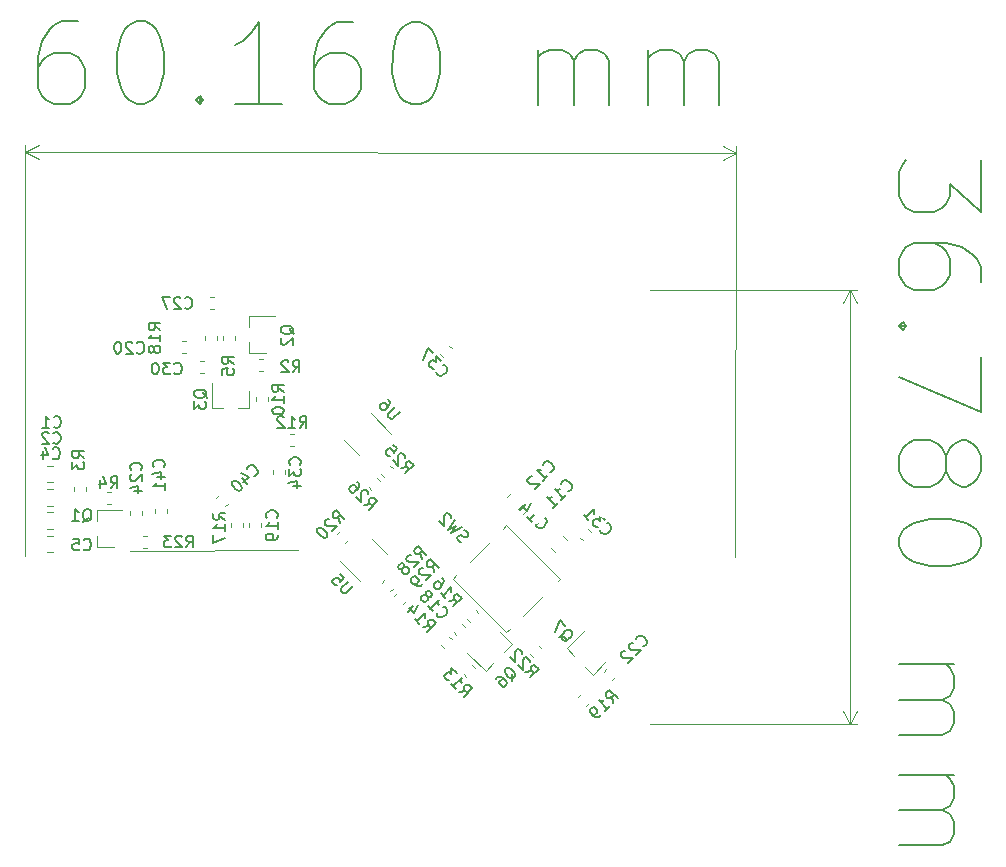
<source format=gbr>
G04 #@! TF.GenerationSoftware,KiCad,Pcbnew,5.1.2*
G04 #@! TF.CreationDate,2019-07-30T21:51:59-07:00*
G04 #@! TF.ProjectId,totoro,746f746f-726f-42e6-9b69-6361645f7063,rev?*
G04 #@! TF.SameCoordinates,Original*
G04 #@! TF.FileFunction,Legend,Bot*
G04 #@! TF.FilePolarity,Positive*
%FSLAX46Y46*%
G04 Gerber Fmt 4.6, Leading zero omitted, Abs format (unit mm)*
G04 Created by KiCad (PCBNEW 5.1.2) date 2019-07-30 21:51:59*
%MOMM*%
%LPD*%
G04 APERTURE LIST*
%ADD10C,0.150000*%
%ADD11C,0.120000*%
%ADD12C,0.100000*%
%ADD13C,0.976600*%
%ADD14C,1.076600*%
%ADD15C,1.051600*%
%ADD16C,1.451600*%
%ADD17C,1.451600*%
%ADD18C,1.101600*%
%ADD19C,1.201600*%
%ADD20C,1.201600*%
%ADD21R,1.001600X0.901600*%
%ADD22R,0.901600X1.001600*%
%ADD23C,0.901600*%
%ADD24C,0.751600*%
G04 APERTURE END LIST*
D10*
X130281080Y-58490103D02*
X128947748Y-58488108D01*
X128280584Y-58820444D01*
X127946752Y-59153278D01*
X127278590Y-60152280D01*
X126943263Y-61485113D01*
X126939273Y-64151777D01*
X127271609Y-64818941D01*
X127604443Y-65152773D01*
X128270610Y-65487103D01*
X129603942Y-65489098D01*
X130271107Y-65156762D01*
X130604938Y-64823928D01*
X130939269Y-64157761D01*
X130941762Y-62491096D01*
X130609427Y-61823931D01*
X130276592Y-61490100D01*
X129610425Y-61155769D01*
X128277093Y-61153775D01*
X127609929Y-61486110D01*
X127276097Y-61818944D01*
X126941767Y-62485112D01*
X135281075Y-58497583D02*
X135947741Y-58498580D01*
X136613908Y-58832911D01*
X136946742Y-59166742D01*
X137279078Y-59833907D01*
X137610416Y-61167737D01*
X137607923Y-62834402D01*
X137272595Y-64167235D01*
X136938265Y-64833403D01*
X136604433Y-65166237D01*
X135937269Y-65498572D01*
X135270603Y-65497575D01*
X134604435Y-65163245D01*
X134271601Y-64829413D01*
X133939265Y-64162249D01*
X133607927Y-62828418D01*
X133610421Y-61161753D01*
X133945748Y-59828920D01*
X134280078Y-59162753D01*
X134613910Y-58829919D01*
X135281075Y-58497583D01*
X140604927Y-64838888D02*
X140937762Y-65172720D01*
X140603930Y-65505554D01*
X140271096Y-65171722D01*
X140604927Y-64838888D01*
X140603930Y-65505554D01*
X147603922Y-65516026D02*
X143603927Y-65510042D01*
X145603924Y-65513034D02*
X145614396Y-58513042D01*
X144946235Y-59512043D01*
X144278571Y-60177712D01*
X143611407Y-60510047D01*
X153614387Y-58525010D02*
X152281056Y-58523015D01*
X151613891Y-58855351D01*
X151280059Y-59188185D01*
X150611897Y-60187187D01*
X150276570Y-61520020D01*
X150272580Y-64186683D01*
X150604916Y-64853848D01*
X150937750Y-65187680D01*
X151603918Y-65522010D01*
X152937249Y-65524005D01*
X153604414Y-65191669D01*
X153938246Y-64858835D01*
X154272576Y-64192667D01*
X154275069Y-62526003D01*
X153942734Y-61858838D01*
X153609899Y-61525006D01*
X152943732Y-61190676D01*
X151610400Y-61188681D01*
X150943236Y-61521017D01*
X150609404Y-61853851D01*
X150275074Y-62520019D01*
X158614382Y-58532490D02*
X159281048Y-58533487D01*
X159947215Y-58867817D01*
X160280049Y-59201649D01*
X160612385Y-59868814D01*
X160943723Y-61202644D01*
X160941230Y-62869309D01*
X160605902Y-64202142D01*
X160271572Y-64868309D01*
X159937740Y-65201144D01*
X159270576Y-65533479D01*
X158603910Y-65532482D01*
X157937743Y-65198152D01*
X157604908Y-64864320D01*
X157272573Y-64197155D01*
X156941234Y-62863325D01*
X156943728Y-61196660D01*
X157279055Y-59863827D01*
X157613386Y-59197660D01*
X157947217Y-58864825D01*
X158614382Y-58532490D01*
X169270565Y-65548439D02*
X169277546Y-60881778D01*
X169276549Y-61548444D02*
X169610380Y-61215610D01*
X170277545Y-60883274D01*
X171277544Y-60884770D01*
X171943711Y-61219100D01*
X172276047Y-61886265D01*
X172270561Y-65552927D01*
X172276047Y-61886265D02*
X172610377Y-61220098D01*
X173277541Y-60887762D01*
X174277540Y-60889258D01*
X174943708Y-61223588D01*
X175276043Y-61890753D01*
X175270558Y-65557415D01*
X178603887Y-65562402D02*
X178610869Y-60895741D01*
X178609871Y-61562407D02*
X178943703Y-61229572D01*
X179610868Y-60897237D01*
X180610867Y-60898733D01*
X181277034Y-61233063D01*
X181609369Y-61900228D01*
X181603884Y-65566890D01*
X181609369Y-61900228D02*
X181943700Y-61234060D01*
X182610864Y-60901725D01*
X183610863Y-60903221D01*
X184277030Y-61237551D01*
X184609366Y-61904716D01*
X184603881Y-65571378D01*
D11*
X186011108Y-69676822D02*
X125851108Y-69586822D01*
X185960000Y-103840000D02*
X186011986Y-69090402D01*
X125800000Y-103750000D02*
X125851986Y-69000402D01*
X125851108Y-69586822D02*
X126978488Y-69002087D01*
X125851108Y-69586822D02*
X126976733Y-70174927D01*
X186011108Y-69676822D02*
X184885483Y-69088717D01*
X186011108Y-69676822D02*
X184883728Y-70261557D01*
D10*
X206790173Y-70269031D02*
X206791352Y-74602364D01*
X204124051Y-72269756D01*
X204124322Y-73269756D01*
X203791170Y-73936513D01*
X203457928Y-74269937D01*
X202791352Y-74603452D01*
X201124685Y-74603905D01*
X200457928Y-74270753D01*
X200124504Y-73937510D01*
X199790989Y-73270934D01*
X199790445Y-71270934D01*
X200123598Y-70604177D01*
X200456840Y-70270753D01*
X206792983Y-80602364D02*
X206792620Y-79269031D01*
X206459106Y-78602455D01*
X206125682Y-78269212D01*
X205125501Y-77602817D01*
X203792077Y-77269846D01*
X201125410Y-77270571D01*
X200458834Y-77604086D01*
X200125591Y-77937510D01*
X199792439Y-78604267D01*
X199792802Y-79937601D01*
X200126316Y-80604177D01*
X200459740Y-80937419D01*
X201126498Y-81270571D01*
X202793164Y-81270118D01*
X203459740Y-80936604D01*
X203792983Y-80603180D01*
X204126135Y-79936422D01*
X204125772Y-78603089D01*
X203792258Y-77936513D01*
X203458834Y-77603270D01*
X202792077Y-77270118D01*
X200460647Y-84270752D02*
X200127404Y-84604176D01*
X199793980Y-84270934D01*
X200127223Y-83937510D01*
X200460647Y-84270752D01*
X199793980Y-84270934D01*
X206794705Y-86935697D02*
X206795974Y-91602364D01*
X199795158Y-88604267D01*
X203796971Y-95269846D02*
X204130123Y-94603088D01*
X204463365Y-94269665D01*
X205129941Y-93936150D01*
X205463275Y-93936059D01*
X206130032Y-94269211D01*
X206463456Y-94602454D01*
X206796971Y-95269030D01*
X206797333Y-96602363D01*
X206464181Y-97269121D01*
X206130938Y-97602545D01*
X205464362Y-97936059D01*
X205131029Y-97936150D01*
X204464272Y-97602998D01*
X204130848Y-97269755D01*
X203797333Y-96603179D01*
X203796971Y-95269846D01*
X203463456Y-94603270D01*
X203130032Y-94270027D01*
X202463275Y-93936875D01*
X201129942Y-93937238D01*
X200463366Y-94270752D01*
X200130123Y-94604176D01*
X199796971Y-95270933D01*
X199797333Y-96604267D01*
X200130848Y-97270843D01*
X200464272Y-97604085D01*
X201131029Y-97937237D01*
X202464362Y-97936875D01*
X203130938Y-97603360D01*
X203464181Y-97269936D01*
X203797333Y-96603179D01*
X206798874Y-102269030D02*
X206799055Y-102935696D01*
X206465903Y-103602454D01*
X206132660Y-103935878D01*
X205466084Y-104269392D01*
X204132842Y-104603088D01*
X202466175Y-104603541D01*
X201132751Y-104270570D01*
X200465994Y-103937418D01*
X200132570Y-103604176D01*
X199799055Y-102937600D01*
X199798874Y-102270933D01*
X200132026Y-101604176D01*
X200465269Y-101270752D01*
X201131845Y-100937237D01*
X202465087Y-100603541D01*
X204131754Y-100603088D01*
X205465178Y-100936059D01*
X206131935Y-101269211D01*
X206465359Y-101602454D01*
X206798874Y-102269030D01*
X199801774Y-112937599D02*
X204468441Y-112936331D01*
X203801774Y-112936512D02*
X204135198Y-113269754D01*
X204468712Y-113936330D01*
X204468984Y-114936330D01*
X204135832Y-115603088D01*
X203469256Y-115936602D01*
X199802590Y-115937599D01*
X203469256Y-115936602D02*
X204136014Y-116269754D01*
X204469528Y-116936330D01*
X204469800Y-117936330D01*
X204136648Y-118603088D01*
X203470072Y-118936602D01*
X199803405Y-118937599D01*
X199804312Y-122270932D02*
X204470978Y-122269663D01*
X203804312Y-122269845D02*
X204137736Y-122603087D01*
X204471250Y-123269663D01*
X204471522Y-124269663D01*
X204138370Y-124936421D01*
X203471794Y-125269935D01*
X199805127Y-125270932D01*
X203471794Y-125269935D02*
X204138551Y-125603087D01*
X204472066Y-126269663D01*
X204472338Y-127269663D01*
X204139186Y-127936421D01*
X203472610Y-128269935D01*
X199805943Y-128270932D01*
D11*
X195699816Y-117995383D02*
X195689816Y-81215383D01*
X178720000Y-118000000D02*
X196286237Y-117995224D01*
X178710000Y-81220000D02*
X196276237Y-81215224D01*
X195689816Y-81215383D02*
X196276543Y-82341727D01*
X195689816Y-81215383D02*
X195103702Y-82342046D01*
X195699816Y-117995383D02*
X196285930Y-116868720D01*
X195699816Y-117995383D02*
X195113089Y-116869039D01*
X148963696Y-103255146D02*
X134703050Y-103326988D01*
X143281069Y-101334505D02*
X143281069Y-101008947D01*
X144301069Y-101334505D02*
X144301069Y-101008947D01*
X137884216Y-99772359D02*
X137884216Y-100097917D01*
X136864216Y-99772359D02*
X136864216Y-100097917D01*
X142036544Y-98841088D02*
X142266749Y-98610883D01*
X142757793Y-99562337D02*
X142987998Y-99332132D01*
X161717937Y-85953672D02*
X161948142Y-86183877D01*
X160996688Y-86674921D02*
X161226893Y-86905126D01*
X146791996Y-96845226D02*
X146791996Y-96519668D01*
X147811996Y-96845226D02*
X147811996Y-96519668D01*
X140966463Y-88275830D02*
X140640905Y-88275830D01*
X140966463Y-87255830D02*
X140640905Y-87255830D01*
X141489433Y-81825250D02*
X141814991Y-81825250D01*
X141489433Y-82845250D02*
X141814991Y-82845250D01*
X128208475Y-97535282D02*
X127691319Y-97535282D01*
X128208475Y-96115282D02*
X127691319Y-96115282D01*
X162350203Y-110466065D02*
X162119998Y-110235860D01*
X163071452Y-109744816D02*
X162841247Y-109514611D01*
X145360699Y-90662440D02*
X145360699Y-90319906D01*
X146380699Y-90662440D02*
X146380699Y-90319906D01*
X173521750Y-101480260D02*
X173763959Y-101722469D01*
X172800501Y-102201509D02*
X173042710Y-102443718D01*
X166291348Y-101444811D02*
X166581262Y-101154897D01*
X166581262Y-101154897D02*
X171120888Y-105694523D01*
X171120888Y-105694523D02*
X170922898Y-105892513D01*
X169699603Y-107115808D02*
X168002547Y-108812864D01*
X166871176Y-109944235D02*
X166581262Y-110234149D01*
X166581262Y-110234149D02*
X162041636Y-105694523D01*
X162041636Y-105694523D02*
X162331550Y-105404609D01*
X163462921Y-104273238D02*
X165159977Y-102576182D01*
X128208475Y-98090939D02*
X127691319Y-98090939D01*
X128208475Y-99510939D02*
X127691319Y-99510939D01*
X128208475Y-100066595D02*
X127691319Y-100066595D01*
X128208475Y-101486595D02*
X127691319Y-101486595D01*
X128208475Y-103462252D02*
X127691319Y-103462252D01*
X128208475Y-102042252D02*
X127691319Y-102042252D01*
X168365135Y-99876181D02*
X167999451Y-100241865D01*
X169369227Y-100880273D02*
X169003543Y-101245957D01*
X167968307Y-99443432D02*
X167602623Y-99809116D01*
X166964215Y-98439340D02*
X166598531Y-98805024D01*
X170370239Y-103071456D02*
X170735923Y-103437140D01*
X171374331Y-102067364D02*
X171740015Y-102433048D01*
X144825673Y-101334505D02*
X144825673Y-101008947D01*
X145845673Y-101334505D02*
X145845673Y-101008947D01*
X139427799Y-86558975D02*
X139102241Y-86558975D01*
X139427799Y-85538975D02*
X139102241Y-85538975D01*
X175534804Y-114270158D02*
X175765009Y-114039953D01*
X174813555Y-113548909D02*
X175043760Y-113318704D01*
X135712699Y-100305951D02*
X135712699Y-99980393D01*
X134692699Y-100305951D02*
X134692699Y-99980393D01*
X131902699Y-102993173D02*
X131902699Y-102063173D01*
X131902699Y-99833173D02*
X131902699Y-100763173D01*
X131902699Y-99833173D02*
X134062699Y-99833173D01*
X131902699Y-102993173D02*
X133362699Y-102993173D01*
X144803371Y-86605226D02*
X146263371Y-86605226D01*
X144803371Y-83445226D02*
X146963371Y-83445226D01*
X144803371Y-83445226D02*
X144803371Y-84375226D01*
X144803371Y-86605226D02*
X144803371Y-85675226D01*
X144783699Y-91251173D02*
X143853699Y-91251173D01*
X141623699Y-91251173D02*
X142553699Y-91251173D01*
X141623699Y-91251173D02*
X141623699Y-89091173D01*
X144783699Y-91251173D02*
X144783699Y-89791173D01*
X167052195Y-111242482D02*
X166019819Y-110210107D01*
X164817737Y-113476940D02*
X163290387Y-111949589D01*
X164817737Y-113476940D02*
X165475347Y-112819331D01*
X167052195Y-111242482D02*
X166394586Y-111900092D01*
X173910424Y-113801502D02*
X174942799Y-112769126D01*
X171675966Y-111567044D02*
X173203317Y-110039694D01*
X171675966Y-111567044D02*
X172333575Y-112224654D01*
X173910424Y-113801502D02*
X173252814Y-113143893D01*
X145621907Y-88085619D02*
X145947465Y-88085619D01*
X145621907Y-87065619D02*
X145947465Y-87065619D01*
X129993699Y-97922894D02*
X129993699Y-98248452D01*
X131013699Y-97922894D02*
X131013699Y-98248452D01*
X132753920Y-98363173D02*
X133079478Y-98363173D01*
X132753920Y-99383173D02*
X133079478Y-99383173D01*
X142562648Y-85457413D02*
X142562648Y-85131855D01*
X143582648Y-85457413D02*
X143582648Y-85131855D01*
X148608122Y-93403428D02*
X148282564Y-93403428D01*
X148608122Y-94423428D02*
X148282564Y-94423428D01*
X163685391Y-113016911D02*
X163915596Y-113247116D01*
X162964142Y-113738160D02*
X163194347Y-113968365D01*
X161993822Y-110822447D02*
X161763617Y-110592242D01*
X161272573Y-111543696D02*
X161042368Y-111313491D01*
X163499676Y-109316592D02*
X163269471Y-109086387D01*
X164220925Y-108595343D02*
X163990720Y-108365138D01*
X142062699Y-85446952D02*
X142062699Y-85121394D01*
X141042699Y-85446952D02*
X141042699Y-85121394D01*
X173596312Y-116198750D02*
X173366107Y-116428955D01*
X172875063Y-115477501D02*
X172644858Y-115707706D01*
X153181433Y-102393904D02*
X152951228Y-102624109D01*
X152460184Y-101672655D02*
X152229979Y-101902860D01*
X168603743Y-112085793D02*
X168833948Y-112315998D01*
X169324992Y-111364544D02*
X169555197Y-111594749D01*
X136127478Y-102046173D02*
X135801920Y-102046173D01*
X136127478Y-103066173D02*
X135801920Y-103066173D01*
X156953140Y-96335102D02*
X156722935Y-96104897D01*
X156231891Y-97056351D02*
X156001686Y-96826146D01*
X154924055Y-97903776D02*
X155154260Y-98133981D01*
X155645304Y-97182527D02*
X155875509Y-97412732D01*
X156247447Y-105804987D02*
X156017242Y-106035192D01*
X156968696Y-106526236D02*
X156738491Y-106756441D01*
X157094873Y-107112823D02*
X157325078Y-106882618D01*
X157816122Y-107834072D02*
X158046327Y-107603867D01*
X155198964Y-102350615D02*
X156471756Y-103623407D01*
X154194872Y-105900291D02*
X152462461Y-104167879D01*
X155093605Y-91662696D02*
X156826016Y-93395108D01*
X154089513Y-95212372D02*
X152816721Y-93939580D01*
D10*
X142770687Y-100708473D02*
X142294497Y-100375140D01*
X142770687Y-100137045D02*
X141770687Y-100137045D01*
X141770687Y-100517997D01*
X141818307Y-100613235D01*
X141865926Y-100660854D01*
X141961164Y-100708473D01*
X142104021Y-100708473D01*
X142199259Y-100660854D01*
X142246878Y-100613235D01*
X142294497Y-100517997D01*
X142294497Y-100137045D01*
X142770687Y-101660854D02*
X142770687Y-101089426D01*
X142770687Y-101375140D02*
X141770687Y-101375140D01*
X141913545Y-101279902D01*
X142008783Y-101184664D01*
X142056402Y-101089426D01*
X141770687Y-101994188D02*
X141770687Y-102660854D01*
X142770687Y-102232283D01*
X137554581Y-96230508D02*
X137602200Y-96182889D01*
X137649819Y-96040032D01*
X137649819Y-95944794D01*
X137602200Y-95801937D01*
X137506962Y-95706699D01*
X137411724Y-95659080D01*
X137221248Y-95611461D01*
X137078391Y-95611461D01*
X136887915Y-95659080D01*
X136792677Y-95706699D01*
X136697439Y-95801937D01*
X136649819Y-95944794D01*
X136649819Y-96040032D01*
X136697439Y-96182889D01*
X136745058Y-96230508D01*
X136983153Y-97087651D02*
X137649819Y-97087651D01*
X136602200Y-96849556D02*
X137316486Y-96611461D01*
X137316486Y-97230508D01*
X137649819Y-98135270D02*
X137649819Y-97563842D01*
X137649819Y-97849556D02*
X136649819Y-97849556D01*
X136792677Y-97754318D01*
X136887915Y-97659080D01*
X136935534Y-97563842D01*
X145198635Y-96964501D02*
X145265979Y-96964501D01*
X145400666Y-96897157D01*
X145468009Y-96829814D01*
X145535353Y-96695127D01*
X145535353Y-96560440D01*
X145501681Y-96459425D01*
X145400666Y-96291066D01*
X145299651Y-96190051D01*
X145131292Y-96089035D01*
X145030277Y-96055364D01*
X144895590Y-96055364D01*
X144760903Y-96122707D01*
X144693559Y-96190051D01*
X144626216Y-96324738D01*
X144626216Y-96392081D01*
X144188483Y-97166532D02*
X144659887Y-97637936D01*
X144087467Y-96728799D02*
X144760903Y-97065516D01*
X144323170Y-97503249D01*
X143447704Y-97435906D02*
X143380361Y-97503249D01*
X143346689Y-97604264D01*
X143346689Y-97671608D01*
X143380361Y-97772623D01*
X143481376Y-97940982D01*
X143649735Y-98109341D01*
X143818093Y-98210356D01*
X143919109Y-98244028D01*
X143986452Y-98244028D01*
X144087467Y-98210356D01*
X144154811Y-98143012D01*
X144188483Y-98041997D01*
X144188483Y-97974654D01*
X144154811Y-97873638D01*
X144053796Y-97705280D01*
X143885437Y-97536921D01*
X143717078Y-97435906D01*
X143616063Y-97402234D01*
X143548719Y-97402234D01*
X143447704Y-97435906D01*
X160663282Y-88147668D02*
X160663282Y-88215012D01*
X160730626Y-88349699D01*
X160797969Y-88417042D01*
X160932656Y-88484386D01*
X161067343Y-88484386D01*
X161168358Y-88450714D01*
X161336717Y-88349699D01*
X161437732Y-88248684D01*
X161538748Y-88080325D01*
X161572419Y-87979310D01*
X161572419Y-87844623D01*
X161505076Y-87709936D01*
X161437732Y-87642592D01*
X161303045Y-87575249D01*
X161235702Y-87575249D01*
X161067343Y-87272203D02*
X160629610Y-86834470D01*
X160595939Y-87339546D01*
X160494923Y-87238531D01*
X160393908Y-87204859D01*
X160326564Y-87204859D01*
X160225549Y-87238531D01*
X160057190Y-87406890D01*
X160023519Y-87507905D01*
X160023519Y-87575249D01*
X160057190Y-87676264D01*
X160259221Y-87878294D01*
X160360236Y-87911966D01*
X160427580Y-87911966D01*
X160393908Y-86598768D02*
X159922503Y-86127363D01*
X159518442Y-87137516D01*
X149089138Y-96039589D02*
X149136757Y-95991970D01*
X149184376Y-95849113D01*
X149184376Y-95753875D01*
X149136757Y-95611018D01*
X149041519Y-95515780D01*
X148946281Y-95468161D01*
X148755805Y-95420542D01*
X148612948Y-95420542D01*
X148422472Y-95468161D01*
X148327234Y-95515780D01*
X148231996Y-95611018D01*
X148184376Y-95753875D01*
X148184376Y-95849113D01*
X148231996Y-95991970D01*
X148279615Y-96039589D01*
X148184376Y-96372923D02*
X148184376Y-96991970D01*
X148565329Y-96658637D01*
X148565329Y-96801494D01*
X148612948Y-96896732D01*
X148660567Y-96944351D01*
X148755805Y-96991970D01*
X148993900Y-96991970D01*
X149089138Y-96944351D01*
X149136757Y-96896732D01*
X149184376Y-96801494D01*
X149184376Y-96515780D01*
X149136757Y-96420542D01*
X149089138Y-96372923D01*
X148517710Y-97849113D02*
X149184376Y-97849113D01*
X148136757Y-97611018D02*
X148851043Y-97372923D01*
X148851043Y-97991970D01*
X138469621Y-88285607D02*
X138517240Y-88333226D01*
X138660097Y-88380845D01*
X138755335Y-88380845D01*
X138898192Y-88333226D01*
X138993430Y-88237988D01*
X139041049Y-88142750D01*
X139088668Y-87952274D01*
X139088668Y-87809417D01*
X139041049Y-87618941D01*
X138993430Y-87523703D01*
X138898192Y-87428465D01*
X138755335Y-87380845D01*
X138660097Y-87380845D01*
X138517240Y-87428465D01*
X138469621Y-87476084D01*
X138136287Y-87380845D02*
X137517240Y-87380845D01*
X137850573Y-87761798D01*
X137707716Y-87761798D01*
X137612478Y-87809417D01*
X137564859Y-87857036D01*
X137517240Y-87952274D01*
X137517240Y-88190369D01*
X137564859Y-88285607D01*
X137612478Y-88333226D01*
X137707716Y-88380845D01*
X137993430Y-88380845D01*
X138088668Y-88333226D01*
X138136287Y-88285607D01*
X136898192Y-87380845D02*
X136802954Y-87380845D01*
X136707716Y-87428465D01*
X136660097Y-87476084D01*
X136612478Y-87571322D01*
X136564859Y-87761798D01*
X136564859Y-87999893D01*
X136612478Y-88190369D01*
X136660097Y-88285607D01*
X136707716Y-88333226D01*
X136802954Y-88380845D01*
X136898192Y-88380845D01*
X136993430Y-88333226D01*
X137041049Y-88285607D01*
X137088668Y-88190369D01*
X137136287Y-87999893D01*
X137136287Y-87761798D01*
X137088668Y-87571322D01*
X137041049Y-87476084D01*
X136993430Y-87428465D01*
X136898192Y-87380845D01*
X139367647Y-82734818D02*
X139415266Y-82782437D01*
X139558123Y-82830056D01*
X139653361Y-82830056D01*
X139796218Y-82782437D01*
X139891456Y-82687199D01*
X139939075Y-82591961D01*
X139986694Y-82401485D01*
X139986694Y-82258628D01*
X139939075Y-82068152D01*
X139891456Y-81972914D01*
X139796218Y-81877676D01*
X139653361Y-81830056D01*
X139558123Y-81830056D01*
X139415266Y-81877676D01*
X139367647Y-81925295D01*
X138986694Y-81925295D02*
X138939075Y-81877676D01*
X138843837Y-81830056D01*
X138605742Y-81830056D01*
X138510504Y-81877676D01*
X138462885Y-81925295D01*
X138415266Y-82020533D01*
X138415266Y-82115771D01*
X138462885Y-82258628D01*
X139034313Y-82830056D01*
X138415266Y-82830056D01*
X138081932Y-81830056D02*
X137415266Y-81830056D01*
X137843837Y-82830056D01*
X128242287Y-92818020D02*
X128289906Y-92865639D01*
X128432763Y-92913258D01*
X128528001Y-92913258D01*
X128670859Y-92865639D01*
X128766097Y-92770401D01*
X128813716Y-92675163D01*
X128861335Y-92484687D01*
X128861335Y-92341830D01*
X128813716Y-92151354D01*
X128766097Y-92056116D01*
X128670859Y-91960878D01*
X128528001Y-91913258D01*
X128432763Y-91913258D01*
X128289906Y-91960878D01*
X128242287Y-92008497D01*
X127289906Y-92913258D02*
X127861335Y-92913258D01*
X127575621Y-92913258D02*
X127575621Y-91913258D01*
X127670859Y-92056116D01*
X127766097Y-92151354D01*
X127861335Y-92198973D01*
X160670354Y-108618409D02*
X160670354Y-108685753D01*
X160737698Y-108820440D01*
X160805041Y-108887783D01*
X160939728Y-108955127D01*
X161074415Y-108955127D01*
X161175430Y-108921455D01*
X161343789Y-108820440D01*
X161444804Y-108719425D01*
X161545820Y-108551066D01*
X161579491Y-108450051D01*
X161579491Y-108315364D01*
X161512148Y-108180677D01*
X161444804Y-108113333D01*
X161310117Y-108045990D01*
X161242774Y-108045990D01*
X159929575Y-108012318D02*
X160333636Y-108416379D01*
X160131606Y-108214348D02*
X160838713Y-107507241D01*
X160805041Y-107675600D01*
X160805041Y-107810287D01*
X160838713Y-107911302D01*
X159929575Y-107204196D02*
X160030591Y-107237867D01*
X160097934Y-107237867D01*
X160198949Y-107204196D01*
X160232621Y-107170524D01*
X160266293Y-107069509D01*
X160266293Y-107002165D01*
X160232621Y-106901150D01*
X160097934Y-106766463D01*
X159996919Y-106732791D01*
X159929575Y-106732791D01*
X159828560Y-106766463D01*
X159794888Y-106800135D01*
X159761217Y-106901150D01*
X159761217Y-106968493D01*
X159794888Y-107069509D01*
X159929575Y-107204196D01*
X159963247Y-107305211D01*
X159963247Y-107372554D01*
X159929575Y-107473570D01*
X159794888Y-107608257D01*
X159693873Y-107641928D01*
X159626530Y-107641928D01*
X159525514Y-107608257D01*
X159390827Y-107473570D01*
X159357156Y-107372554D01*
X159357156Y-107305211D01*
X159390827Y-107204196D01*
X159525514Y-107069509D01*
X159626530Y-107035837D01*
X159693873Y-107035837D01*
X159794888Y-107069509D01*
X147753079Y-89848315D02*
X147276889Y-89514982D01*
X147753079Y-89276887D02*
X146753079Y-89276887D01*
X146753079Y-89657839D01*
X146800699Y-89753077D01*
X146848318Y-89800696D01*
X146943556Y-89848315D01*
X147086413Y-89848315D01*
X147181651Y-89800696D01*
X147229270Y-89753077D01*
X147276889Y-89657839D01*
X147276889Y-89276887D01*
X147753079Y-90800696D02*
X147753079Y-90229268D01*
X147753079Y-90514982D02*
X146753079Y-90514982D01*
X146895937Y-90419744D01*
X146991175Y-90324506D01*
X147038794Y-90229268D01*
X146753079Y-91419744D02*
X146753079Y-91514982D01*
X146800699Y-91610220D01*
X146848318Y-91657839D01*
X146943556Y-91705458D01*
X147134032Y-91753077D01*
X147372127Y-91753077D01*
X147562603Y-91705458D01*
X147657841Y-91657839D01*
X147705460Y-91610220D01*
X147753079Y-91514982D01*
X147753079Y-91419744D01*
X147705460Y-91324506D01*
X147657841Y-91276887D01*
X147562603Y-91229268D01*
X147372127Y-91181649D01*
X147134032Y-91181649D01*
X146943556Y-91229268D01*
X146848318Y-91276887D01*
X146800699Y-91324506D01*
X146753079Y-91419744D01*
X174543930Y-101573504D02*
X174543930Y-101640848D01*
X174611274Y-101775535D01*
X174678617Y-101842878D01*
X174813304Y-101910222D01*
X174947991Y-101910222D01*
X175049006Y-101876550D01*
X175217365Y-101775535D01*
X175318380Y-101674520D01*
X175419396Y-101506161D01*
X175453067Y-101405146D01*
X175453067Y-101270459D01*
X175385724Y-101135772D01*
X175318380Y-101068428D01*
X175183693Y-101001085D01*
X175116350Y-101001085D01*
X174947991Y-100698039D02*
X174510258Y-100260306D01*
X174476587Y-100765382D01*
X174375571Y-100664367D01*
X174274556Y-100630695D01*
X174207212Y-100630695D01*
X174106197Y-100664367D01*
X173937838Y-100832726D01*
X173904167Y-100933741D01*
X173904167Y-101001085D01*
X173937838Y-101102100D01*
X174139869Y-101304130D01*
X174240884Y-101337802D01*
X174308228Y-101337802D01*
X173129716Y-100293978D02*
X173533777Y-100698039D01*
X173331747Y-100496008D02*
X174038854Y-99788901D01*
X174005182Y-99957260D01*
X174005182Y-100091947D01*
X174038854Y-100192962D01*
X162767391Y-102616271D02*
X162632704Y-102548928D01*
X162464345Y-102380569D01*
X162430673Y-102279554D01*
X162430673Y-102212210D01*
X162464345Y-102111195D01*
X162531688Y-102043852D01*
X162632704Y-102010180D01*
X162700047Y-102010180D01*
X162801062Y-102043852D01*
X162969421Y-102144867D01*
X163070436Y-102178539D01*
X163137780Y-102178539D01*
X163238795Y-102144867D01*
X163306139Y-102077523D01*
X163339810Y-101976508D01*
X163339810Y-101909165D01*
X163306139Y-101808149D01*
X163137780Y-101639791D01*
X163003093Y-101572447D01*
X162801062Y-101303073D02*
X161925597Y-101841821D01*
X162295986Y-101202058D01*
X161656223Y-101572447D01*
X162194971Y-100696982D01*
X161891925Y-100528623D02*
X161891925Y-100461279D01*
X161858253Y-100360264D01*
X161689895Y-100191905D01*
X161588879Y-100158234D01*
X161521536Y-100158234D01*
X161420521Y-100191905D01*
X161353177Y-100259249D01*
X161285834Y-100393936D01*
X161285834Y-101202058D01*
X160848101Y-100764325D01*
X128224326Y-94165059D02*
X128271945Y-94212678D01*
X128414802Y-94260297D01*
X128510040Y-94260297D01*
X128652898Y-94212678D01*
X128748136Y-94117440D01*
X128795755Y-94022202D01*
X128843374Y-93831726D01*
X128843374Y-93688869D01*
X128795755Y-93498393D01*
X128748136Y-93403155D01*
X128652898Y-93307917D01*
X128510040Y-93260297D01*
X128414802Y-93260297D01*
X128271945Y-93307917D01*
X128224326Y-93355536D01*
X127843374Y-93355536D02*
X127795755Y-93307917D01*
X127700517Y-93260297D01*
X127462421Y-93260297D01*
X127367183Y-93307917D01*
X127319564Y-93355536D01*
X127271945Y-93450774D01*
X127271945Y-93546012D01*
X127319564Y-93688869D01*
X127890993Y-94260297D01*
X127271945Y-94260297D01*
X128170445Y-95476176D02*
X128218064Y-95523795D01*
X128360921Y-95571414D01*
X128456159Y-95571414D01*
X128599017Y-95523795D01*
X128694255Y-95428557D01*
X128741874Y-95333319D01*
X128789493Y-95142843D01*
X128789493Y-94999986D01*
X128741874Y-94809510D01*
X128694255Y-94714272D01*
X128599017Y-94619034D01*
X128456159Y-94571414D01*
X128360921Y-94571414D01*
X128218064Y-94619034D01*
X128170445Y-94666653D01*
X127313302Y-94904748D02*
X127313302Y-95571414D01*
X127551398Y-94523795D02*
X127789493Y-95238081D01*
X127170445Y-95238081D01*
X130792679Y-103199197D02*
X130840298Y-103246816D01*
X130983155Y-103294435D01*
X131078393Y-103294435D01*
X131221251Y-103246816D01*
X131316489Y-103151578D01*
X131364108Y-103056340D01*
X131411727Y-102865864D01*
X131411727Y-102723007D01*
X131364108Y-102532531D01*
X131316489Y-102437293D01*
X131221251Y-102342055D01*
X131078393Y-102294435D01*
X130983155Y-102294435D01*
X130840298Y-102342055D01*
X130792679Y-102389674D01*
X129887917Y-102294435D02*
X130364108Y-102294435D01*
X130411727Y-102770626D01*
X130364108Y-102723007D01*
X130268870Y-102675388D01*
X130030774Y-102675388D01*
X129935536Y-102723007D01*
X129887917Y-102770626D01*
X129840298Y-102865864D01*
X129840298Y-103103959D01*
X129887917Y-103199197D01*
X129935536Y-103246816D01*
X130030774Y-103294435D01*
X130268870Y-103294435D01*
X130364108Y-103246816D01*
X130411727Y-103199197D01*
X171798154Y-98275619D02*
X171865498Y-98275619D01*
X172000185Y-98208275D01*
X172067528Y-98140932D01*
X172134872Y-98006245D01*
X172134872Y-97871558D01*
X172101200Y-97770543D01*
X172000185Y-97602184D01*
X171899170Y-97501169D01*
X171730811Y-97400153D01*
X171629796Y-97366482D01*
X171495109Y-97366482D01*
X171360422Y-97433825D01*
X171293078Y-97501169D01*
X171225735Y-97635856D01*
X171225735Y-97703199D01*
X171192063Y-99016398D02*
X171596124Y-98612337D01*
X171394093Y-98814367D02*
X170686986Y-98107260D01*
X170855345Y-98140932D01*
X170990032Y-98140932D01*
X171091048Y-98107260D01*
X170518628Y-99689833D02*
X170922689Y-99285772D01*
X170720658Y-99487802D02*
X170013551Y-98780695D01*
X170181910Y-98814367D01*
X170316597Y-98814367D01*
X170417612Y-98780695D01*
X170253550Y-96659172D02*
X170320894Y-96659172D01*
X170455581Y-96591828D01*
X170522924Y-96524485D01*
X170590268Y-96389798D01*
X170590268Y-96255111D01*
X170556596Y-96154096D01*
X170455581Y-95985737D01*
X170354566Y-95884722D01*
X170186207Y-95783706D01*
X170085192Y-95750035D01*
X169950505Y-95750035D01*
X169815818Y-95817378D01*
X169748474Y-95884722D01*
X169681131Y-96019409D01*
X169681131Y-96086752D01*
X169647459Y-97399951D02*
X170051520Y-96995890D01*
X169849489Y-97197920D02*
X169142382Y-96490813D01*
X169310741Y-96524485D01*
X169445428Y-96524485D01*
X169546444Y-96490813D01*
X168738321Y-97029561D02*
X168670978Y-97029561D01*
X168569963Y-97063233D01*
X168401604Y-97231592D01*
X168367932Y-97332607D01*
X168367932Y-97399951D01*
X168401604Y-97500966D01*
X168468947Y-97568309D01*
X168603634Y-97635653D01*
X169411756Y-97635653D01*
X168974024Y-98073386D01*
X169083935Y-101070610D02*
X169083935Y-101137954D01*
X169151279Y-101272641D01*
X169218622Y-101339984D01*
X169353309Y-101407328D01*
X169487996Y-101407328D01*
X169589011Y-101373656D01*
X169757370Y-101272641D01*
X169858385Y-101171626D01*
X169959401Y-101003267D01*
X169993072Y-100902252D01*
X169993072Y-100767565D01*
X169925729Y-100632878D01*
X169858385Y-100565534D01*
X169723698Y-100498191D01*
X169656355Y-100498191D01*
X168343156Y-100464519D02*
X168747217Y-100868580D01*
X168545187Y-100666549D02*
X169252294Y-99959442D01*
X169218622Y-100127801D01*
X169218622Y-100262488D01*
X169252294Y-100363503D01*
X168208469Y-99387023D02*
X167737065Y-99858427D01*
X168646202Y-99286007D02*
X168309485Y-99959442D01*
X167871752Y-99521710D01*
X147122815Y-100528868D02*
X147170434Y-100481249D01*
X147218053Y-100338392D01*
X147218053Y-100243154D01*
X147170434Y-100100297D01*
X147075196Y-100005059D01*
X146979958Y-99957440D01*
X146789482Y-99909821D01*
X146646625Y-99909821D01*
X146456149Y-99957440D01*
X146360911Y-100005059D01*
X146265673Y-100100297D01*
X146218053Y-100243154D01*
X146218053Y-100338392D01*
X146265673Y-100481249D01*
X146313292Y-100528868D01*
X147218053Y-101481249D02*
X147218053Y-100909821D01*
X147218053Y-101195535D02*
X146218053Y-101195535D01*
X146360911Y-101100297D01*
X146456149Y-101005059D01*
X146503768Y-100909821D01*
X147218053Y-101957440D02*
X147218053Y-102147916D01*
X147170434Y-102243154D01*
X147122815Y-102290773D01*
X146979958Y-102386011D01*
X146789482Y-102433630D01*
X146408530Y-102433630D01*
X146313292Y-102386011D01*
X146265673Y-102338392D01*
X146218053Y-102243154D01*
X146218053Y-102052678D01*
X146265673Y-101957440D01*
X146313292Y-101909821D01*
X146408530Y-101862202D01*
X146646625Y-101862202D01*
X146741863Y-101909821D01*
X146789482Y-101957440D01*
X146837101Y-102052678D01*
X146837101Y-102243154D01*
X146789482Y-102338392D01*
X146741863Y-102386011D01*
X146646625Y-102433630D01*
X135301783Y-86531982D02*
X135349402Y-86579601D01*
X135492259Y-86627220D01*
X135587497Y-86627220D01*
X135730354Y-86579601D01*
X135825592Y-86484363D01*
X135873211Y-86389125D01*
X135920830Y-86198649D01*
X135920830Y-86055792D01*
X135873211Y-85865316D01*
X135825592Y-85770078D01*
X135730354Y-85674840D01*
X135587497Y-85627220D01*
X135492259Y-85627220D01*
X135349402Y-85674840D01*
X135301783Y-85722459D01*
X134920830Y-85722459D02*
X134873211Y-85674840D01*
X134777973Y-85627220D01*
X134539878Y-85627220D01*
X134444640Y-85674840D01*
X134397021Y-85722459D01*
X134349402Y-85817697D01*
X134349402Y-85912935D01*
X134397021Y-86055792D01*
X134968449Y-86627220D01*
X134349402Y-86627220D01*
X133730354Y-85627220D02*
X133635116Y-85627220D01*
X133539878Y-85674840D01*
X133492259Y-85722459D01*
X133444640Y-85817697D01*
X133397021Y-86008173D01*
X133397021Y-86246268D01*
X133444640Y-86436744D01*
X133492259Y-86531982D01*
X133539878Y-86579601D01*
X133635116Y-86627220D01*
X133730354Y-86627220D01*
X133825592Y-86579601D01*
X133873211Y-86531982D01*
X133920830Y-86436744D01*
X133968449Y-86246268D01*
X133968449Y-86008173D01*
X133920830Y-85817697D01*
X133873211Y-85722459D01*
X133825592Y-85674840D01*
X133730354Y-85627220D01*
X178138214Y-111404753D02*
X178205558Y-111404753D01*
X178340245Y-111337409D01*
X178407588Y-111270066D01*
X178474932Y-111135379D01*
X178474932Y-111000692D01*
X178441260Y-110899677D01*
X178340245Y-110731318D01*
X178239230Y-110630303D01*
X178070871Y-110529287D01*
X177969856Y-110495616D01*
X177835169Y-110495616D01*
X177700482Y-110562959D01*
X177633138Y-110630303D01*
X177565795Y-110764990D01*
X177565795Y-110832333D01*
X177296420Y-111101707D02*
X177229077Y-111101707D01*
X177128062Y-111135379D01*
X176959703Y-111303738D01*
X176926031Y-111404753D01*
X176926031Y-111472096D01*
X176959703Y-111573112D01*
X177027046Y-111640455D01*
X177161733Y-111707799D01*
X177969856Y-111707799D01*
X177532123Y-112145532D01*
X176622985Y-111775142D02*
X176555642Y-111775142D01*
X176454627Y-111808814D01*
X176286268Y-111977173D01*
X176252596Y-112078188D01*
X176252596Y-112145532D01*
X176286268Y-112246547D01*
X176353611Y-112313890D01*
X176488298Y-112381234D01*
X177296420Y-112381234D01*
X176858688Y-112818967D01*
X135634928Y-96469792D02*
X135682547Y-96422173D01*
X135730166Y-96279316D01*
X135730166Y-96184078D01*
X135682547Y-96041221D01*
X135587309Y-95945983D01*
X135492071Y-95898364D01*
X135301595Y-95850745D01*
X135158738Y-95850745D01*
X134968262Y-95898364D01*
X134873024Y-95945983D01*
X134777786Y-96041221D01*
X134730166Y-96184078D01*
X134730166Y-96279316D01*
X134777786Y-96422173D01*
X134825405Y-96469792D01*
X134825405Y-96850745D02*
X134777786Y-96898364D01*
X134730166Y-96993602D01*
X134730166Y-97231697D01*
X134777786Y-97326935D01*
X134825405Y-97374554D01*
X134920643Y-97422173D01*
X135015881Y-97422173D01*
X135158738Y-97374554D01*
X135730166Y-96803126D01*
X135730166Y-97422173D01*
X135063500Y-98279316D02*
X135730166Y-98279316D01*
X134682547Y-98041221D02*
X135396833Y-97803126D01*
X135396833Y-98422173D01*
X130721251Y-100875201D02*
X130816489Y-100827582D01*
X130911727Y-100732343D01*
X131054584Y-100589486D01*
X131149822Y-100541867D01*
X131245060Y-100541867D01*
X131197441Y-100779962D02*
X131292679Y-100732343D01*
X131387917Y-100637105D01*
X131435536Y-100446629D01*
X131435536Y-100113296D01*
X131387917Y-99922820D01*
X131292679Y-99827582D01*
X131197441Y-99779962D01*
X131006965Y-99779962D01*
X130911727Y-99827582D01*
X130816489Y-99922820D01*
X130768870Y-100113296D01*
X130768870Y-100446629D01*
X130816489Y-100637105D01*
X130911727Y-100732343D01*
X131006965Y-100779962D01*
X131197441Y-100779962D01*
X129816489Y-100779962D02*
X130387917Y-100779962D01*
X130102203Y-100779962D02*
X130102203Y-99779962D01*
X130197441Y-99922820D01*
X130292679Y-100018058D01*
X130387917Y-100065677D01*
X148585005Y-84990657D02*
X148537386Y-84895419D01*
X148442147Y-84800181D01*
X148299290Y-84657324D01*
X148251671Y-84562086D01*
X148251671Y-84466848D01*
X148489766Y-84514467D02*
X148442147Y-84419229D01*
X148346909Y-84323991D01*
X148156433Y-84276372D01*
X147823100Y-84276372D01*
X147632624Y-84323991D01*
X147537386Y-84419229D01*
X147489766Y-84514467D01*
X147489766Y-84704943D01*
X147537386Y-84800181D01*
X147632624Y-84895419D01*
X147823100Y-84943038D01*
X148156433Y-84943038D01*
X148346909Y-84895419D01*
X148442147Y-84800181D01*
X148489766Y-84704943D01*
X148489766Y-84514467D01*
X147585005Y-85323991D02*
X147537386Y-85371610D01*
X147489766Y-85466848D01*
X147489766Y-85704943D01*
X147537386Y-85800181D01*
X147585005Y-85847800D01*
X147680243Y-85895419D01*
X147775481Y-85895419D01*
X147918338Y-85847800D01*
X148489766Y-85276372D01*
X148489766Y-85895419D01*
X141251318Y-90395934D02*
X141203699Y-90300696D01*
X141108460Y-90205458D01*
X140965603Y-90062601D01*
X140917984Y-89967363D01*
X140917984Y-89872125D01*
X141156079Y-89919744D02*
X141108460Y-89824506D01*
X141013222Y-89729268D01*
X140822746Y-89681649D01*
X140489413Y-89681649D01*
X140298937Y-89729268D01*
X140203699Y-89824506D01*
X140156079Y-89919744D01*
X140156079Y-90110220D01*
X140203699Y-90205458D01*
X140298937Y-90300696D01*
X140489413Y-90348315D01*
X140822746Y-90348315D01*
X141013222Y-90300696D01*
X141108460Y-90205458D01*
X141156079Y-90110220D01*
X141156079Y-89919744D01*
X140156079Y-90681649D02*
X140156079Y-91300696D01*
X140537032Y-90967363D01*
X140537032Y-91110220D01*
X140584651Y-91205458D01*
X140632270Y-91253077D01*
X140727508Y-91300696D01*
X140965603Y-91300696D01*
X141060841Y-91253077D01*
X141108460Y-91205458D01*
X141156079Y-91110220D01*
X141156079Y-90824506D01*
X141108460Y-90729268D01*
X141060841Y-90681649D01*
X167032294Y-114354728D02*
X167065966Y-114253713D01*
X167065966Y-114119026D01*
X167065966Y-113916995D01*
X167099638Y-113815980D01*
X167166981Y-113748637D01*
X167301668Y-113950667D02*
X167335340Y-113849652D01*
X167335340Y-113714965D01*
X167234325Y-113546606D01*
X166998622Y-113310904D01*
X166830264Y-113209889D01*
X166695577Y-113209889D01*
X166594561Y-113243560D01*
X166459874Y-113378247D01*
X166426203Y-113479263D01*
X166426203Y-113613950D01*
X166527218Y-113782308D01*
X166762920Y-114018011D01*
X166931279Y-114119026D01*
X167065966Y-114119026D01*
X167166981Y-114085354D01*
X167301668Y-113950667D01*
X165685424Y-114152698D02*
X165820111Y-114018011D01*
X165921126Y-113984339D01*
X165988470Y-113984339D01*
X166156829Y-114018011D01*
X166325187Y-114119026D01*
X166594561Y-114388400D01*
X166628233Y-114489415D01*
X166628233Y-114556759D01*
X166594561Y-114657774D01*
X166459874Y-114792461D01*
X166358859Y-114826133D01*
X166291516Y-114826133D01*
X166190500Y-114792461D01*
X166022142Y-114624102D01*
X165988470Y-114523087D01*
X165988470Y-114455743D01*
X166022142Y-114354728D01*
X166156829Y-114220041D01*
X166257844Y-114186369D01*
X166325187Y-114186369D01*
X166426203Y-114220041D01*
X171004652Y-110624511D02*
X171105667Y-110658183D01*
X171240354Y-110658183D01*
X171442385Y-110658183D01*
X171543400Y-110691855D01*
X171610743Y-110759198D01*
X171408713Y-110893885D02*
X171509728Y-110927557D01*
X171644415Y-110927557D01*
X171812774Y-110826542D01*
X172048476Y-110590839D01*
X172149491Y-110422481D01*
X172149491Y-110287794D01*
X172115820Y-110186778D01*
X171981133Y-110052091D01*
X171880117Y-110018420D01*
X171745430Y-110018420D01*
X171577072Y-110119435D01*
X171341369Y-110355137D01*
X171240354Y-110523496D01*
X171240354Y-110658183D01*
X171274026Y-110759198D01*
X171408713Y-110893885D01*
X171577072Y-109648030D02*
X171105667Y-109176626D01*
X170701606Y-110186778D01*
X148493967Y-88204069D02*
X148827301Y-87727879D01*
X149065396Y-88204069D02*
X149065396Y-87204069D01*
X148684443Y-87204069D01*
X148589205Y-87251689D01*
X148541586Y-87299308D01*
X148493967Y-87394546D01*
X148493967Y-87537403D01*
X148541586Y-87632641D01*
X148589205Y-87680260D01*
X148684443Y-87727879D01*
X149065396Y-87727879D01*
X148113015Y-87299308D02*
X148065396Y-87251689D01*
X147970158Y-87204069D01*
X147732062Y-87204069D01*
X147636824Y-87251689D01*
X147589205Y-87299308D01*
X147541586Y-87394546D01*
X147541586Y-87489784D01*
X147589205Y-87632641D01*
X148160634Y-88204069D01*
X147541586Y-88204069D01*
X130844907Y-95473222D02*
X130368717Y-95139889D01*
X130844907Y-94901793D02*
X129844907Y-94901793D01*
X129844907Y-95282746D01*
X129892527Y-95377984D01*
X129940146Y-95425603D01*
X130035384Y-95473222D01*
X130178241Y-95473222D01*
X130273479Y-95425603D01*
X130321098Y-95377984D01*
X130368717Y-95282746D01*
X130368717Y-94901793D01*
X129844907Y-95806555D02*
X129844907Y-96425603D01*
X130225860Y-96092269D01*
X130225860Y-96235127D01*
X130273479Y-96330365D01*
X130321098Y-96377984D01*
X130416336Y-96425603D01*
X130654431Y-96425603D01*
X130749669Y-96377984D01*
X130797288Y-96330365D01*
X130844907Y-96235127D01*
X130844907Y-95949412D01*
X130797288Y-95854174D01*
X130749669Y-95806555D01*
X133073664Y-98032004D02*
X133406998Y-97555814D01*
X133645093Y-98032004D02*
X133645093Y-97032004D01*
X133264140Y-97032004D01*
X133168902Y-97079624D01*
X133121283Y-97127243D01*
X133073664Y-97222481D01*
X133073664Y-97365338D01*
X133121283Y-97460576D01*
X133168902Y-97508195D01*
X133264140Y-97555814D01*
X133645093Y-97555814D01*
X132216521Y-97365338D02*
X132216521Y-98032004D01*
X132454617Y-96984385D02*
X132692712Y-97698671D01*
X132073664Y-97698671D01*
X143518805Y-87500169D02*
X143042615Y-87166836D01*
X143518805Y-86928740D02*
X142518805Y-86928740D01*
X142518805Y-87309693D01*
X142566425Y-87404931D01*
X142614044Y-87452550D01*
X142709282Y-87500169D01*
X142852139Y-87500169D01*
X142947377Y-87452550D01*
X142994996Y-87404931D01*
X143042615Y-87309693D01*
X143042615Y-86928740D01*
X142518805Y-88404931D02*
X142518805Y-87928740D01*
X142994996Y-87881121D01*
X142947377Y-87928740D01*
X142899758Y-88023978D01*
X142899758Y-88262074D01*
X142947377Y-88357312D01*
X142994996Y-88404931D01*
X143090234Y-88452550D01*
X143328329Y-88452550D01*
X143423567Y-88404931D01*
X143471186Y-88357312D01*
X143518805Y-88262074D01*
X143518805Y-88023978D01*
X143471186Y-87928740D01*
X143423567Y-87881121D01*
X149088200Y-92935808D02*
X149421533Y-92459618D01*
X149659628Y-92935808D02*
X149659628Y-91935808D01*
X149278676Y-91935808D01*
X149183438Y-91983428D01*
X149135819Y-92031047D01*
X149088200Y-92126285D01*
X149088200Y-92269142D01*
X149135819Y-92364380D01*
X149183438Y-92411999D01*
X149278676Y-92459618D01*
X149659628Y-92459618D01*
X148135819Y-92935808D02*
X148707247Y-92935808D01*
X148421533Y-92935808D02*
X148421533Y-91935808D01*
X148516771Y-92078666D01*
X148612009Y-92173904D01*
X148707247Y-92221523D01*
X147754866Y-92031047D02*
X147707247Y-91983428D01*
X147612009Y-91935808D01*
X147373914Y-91935808D01*
X147278676Y-91983428D01*
X147231057Y-92031047D01*
X147183438Y-92126285D01*
X147183438Y-92221523D01*
X147231057Y-92364380D01*
X147802485Y-92935808D01*
X147183438Y-92935808D01*
X162563393Y-115278251D02*
X163135812Y-115177236D01*
X162967454Y-115682312D02*
X163674560Y-114975205D01*
X163405186Y-114705831D01*
X163304171Y-114672159D01*
X163236828Y-114672159D01*
X163135812Y-114705831D01*
X163034797Y-114806846D01*
X163001125Y-114907862D01*
X163001125Y-114975205D01*
X163034797Y-115076220D01*
X163304171Y-115345594D01*
X161889957Y-114604816D02*
X162294018Y-115008877D01*
X162091988Y-114806846D02*
X162799095Y-114099739D01*
X162765423Y-114268098D01*
X162765423Y-114402785D01*
X162799095Y-114503800D01*
X162361362Y-113662007D02*
X161923629Y-113224274D01*
X161889957Y-113729350D01*
X161788942Y-113628335D01*
X161687927Y-113594663D01*
X161620583Y-113594663D01*
X161519568Y-113628335D01*
X161351209Y-113796694D01*
X161317538Y-113897709D01*
X161317538Y-113965052D01*
X161351209Y-114066068D01*
X161553240Y-114268098D01*
X161654255Y-114301770D01*
X161721599Y-114301770D01*
X159492854Y-109753484D02*
X160065273Y-109652469D01*
X159896915Y-110157545D02*
X160604021Y-109450438D01*
X160334647Y-109181064D01*
X160233632Y-109147392D01*
X160166289Y-109147392D01*
X160065273Y-109181064D01*
X159964258Y-109282079D01*
X159930586Y-109383095D01*
X159930586Y-109450438D01*
X159964258Y-109551453D01*
X160233632Y-109820827D01*
X158819418Y-109080049D02*
X159223479Y-109484110D01*
X159021449Y-109282079D02*
X159728556Y-108574972D01*
X159694884Y-108743331D01*
X159694884Y-108878018D01*
X159728556Y-108979033D01*
X158684731Y-108002553D02*
X158213327Y-108473957D01*
X159122464Y-107901537D02*
X158785747Y-108574972D01*
X158348014Y-108137240D01*
X161684884Y-107603879D02*
X162257303Y-107502864D01*
X162088945Y-108007940D02*
X162796051Y-107300833D01*
X162526677Y-107031459D01*
X162425662Y-106997787D01*
X162358319Y-106997787D01*
X162257303Y-107031459D01*
X162156288Y-107132474D01*
X162122616Y-107233490D01*
X162122616Y-107300833D01*
X162156288Y-107401848D01*
X162425662Y-107671222D01*
X161011448Y-106930444D02*
X161415509Y-107334505D01*
X161213479Y-107132474D02*
X161920586Y-106425367D01*
X161886914Y-106593726D01*
X161886914Y-106728413D01*
X161920586Y-106829428D01*
X161112464Y-105617245D02*
X161247151Y-105751932D01*
X161280822Y-105852948D01*
X161280822Y-105920291D01*
X161247151Y-106088650D01*
X161146135Y-106257009D01*
X160876761Y-106526383D01*
X160775746Y-106560054D01*
X160708403Y-106560054D01*
X160607387Y-106526383D01*
X160472700Y-106391696D01*
X160439029Y-106290680D01*
X160439029Y-106223337D01*
X160472700Y-106122322D01*
X160641059Y-105953963D01*
X160742074Y-105920291D01*
X160809418Y-105920291D01*
X160910433Y-105953963D01*
X161045120Y-106088650D01*
X161078792Y-106189665D01*
X161078792Y-106257009D01*
X161045120Y-106358024D01*
X137289195Y-84641027D02*
X136813005Y-84307694D01*
X137289195Y-84069599D02*
X136289195Y-84069599D01*
X136289195Y-84450551D01*
X136336815Y-84545789D01*
X136384434Y-84593408D01*
X136479672Y-84641027D01*
X136622529Y-84641027D01*
X136717767Y-84593408D01*
X136765386Y-84545789D01*
X136813005Y-84450551D01*
X136813005Y-84069599D01*
X137289195Y-85593408D02*
X137289195Y-85021980D01*
X137289195Y-85307694D02*
X136289195Y-85307694D01*
X136432053Y-85212456D01*
X136527291Y-85117218D01*
X136574910Y-85021980D01*
X136717767Y-86164837D02*
X136670148Y-86069599D01*
X136622529Y-86021980D01*
X136527291Y-85974361D01*
X136479672Y-85974361D01*
X136384434Y-86021980D01*
X136336815Y-86069599D01*
X136289195Y-86164837D01*
X136289195Y-86355313D01*
X136336815Y-86450551D01*
X136384434Y-86498170D01*
X136479672Y-86545789D01*
X136527291Y-86545789D01*
X136622529Y-86498170D01*
X136670148Y-86450551D01*
X136717767Y-86355313D01*
X136717767Y-86164837D01*
X136765386Y-86069599D01*
X136813005Y-86021980D01*
X136908243Y-85974361D01*
X137098719Y-85974361D01*
X137193957Y-86021980D01*
X137241576Y-86069599D01*
X137289195Y-86164837D01*
X137289195Y-86355313D01*
X137241576Y-86450551D01*
X137193957Y-86498170D01*
X137098719Y-86545789D01*
X136908243Y-86545789D01*
X136813005Y-86498170D01*
X136765386Y-86450551D01*
X136717767Y-86355313D01*
X175601284Y-116231632D02*
X175500269Y-115659213D01*
X176005345Y-115827571D02*
X175298238Y-115120465D01*
X175028864Y-115389839D01*
X174995192Y-115490854D01*
X174995192Y-115558197D01*
X175028864Y-115659213D01*
X175129879Y-115760228D01*
X175230895Y-115793900D01*
X175298238Y-115793900D01*
X175399253Y-115760228D01*
X175668627Y-115490854D01*
X174927849Y-116905068D02*
X175331910Y-116501007D01*
X175129879Y-116703037D02*
X174422772Y-115995930D01*
X174591131Y-116029602D01*
X174725818Y-116029602D01*
X174826834Y-115995930D01*
X174591131Y-117241785D02*
X174456444Y-117376472D01*
X174355429Y-117410144D01*
X174288085Y-117410144D01*
X174119727Y-117376472D01*
X173951368Y-117275457D01*
X173681994Y-117006083D01*
X173648322Y-116905068D01*
X173648322Y-116837724D01*
X173681994Y-116736709D01*
X173816681Y-116602022D01*
X173917696Y-116568350D01*
X173985040Y-116568350D01*
X174086055Y-116602022D01*
X174254414Y-116770381D01*
X174288085Y-116871396D01*
X174288085Y-116938739D01*
X174254414Y-117039755D01*
X174119727Y-117174442D01*
X174018711Y-117208113D01*
X173951368Y-117208113D01*
X173850353Y-117174442D01*
X152468993Y-101002531D02*
X152367978Y-100430112D01*
X152873054Y-100598470D02*
X152165947Y-99891364D01*
X151896573Y-100160738D01*
X151862901Y-100261753D01*
X151862901Y-100329096D01*
X151896573Y-100430112D01*
X151997588Y-100531127D01*
X152098604Y-100564799D01*
X152165947Y-100564799D01*
X152266962Y-100531127D01*
X152536336Y-100261753D01*
X151559855Y-100632142D02*
X151492512Y-100632142D01*
X151391497Y-100665814D01*
X151223138Y-100834173D01*
X151189466Y-100935188D01*
X151189466Y-101002531D01*
X151223138Y-101103547D01*
X151290481Y-101170890D01*
X151425168Y-101238234D01*
X152233291Y-101238234D01*
X151795558Y-101675967D01*
X150650718Y-101406593D02*
X150583375Y-101473936D01*
X150549703Y-101574951D01*
X150549703Y-101642295D01*
X150583375Y-101743310D01*
X150684390Y-101911669D01*
X150852749Y-102080028D01*
X151021107Y-102181043D01*
X151122123Y-102214715D01*
X151189466Y-102214715D01*
X151290481Y-102181043D01*
X151357825Y-102113699D01*
X151391497Y-102012684D01*
X151391497Y-101945341D01*
X151357825Y-101844325D01*
X151256810Y-101675967D01*
X151088451Y-101507608D01*
X150920092Y-101406593D01*
X150819077Y-101372921D01*
X150751733Y-101372921D01*
X150650718Y-101406593D01*
X168202994Y-113625884D02*
X168775413Y-113524869D01*
X168607055Y-114029945D02*
X169314161Y-113322838D01*
X169044787Y-113053464D01*
X168943772Y-113019792D01*
X168876429Y-113019792D01*
X168775413Y-113053464D01*
X168674398Y-113154479D01*
X168640726Y-113255495D01*
X168640726Y-113322838D01*
X168674398Y-113423853D01*
X168943772Y-113693227D01*
X168573383Y-112716746D02*
X168573383Y-112649403D01*
X168539711Y-112548388D01*
X168371352Y-112380029D01*
X168270337Y-112346357D01*
X168202994Y-112346357D01*
X168101978Y-112380029D01*
X168034635Y-112447372D01*
X167967291Y-112582059D01*
X167967291Y-113390182D01*
X167529558Y-112952449D01*
X167899948Y-112043311D02*
X167899948Y-111975968D01*
X167866276Y-111874953D01*
X167697917Y-111706594D01*
X167596902Y-111672922D01*
X167529558Y-111672922D01*
X167428543Y-111706594D01*
X167361200Y-111773937D01*
X167293856Y-111908624D01*
X167293856Y-112716746D01*
X166856123Y-112279014D01*
X139480785Y-103039169D02*
X139814118Y-102562979D01*
X140052213Y-103039169D02*
X140052213Y-102039169D01*
X139671261Y-102039169D01*
X139576023Y-102086789D01*
X139528404Y-102134408D01*
X139480785Y-102229646D01*
X139480785Y-102372503D01*
X139528404Y-102467741D01*
X139576023Y-102515360D01*
X139671261Y-102562979D01*
X140052213Y-102562979D01*
X139099832Y-102134408D02*
X139052213Y-102086789D01*
X138956975Y-102039169D01*
X138718880Y-102039169D01*
X138623642Y-102086789D01*
X138576023Y-102134408D01*
X138528404Y-102229646D01*
X138528404Y-102324884D01*
X138576023Y-102467741D01*
X139147451Y-103039169D01*
X138528404Y-103039169D01*
X138195070Y-102039169D02*
X137576023Y-102039169D01*
X137909356Y-102420122D01*
X137766499Y-102420122D01*
X137671261Y-102467741D01*
X137623642Y-102515360D01*
X137576023Y-102610598D01*
X137576023Y-102848693D01*
X137623642Y-102943931D01*
X137671261Y-102991550D01*
X137766499Y-103039169D01*
X138052213Y-103039169D01*
X138147451Y-102991550D01*
X138195070Y-102943931D01*
X157623263Y-96343911D02*
X158195682Y-96242896D01*
X158027324Y-96747972D02*
X158734430Y-96040865D01*
X158465056Y-95771491D01*
X158364041Y-95737819D01*
X158296698Y-95737819D01*
X158195682Y-95771491D01*
X158094667Y-95872506D01*
X158060995Y-95973522D01*
X158060995Y-96040865D01*
X158094667Y-96141880D01*
X158364041Y-96411254D01*
X157993652Y-95434773D02*
X157993652Y-95367430D01*
X157959980Y-95266415D01*
X157791621Y-95098056D01*
X157690606Y-95064384D01*
X157623263Y-95064384D01*
X157522247Y-95098056D01*
X157454904Y-95165399D01*
X157387560Y-95300086D01*
X157387560Y-96108209D01*
X156949827Y-95670476D01*
X157017171Y-94323606D02*
X157353888Y-94660323D01*
X157050843Y-95030712D01*
X157050843Y-94963369D01*
X157017171Y-94862354D01*
X156848812Y-94693995D01*
X156747797Y-94660323D01*
X156680453Y-94660323D01*
X156579438Y-94693995D01*
X156411079Y-94862354D01*
X156377408Y-94963369D01*
X156377408Y-95030712D01*
X156411079Y-95131728D01*
X156579438Y-95300086D01*
X156680453Y-95333758D01*
X156747797Y-95333758D01*
X154523306Y-99443867D02*
X155095725Y-99342852D01*
X154927367Y-99847928D02*
X155634473Y-99140821D01*
X155365099Y-98871447D01*
X155264084Y-98837775D01*
X155196741Y-98837775D01*
X155095725Y-98871447D01*
X154994710Y-98972462D01*
X154961038Y-99073478D01*
X154961038Y-99140821D01*
X154994710Y-99241836D01*
X155264084Y-99511210D01*
X154893695Y-98534729D02*
X154893695Y-98467386D01*
X154860023Y-98366371D01*
X154691664Y-98198012D01*
X154590649Y-98164340D01*
X154523306Y-98164340D01*
X154422290Y-98198012D01*
X154354947Y-98265355D01*
X154287603Y-98400042D01*
X154287603Y-99208165D01*
X153849870Y-98770432D01*
X153950886Y-97457233D02*
X154085573Y-97591920D01*
X154119244Y-97692936D01*
X154119244Y-97760279D01*
X154085573Y-97928638D01*
X153984557Y-98096997D01*
X153715183Y-98366371D01*
X153614168Y-98400042D01*
X153546825Y-98400042D01*
X153445809Y-98366371D01*
X153311122Y-98231684D01*
X153277451Y-98130668D01*
X153277451Y-98063325D01*
X153311122Y-97962310D01*
X153479481Y-97793951D01*
X153580496Y-97760279D01*
X153647840Y-97760279D01*
X153748855Y-97793951D01*
X153883542Y-97928638D01*
X153917214Y-98029653D01*
X153917214Y-98096997D01*
X153883542Y-98198012D01*
X159400902Y-104054404D02*
X159299887Y-103481985D01*
X159804963Y-103650343D02*
X159097856Y-102943237D01*
X158828482Y-103212611D01*
X158794810Y-103313626D01*
X158794810Y-103380969D01*
X158828482Y-103481985D01*
X158929497Y-103583000D01*
X159030513Y-103616672D01*
X159097856Y-103616672D01*
X159198871Y-103583000D01*
X159468245Y-103313626D01*
X158491764Y-103684015D02*
X158424421Y-103684015D01*
X158323406Y-103717687D01*
X158155047Y-103886046D01*
X158121375Y-103987061D01*
X158121375Y-104054404D01*
X158155047Y-104155420D01*
X158222390Y-104222763D01*
X158357077Y-104290107D01*
X159165200Y-104290107D01*
X158727467Y-104727840D01*
X157919345Y-104727840D02*
X157953016Y-104626824D01*
X157953016Y-104559481D01*
X157919345Y-104458466D01*
X157885673Y-104424794D01*
X157784658Y-104391122D01*
X157717314Y-104391122D01*
X157616299Y-104424794D01*
X157481612Y-104559481D01*
X157447940Y-104660496D01*
X157447940Y-104727840D01*
X157481612Y-104828855D01*
X157515284Y-104862527D01*
X157616299Y-104896198D01*
X157683642Y-104896198D01*
X157784658Y-104862527D01*
X157919345Y-104727840D01*
X158020360Y-104694168D01*
X158087703Y-104694168D01*
X158188719Y-104727840D01*
X158323406Y-104862527D01*
X158357077Y-104963542D01*
X158357077Y-105030885D01*
X158323406Y-105131901D01*
X158188719Y-105266588D01*
X158087703Y-105300259D01*
X158020360Y-105300259D01*
X157919345Y-105266588D01*
X157784658Y-105131901D01*
X157750986Y-105030885D01*
X157750986Y-104963542D01*
X157784658Y-104862527D01*
X160460572Y-105149996D02*
X160359557Y-104577577D01*
X160864633Y-104745935D02*
X160157526Y-104038829D01*
X159888152Y-104308203D01*
X159854480Y-104409218D01*
X159854480Y-104476561D01*
X159888152Y-104577577D01*
X159989167Y-104678592D01*
X160090183Y-104712264D01*
X160157526Y-104712264D01*
X160258541Y-104678592D01*
X160527915Y-104409218D01*
X159551434Y-104779607D02*
X159484091Y-104779607D01*
X159383076Y-104813279D01*
X159214717Y-104981638D01*
X159181045Y-105082653D01*
X159181045Y-105149996D01*
X159214717Y-105251012D01*
X159282060Y-105318355D01*
X159416747Y-105385699D01*
X160224870Y-105385699D01*
X159787137Y-105823432D01*
X159450419Y-106160149D02*
X159315732Y-106294836D01*
X159214717Y-106328508D01*
X159147373Y-106328508D01*
X158979015Y-106294836D01*
X158810656Y-106193821D01*
X158541282Y-105924447D01*
X158507610Y-105823432D01*
X158507610Y-105756088D01*
X158541282Y-105655073D01*
X158675969Y-105520386D01*
X158776984Y-105486714D01*
X158844328Y-105486714D01*
X158945343Y-105520386D01*
X159113702Y-105688745D01*
X159147373Y-105789760D01*
X159147373Y-105857103D01*
X159113702Y-105958119D01*
X158979015Y-106092806D01*
X158877999Y-106126477D01*
X158810656Y-106126477D01*
X158709641Y-106092806D01*
X153572281Y-106327585D02*
X152999861Y-106900005D01*
X152898846Y-106933677D01*
X152831502Y-106933677D01*
X152730487Y-106900005D01*
X152595800Y-106765318D01*
X152562128Y-106664303D01*
X152562128Y-106596959D01*
X152595800Y-106495944D01*
X153168220Y-105923524D01*
X152494785Y-105250089D02*
X152831502Y-105586807D01*
X152528456Y-105957196D01*
X152528456Y-105889853D01*
X152494785Y-105788837D01*
X152326426Y-105620479D01*
X152225411Y-105586807D01*
X152158067Y-105586807D01*
X152057052Y-105620479D01*
X151888693Y-105788837D01*
X151855021Y-105889853D01*
X151855021Y-105957196D01*
X151888693Y-106058211D01*
X152057052Y-106226570D01*
X152158067Y-106260242D01*
X152225411Y-106260242D01*
X157568142Y-91538446D02*
X156995722Y-92110866D01*
X156894707Y-92144538D01*
X156827363Y-92144538D01*
X156726348Y-92110866D01*
X156591661Y-91976179D01*
X156557989Y-91875164D01*
X156557989Y-91807820D01*
X156591661Y-91706805D01*
X157164081Y-91134385D01*
X156524317Y-90494622D02*
X156659004Y-90629309D01*
X156692676Y-90730324D01*
X156692676Y-90797668D01*
X156659004Y-90966027D01*
X156557989Y-91134385D01*
X156288615Y-91403759D01*
X156187600Y-91437431D01*
X156120256Y-91437431D01*
X156019241Y-91403759D01*
X155884554Y-91269072D01*
X155850882Y-91168057D01*
X155850882Y-91100714D01*
X155884554Y-90999698D01*
X156052913Y-90831340D01*
X156153928Y-90797668D01*
X156221272Y-90797668D01*
X156322287Y-90831340D01*
X156456974Y-90966027D01*
X156490646Y-91067042D01*
X156490646Y-91134385D01*
X156456974Y-91235401D01*
%LPC*%
D12*
G36*
X144096650Y-99897102D02*
G01*
X144120350Y-99900617D01*
X144143592Y-99906439D01*
X144166151Y-99914511D01*
X144187811Y-99924755D01*
X144208361Y-99937073D01*
X144227606Y-99951345D01*
X144245359Y-99967436D01*
X144261450Y-99985189D01*
X144275722Y-100004434D01*
X144288040Y-100024984D01*
X144298284Y-100046644D01*
X144306356Y-100069203D01*
X144312178Y-100092445D01*
X144315693Y-100116145D01*
X144316869Y-100140076D01*
X144316869Y-100628376D01*
X144315693Y-100652307D01*
X144312178Y-100676007D01*
X144306356Y-100699249D01*
X144298284Y-100721808D01*
X144288040Y-100743468D01*
X144275722Y-100764018D01*
X144261450Y-100783263D01*
X144245359Y-100801016D01*
X144227606Y-100817107D01*
X144208361Y-100831379D01*
X144187811Y-100843697D01*
X144166151Y-100853941D01*
X144143592Y-100862013D01*
X144120350Y-100867835D01*
X144096650Y-100871350D01*
X144072719Y-100872526D01*
X143509419Y-100872526D01*
X143485488Y-100871350D01*
X143461788Y-100867835D01*
X143438546Y-100862013D01*
X143415987Y-100853941D01*
X143394327Y-100843697D01*
X143373777Y-100831379D01*
X143354532Y-100817107D01*
X143336779Y-100801016D01*
X143320688Y-100783263D01*
X143306416Y-100764018D01*
X143294098Y-100743468D01*
X143283854Y-100721808D01*
X143275782Y-100699249D01*
X143269960Y-100676007D01*
X143266445Y-100652307D01*
X143265269Y-100628376D01*
X143265269Y-100140076D01*
X143266445Y-100116145D01*
X143269960Y-100092445D01*
X143275782Y-100069203D01*
X143283854Y-100046644D01*
X143294098Y-100024984D01*
X143306416Y-100004434D01*
X143320688Y-99985189D01*
X143336779Y-99967436D01*
X143354532Y-99951345D01*
X143373777Y-99937073D01*
X143394327Y-99924755D01*
X143415987Y-99914511D01*
X143438546Y-99906439D01*
X143461788Y-99900617D01*
X143485488Y-99897102D01*
X143509419Y-99895926D01*
X144072719Y-99895926D01*
X144096650Y-99897102D01*
X144096650Y-99897102D01*
G37*
D13*
X143791069Y-100384226D03*
D12*
G36*
X144096650Y-101472102D02*
G01*
X144120350Y-101475617D01*
X144143592Y-101481439D01*
X144166151Y-101489511D01*
X144187811Y-101499755D01*
X144208361Y-101512073D01*
X144227606Y-101526345D01*
X144245359Y-101542436D01*
X144261450Y-101560189D01*
X144275722Y-101579434D01*
X144288040Y-101599984D01*
X144298284Y-101621644D01*
X144306356Y-101644203D01*
X144312178Y-101667445D01*
X144315693Y-101691145D01*
X144316869Y-101715076D01*
X144316869Y-102203376D01*
X144315693Y-102227307D01*
X144312178Y-102251007D01*
X144306356Y-102274249D01*
X144298284Y-102296808D01*
X144288040Y-102318468D01*
X144275722Y-102339018D01*
X144261450Y-102358263D01*
X144245359Y-102376016D01*
X144227606Y-102392107D01*
X144208361Y-102406379D01*
X144187811Y-102418697D01*
X144166151Y-102428941D01*
X144143592Y-102437013D01*
X144120350Y-102442835D01*
X144096650Y-102446350D01*
X144072719Y-102447526D01*
X143509419Y-102447526D01*
X143485488Y-102446350D01*
X143461788Y-102442835D01*
X143438546Y-102437013D01*
X143415987Y-102428941D01*
X143394327Y-102418697D01*
X143373777Y-102406379D01*
X143354532Y-102392107D01*
X143336779Y-102376016D01*
X143320688Y-102358263D01*
X143306416Y-102339018D01*
X143294098Y-102318468D01*
X143283854Y-102296808D01*
X143275782Y-102274249D01*
X143269960Y-102251007D01*
X143266445Y-102227307D01*
X143265269Y-102203376D01*
X143265269Y-101715076D01*
X143266445Y-101691145D01*
X143269960Y-101667445D01*
X143275782Y-101644203D01*
X143283854Y-101621644D01*
X143294098Y-101599984D01*
X143306416Y-101579434D01*
X143320688Y-101560189D01*
X143336779Y-101542436D01*
X143354532Y-101526345D01*
X143373777Y-101512073D01*
X143394327Y-101499755D01*
X143415987Y-101489511D01*
X143438546Y-101481439D01*
X143461788Y-101475617D01*
X143485488Y-101472102D01*
X143509419Y-101470926D01*
X144072719Y-101470926D01*
X144096650Y-101472102D01*
X144096650Y-101472102D01*
G37*
D13*
X143791069Y-101959226D03*
D12*
G36*
X137679797Y-100235514D02*
G01*
X137703497Y-100239029D01*
X137726739Y-100244851D01*
X137749298Y-100252923D01*
X137770958Y-100263167D01*
X137791508Y-100275485D01*
X137810753Y-100289757D01*
X137828506Y-100305848D01*
X137844597Y-100323601D01*
X137858869Y-100342846D01*
X137871187Y-100363396D01*
X137881431Y-100385056D01*
X137889503Y-100407615D01*
X137895325Y-100430857D01*
X137898840Y-100454557D01*
X137900016Y-100478488D01*
X137900016Y-100966788D01*
X137898840Y-100990719D01*
X137895325Y-101014419D01*
X137889503Y-101037661D01*
X137881431Y-101060220D01*
X137871187Y-101081880D01*
X137858869Y-101102430D01*
X137844597Y-101121675D01*
X137828506Y-101139428D01*
X137810753Y-101155519D01*
X137791508Y-101169791D01*
X137770958Y-101182109D01*
X137749298Y-101192353D01*
X137726739Y-101200425D01*
X137703497Y-101206247D01*
X137679797Y-101209762D01*
X137655866Y-101210938D01*
X137092566Y-101210938D01*
X137068635Y-101209762D01*
X137044935Y-101206247D01*
X137021693Y-101200425D01*
X136999134Y-101192353D01*
X136977474Y-101182109D01*
X136956924Y-101169791D01*
X136937679Y-101155519D01*
X136919926Y-101139428D01*
X136903835Y-101121675D01*
X136889563Y-101102430D01*
X136877245Y-101081880D01*
X136867001Y-101060220D01*
X136858929Y-101037661D01*
X136853107Y-101014419D01*
X136849592Y-100990719D01*
X136848416Y-100966788D01*
X136848416Y-100478488D01*
X136849592Y-100454557D01*
X136853107Y-100430857D01*
X136858929Y-100407615D01*
X136867001Y-100385056D01*
X136877245Y-100363396D01*
X136889563Y-100342846D01*
X136903835Y-100323601D01*
X136919926Y-100305848D01*
X136937679Y-100289757D01*
X136956924Y-100275485D01*
X136977474Y-100263167D01*
X136999134Y-100252923D01*
X137021693Y-100244851D01*
X137044935Y-100239029D01*
X137068635Y-100235514D01*
X137092566Y-100234338D01*
X137655866Y-100234338D01*
X137679797Y-100235514D01*
X137679797Y-100235514D01*
G37*
D13*
X137374216Y-100722638D03*
D12*
G36*
X137679797Y-98660514D02*
G01*
X137703497Y-98664029D01*
X137726739Y-98669851D01*
X137749298Y-98677923D01*
X137770958Y-98688167D01*
X137791508Y-98700485D01*
X137810753Y-98714757D01*
X137828506Y-98730848D01*
X137844597Y-98748601D01*
X137858869Y-98767846D01*
X137871187Y-98788396D01*
X137881431Y-98810056D01*
X137889503Y-98832615D01*
X137895325Y-98855857D01*
X137898840Y-98879557D01*
X137900016Y-98903488D01*
X137900016Y-99391788D01*
X137898840Y-99415719D01*
X137895325Y-99439419D01*
X137889503Y-99462661D01*
X137881431Y-99485220D01*
X137871187Y-99506880D01*
X137858869Y-99527430D01*
X137844597Y-99546675D01*
X137828506Y-99564428D01*
X137810753Y-99580519D01*
X137791508Y-99594791D01*
X137770958Y-99607109D01*
X137749298Y-99617353D01*
X137726739Y-99625425D01*
X137703497Y-99631247D01*
X137679797Y-99634762D01*
X137655866Y-99635938D01*
X137092566Y-99635938D01*
X137068635Y-99634762D01*
X137044935Y-99631247D01*
X137021693Y-99625425D01*
X136999134Y-99617353D01*
X136977474Y-99607109D01*
X136956924Y-99594791D01*
X136937679Y-99580519D01*
X136919926Y-99564428D01*
X136903835Y-99546675D01*
X136889563Y-99527430D01*
X136877245Y-99506880D01*
X136867001Y-99485220D01*
X136858929Y-99462661D01*
X136853107Y-99439419D01*
X136849592Y-99415719D01*
X136848416Y-99391788D01*
X136848416Y-98903488D01*
X136849592Y-98879557D01*
X136853107Y-98855857D01*
X136858929Y-98832615D01*
X136867001Y-98810056D01*
X136877245Y-98788396D01*
X136889563Y-98767846D01*
X136903835Y-98748601D01*
X136919926Y-98730848D01*
X136937679Y-98714757D01*
X136956924Y-98700485D01*
X136977474Y-98688167D01*
X136999134Y-98677923D01*
X137021693Y-98669851D01*
X137044935Y-98664029D01*
X137068635Y-98660514D01*
X137092566Y-98659338D01*
X137655866Y-98659338D01*
X137679797Y-98660514D01*
X137679797Y-98660514D01*
G37*
D13*
X137374216Y-99147638D03*
D12*
G36*
X143066532Y-97914992D02*
G01*
X143090232Y-97918507D01*
X143113474Y-97924329D01*
X143136033Y-97932401D01*
X143157693Y-97942645D01*
X143178243Y-97954963D01*
X143197488Y-97969235D01*
X143215241Y-97985326D01*
X143613555Y-98383640D01*
X143629646Y-98401393D01*
X143643918Y-98420638D01*
X143656236Y-98441188D01*
X143666480Y-98462848D01*
X143674552Y-98485407D01*
X143680374Y-98508649D01*
X143683889Y-98532349D01*
X143685065Y-98556280D01*
X143683889Y-98580211D01*
X143680374Y-98603911D01*
X143674552Y-98627153D01*
X143666480Y-98649712D01*
X143656236Y-98671372D01*
X143643918Y-98691922D01*
X143629646Y-98711167D01*
X143613555Y-98728920D01*
X143268275Y-99074200D01*
X143250522Y-99090291D01*
X143231277Y-99104563D01*
X143210727Y-99116881D01*
X143189067Y-99127125D01*
X143166508Y-99135197D01*
X143143266Y-99141019D01*
X143119566Y-99144534D01*
X143095635Y-99145710D01*
X143071704Y-99144534D01*
X143048004Y-99141019D01*
X143024762Y-99135197D01*
X143002203Y-99127125D01*
X142980543Y-99116881D01*
X142959993Y-99104563D01*
X142940748Y-99090291D01*
X142922995Y-99074200D01*
X142524681Y-98675886D01*
X142508590Y-98658133D01*
X142494318Y-98638888D01*
X142482000Y-98618338D01*
X142471756Y-98596678D01*
X142463684Y-98574119D01*
X142457862Y-98550877D01*
X142454347Y-98527177D01*
X142453171Y-98503246D01*
X142454347Y-98479315D01*
X142457862Y-98455615D01*
X142463684Y-98432373D01*
X142471756Y-98409814D01*
X142482000Y-98388154D01*
X142494318Y-98367604D01*
X142508590Y-98348359D01*
X142524681Y-98330606D01*
X142869961Y-97985326D01*
X142887714Y-97969235D01*
X142906959Y-97954963D01*
X142927509Y-97942645D01*
X142949169Y-97932401D01*
X142971728Y-97924329D01*
X142994970Y-97918507D01*
X143018670Y-97914992D01*
X143042601Y-97913816D01*
X143066532Y-97914992D01*
X143066532Y-97914992D01*
G37*
D13*
X143069118Y-98529763D03*
D12*
G36*
X141952838Y-99028686D02*
G01*
X141976538Y-99032201D01*
X141999780Y-99038023D01*
X142022339Y-99046095D01*
X142043999Y-99056339D01*
X142064549Y-99068657D01*
X142083794Y-99082929D01*
X142101547Y-99099020D01*
X142499861Y-99497334D01*
X142515952Y-99515087D01*
X142530224Y-99534332D01*
X142542542Y-99554882D01*
X142552786Y-99576542D01*
X142560858Y-99599101D01*
X142566680Y-99622343D01*
X142570195Y-99646043D01*
X142571371Y-99669974D01*
X142570195Y-99693905D01*
X142566680Y-99717605D01*
X142560858Y-99740847D01*
X142552786Y-99763406D01*
X142542542Y-99785066D01*
X142530224Y-99805616D01*
X142515952Y-99824861D01*
X142499861Y-99842614D01*
X142154581Y-100187894D01*
X142136828Y-100203985D01*
X142117583Y-100218257D01*
X142097033Y-100230575D01*
X142075373Y-100240819D01*
X142052814Y-100248891D01*
X142029572Y-100254713D01*
X142005872Y-100258228D01*
X141981941Y-100259404D01*
X141958010Y-100258228D01*
X141934310Y-100254713D01*
X141911068Y-100248891D01*
X141888509Y-100240819D01*
X141866849Y-100230575D01*
X141846299Y-100218257D01*
X141827054Y-100203985D01*
X141809301Y-100187894D01*
X141410987Y-99789580D01*
X141394896Y-99771827D01*
X141380624Y-99752582D01*
X141368306Y-99732032D01*
X141358062Y-99710372D01*
X141349990Y-99687813D01*
X141344168Y-99664571D01*
X141340653Y-99640871D01*
X141339477Y-99616940D01*
X141340653Y-99593009D01*
X141344168Y-99569309D01*
X141349990Y-99546067D01*
X141358062Y-99523508D01*
X141368306Y-99501848D01*
X141380624Y-99481298D01*
X141394896Y-99462053D01*
X141410987Y-99444300D01*
X141756267Y-99099020D01*
X141774020Y-99082929D01*
X141793265Y-99068657D01*
X141813815Y-99056339D01*
X141835475Y-99046095D01*
X141858034Y-99038023D01*
X141881276Y-99032201D01*
X141904976Y-99028686D01*
X141928907Y-99027510D01*
X141952838Y-99028686D01*
X141952838Y-99028686D01*
G37*
D13*
X141955424Y-99643457D03*
D12*
G36*
X162079710Y-86371475D02*
G01*
X162103410Y-86374990D01*
X162126652Y-86380812D01*
X162149211Y-86388884D01*
X162170871Y-86399128D01*
X162191421Y-86411446D01*
X162210666Y-86425718D01*
X162228419Y-86441809D01*
X162573699Y-86787089D01*
X162589790Y-86804842D01*
X162604062Y-86824087D01*
X162616380Y-86844637D01*
X162626624Y-86866297D01*
X162634696Y-86888856D01*
X162640518Y-86912098D01*
X162644033Y-86935798D01*
X162645209Y-86959729D01*
X162644033Y-86983660D01*
X162640518Y-87007360D01*
X162634696Y-87030602D01*
X162626624Y-87053161D01*
X162616380Y-87074821D01*
X162604062Y-87095371D01*
X162589790Y-87114616D01*
X162573699Y-87132369D01*
X162175385Y-87530683D01*
X162157632Y-87546774D01*
X162138387Y-87561046D01*
X162117837Y-87573364D01*
X162096177Y-87583608D01*
X162073618Y-87591680D01*
X162050376Y-87597502D01*
X162026676Y-87601017D01*
X162002745Y-87602193D01*
X161978814Y-87601017D01*
X161955114Y-87597502D01*
X161931872Y-87591680D01*
X161909313Y-87583608D01*
X161887653Y-87573364D01*
X161867103Y-87561046D01*
X161847858Y-87546774D01*
X161830105Y-87530683D01*
X161484825Y-87185403D01*
X161468734Y-87167650D01*
X161454462Y-87148405D01*
X161442144Y-87127855D01*
X161431900Y-87106195D01*
X161423828Y-87083636D01*
X161418006Y-87060394D01*
X161414491Y-87036694D01*
X161413315Y-87012763D01*
X161414491Y-86988832D01*
X161418006Y-86965132D01*
X161423828Y-86941890D01*
X161431900Y-86919331D01*
X161442144Y-86897671D01*
X161454462Y-86877121D01*
X161468734Y-86857876D01*
X161484825Y-86840123D01*
X161883139Y-86441809D01*
X161900892Y-86425718D01*
X161920137Y-86411446D01*
X161940687Y-86399128D01*
X161962347Y-86388884D01*
X161984906Y-86380812D01*
X162008148Y-86374990D01*
X162031848Y-86371475D01*
X162055779Y-86370299D01*
X162079710Y-86371475D01*
X162079710Y-86371475D01*
G37*
D13*
X162029262Y-86986246D03*
D12*
G36*
X160966016Y-85257781D02*
G01*
X160989716Y-85261296D01*
X161012958Y-85267118D01*
X161035517Y-85275190D01*
X161057177Y-85285434D01*
X161077727Y-85297752D01*
X161096972Y-85312024D01*
X161114725Y-85328115D01*
X161460005Y-85673395D01*
X161476096Y-85691148D01*
X161490368Y-85710393D01*
X161502686Y-85730943D01*
X161512930Y-85752603D01*
X161521002Y-85775162D01*
X161526824Y-85798404D01*
X161530339Y-85822104D01*
X161531515Y-85846035D01*
X161530339Y-85869966D01*
X161526824Y-85893666D01*
X161521002Y-85916908D01*
X161512930Y-85939467D01*
X161502686Y-85961127D01*
X161490368Y-85981677D01*
X161476096Y-86000922D01*
X161460005Y-86018675D01*
X161061691Y-86416989D01*
X161043938Y-86433080D01*
X161024693Y-86447352D01*
X161004143Y-86459670D01*
X160982483Y-86469914D01*
X160959924Y-86477986D01*
X160936682Y-86483808D01*
X160912982Y-86487323D01*
X160889051Y-86488499D01*
X160865120Y-86487323D01*
X160841420Y-86483808D01*
X160818178Y-86477986D01*
X160795619Y-86469914D01*
X160773959Y-86459670D01*
X160753409Y-86447352D01*
X160734164Y-86433080D01*
X160716411Y-86416989D01*
X160371131Y-86071709D01*
X160355040Y-86053956D01*
X160340768Y-86034711D01*
X160328450Y-86014161D01*
X160318206Y-85992501D01*
X160310134Y-85969942D01*
X160304312Y-85946700D01*
X160300797Y-85923000D01*
X160299621Y-85899069D01*
X160300797Y-85875138D01*
X160304312Y-85851438D01*
X160310134Y-85828196D01*
X160318206Y-85805637D01*
X160328450Y-85783977D01*
X160340768Y-85763427D01*
X160355040Y-85744182D01*
X160371131Y-85726429D01*
X160769445Y-85328115D01*
X160787198Y-85312024D01*
X160806443Y-85297752D01*
X160826993Y-85285434D01*
X160848653Y-85275190D01*
X160871212Y-85267118D01*
X160894454Y-85261296D01*
X160918154Y-85257781D01*
X160942085Y-85256605D01*
X160966016Y-85257781D01*
X160966016Y-85257781D01*
G37*
D13*
X160915568Y-85872552D03*
D12*
G36*
X147607577Y-95407823D02*
G01*
X147631277Y-95411338D01*
X147654519Y-95417160D01*
X147677078Y-95425232D01*
X147698738Y-95435476D01*
X147719288Y-95447794D01*
X147738533Y-95462066D01*
X147756286Y-95478157D01*
X147772377Y-95495910D01*
X147786649Y-95515155D01*
X147798967Y-95535705D01*
X147809211Y-95557365D01*
X147817283Y-95579924D01*
X147823105Y-95603166D01*
X147826620Y-95626866D01*
X147827796Y-95650797D01*
X147827796Y-96139097D01*
X147826620Y-96163028D01*
X147823105Y-96186728D01*
X147817283Y-96209970D01*
X147809211Y-96232529D01*
X147798967Y-96254189D01*
X147786649Y-96274739D01*
X147772377Y-96293984D01*
X147756286Y-96311737D01*
X147738533Y-96327828D01*
X147719288Y-96342100D01*
X147698738Y-96354418D01*
X147677078Y-96364662D01*
X147654519Y-96372734D01*
X147631277Y-96378556D01*
X147607577Y-96382071D01*
X147583646Y-96383247D01*
X147020346Y-96383247D01*
X146996415Y-96382071D01*
X146972715Y-96378556D01*
X146949473Y-96372734D01*
X146926914Y-96364662D01*
X146905254Y-96354418D01*
X146884704Y-96342100D01*
X146865459Y-96327828D01*
X146847706Y-96311737D01*
X146831615Y-96293984D01*
X146817343Y-96274739D01*
X146805025Y-96254189D01*
X146794781Y-96232529D01*
X146786709Y-96209970D01*
X146780887Y-96186728D01*
X146777372Y-96163028D01*
X146776196Y-96139097D01*
X146776196Y-95650797D01*
X146777372Y-95626866D01*
X146780887Y-95603166D01*
X146786709Y-95579924D01*
X146794781Y-95557365D01*
X146805025Y-95535705D01*
X146817343Y-95515155D01*
X146831615Y-95495910D01*
X146847706Y-95478157D01*
X146865459Y-95462066D01*
X146884704Y-95447794D01*
X146905254Y-95435476D01*
X146926914Y-95425232D01*
X146949473Y-95417160D01*
X146972715Y-95411338D01*
X146996415Y-95407823D01*
X147020346Y-95406647D01*
X147583646Y-95406647D01*
X147607577Y-95407823D01*
X147607577Y-95407823D01*
G37*
D13*
X147301996Y-95894947D03*
D12*
G36*
X147607577Y-96982823D02*
G01*
X147631277Y-96986338D01*
X147654519Y-96992160D01*
X147677078Y-97000232D01*
X147698738Y-97010476D01*
X147719288Y-97022794D01*
X147738533Y-97037066D01*
X147756286Y-97053157D01*
X147772377Y-97070910D01*
X147786649Y-97090155D01*
X147798967Y-97110705D01*
X147809211Y-97132365D01*
X147817283Y-97154924D01*
X147823105Y-97178166D01*
X147826620Y-97201866D01*
X147827796Y-97225797D01*
X147827796Y-97714097D01*
X147826620Y-97738028D01*
X147823105Y-97761728D01*
X147817283Y-97784970D01*
X147809211Y-97807529D01*
X147798967Y-97829189D01*
X147786649Y-97849739D01*
X147772377Y-97868984D01*
X147756286Y-97886737D01*
X147738533Y-97902828D01*
X147719288Y-97917100D01*
X147698738Y-97929418D01*
X147677078Y-97939662D01*
X147654519Y-97947734D01*
X147631277Y-97953556D01*
X147607577Y-97957071D01*
X147583646Y-97958247D01*
X147020346Y-97958247D01*
X146996415Y-97957071D01*
X146972715Y-97953556D01*
X146949473Y-97947734D01*
X146926914Y-97939662D01*
X146905254Y-97929418D01*
X146884704Y-97917100D01*
X146865459Y-97902828D01*
X146847706Y-97886737D01*
X146831615Y-97868984D01*
X146817343Y-97849739D01*
X146805025Y-97829189D01*
X146794781Y-97807529D01*
X146786709Y-97784970D01*
X146780887Y-97761728D01*
X146777372Y-97738028D01*
X146776196Y-97714097D01*
X146776196Y-97225797D01*
X146777372Y-97201866D01*
X146780887Y-97178166D01*
X146786709Y-97154924D01*
X146794781Y-97132365D01*
X146805025Y-97110705D01*
X146817343Y-97090155D01*
X146831615Y-97070910D01*
X146847706Y-97053157D01*
X146865459Y-97037066D01*
X146884704Y-97022794D01*
X146905254Y-97010476D01*
X146926914Y-97000232D01*
X146949473Y-96992160D01*
X146972715Y-96986338D01*
X146996415Y-96982823D01*
X147020346Y-96981647D01*
X147583646Y-96981647D01*
X147607577Y-96982823D01*
X147607577Y-96982823D01*
G37*
D13*
X147301996Y-97469947D03*
D12*
G36*
X140284265Y-87241206D02*
G01*
X140307965Y-87244721D01*
X140331207Y-87250543D01*
X140353766Y-87258615D01*
X140375426Y-87268859D01*
X140395976Y-87281177D01*
X140415221Y-87295449D01*
X140432974Y-87311540D01*
X140449065Y-87329293D01*
X140463337Y-87348538D01*
X140475655Y-87369088D01*
X140485899Y-87390748D01*
X140493971Y-87413307D01*
X140499793Y-87436549D01*
X140503308Y-87460249D01*
X140504484Y-87484180D01*
X140504484Y-88047480D01*
X140503308Y-88071411D01*
X140499793Y-88095111D01*
X140493971Y-88118353D01*
X140485899Y-88140912D01*
X140475655Y-88162572D01*
X140463337Y-88183122D01*
X140449065Y-88202367D01*
X140432974Y-88220120D01*
X140415221Y-88236211D01*
X140395976Y-88250483D01*
X140375426Y-88262801D01*
X140353766Y-88273045D01*
X140331207Y-88281117D01*
X140307965Y-88286939D01*
X140284265Y-88290454D01*
X140260334Y-88291630D01*
X139772034Y-88291630D01*
X139748103Y-88290454D01*
X139724403Y-88286939D01*
X139701161Y-88281117D01*
X139678602Y-88273045D01*
X139656942Y-88262801D01*
X139636392Y-88250483D01*
X139617147Y-88236211D01*
X139599394Y-88220120D01*
X139583303Y-88202367D01*
X139569031Y-88183122D01*
X139556713Y-88162572D01*
X139546469Y-88140912D01*
X139538397Y-88118353D01*
X139532575Y-88095111D01*
X139529060Y-88071411D01*
X139527884Y-88047480D01*
X139527884Y-87484180D01*
X139529060Y-87460249D01*
X139532575Y-87436549D01*
X139538397Y-87413307D01*
X139546469Y-87390748D01*
X139556713Y-87369088D01*
X139569031Y-87348538D01*
X139583303Y-87329293D01*
X139599394Y-87311540D01*
X139617147Y-87295449D01*
X139636392Y-87281177D01*
X139656942Y-87268859D01*
X139678602Y-87258615D01*
X139701161Y-87250543D01*
X139724403Y-87244721D01*
X139748103Y-87241206D01*
X139772034Y-87240030D01*
X140260334Y-87240030D01*
X140284265Y-87241206D01*
X140284265Y-87241206D01*
G37*
D13*
X140016184Y-87765830D03*
D12*
G36*
X141859265Y-87241206D02*
G01*
X141882965Y-87244721D01*
X141906207Y-87250543D01*
X141928766Y-87258615D01*
X141950426Y-87268859D01*
X141970976Y-87281177D01*
X141990221Y-87295449D01*
X142007974Y-87311540D01*
X142024065Y-87329293D01*
X142038337Y-87348538D01*
X142050655Y-87369088D01*
X142060899Y-87390748D01*
X142068971Y-87413307D01*
X142074793Y-87436549D01*
X142078308Y-87460249D01*
X142079484Y-87484180D01*
X142079484Y-88047480D01*
X142078308Y-88071411D01*
X142074793Y-88095111D01*
X142068971Y-88118353D01*
X142060899Y-88140912D01*
X142050655Y-88162572D01*
X142038337Y-88183122D01*
X142024065Y-88202367D01*
X142007974Y-88220120D01*
X141990221Y-88236211D01*
X141970976Y-88250483D01*
X141950426Y-88262801D01*
X141928766Y-88273045D01*
X141906207Y-88281117D01*
X141882965Y-88286939D01*
X141859265Y-88290454D01*
X141835334Y-88291630D01*
X141347034Y-88291630D01*
X141323103Y-88290454D01*
X141299403Y-88286939D01*
X141276161Y-88281117D01*
X141253602Y-88273045D01*
X141231942Y-88262801D01*
X141211392Y-88250483D01*
X141192147Y-88236211D01*
X141174394Y-88220120D01*
X141158303Y-88202367D01*
X141144031Y-88183122D01*
X141131713Y-88162572D01*
X141121469Y-88140912D01*
X141113397Y-88118353D01*
X141107575Y-88095111D01*
X141104060Y-88071411D01*
X141102884Y-88047480D01*
X141102884Y-87484180D01*
X141104060Y-87460249D01*
X141107575Y-87436549D01*
X141113397Y-87413307D01*
X141121469Y-87390748D01*
X141131713Y-87369088D01*
X141144031Y-87348538D01*
X141158303Y-87329293D01*
X141174394Y-87311540D01*
X141192147Y-87295449D01*
X141211392Y-87281177D01*
X141231942Y-87268859D01*
X141253602Y-87258615D01*
X141276161Y-87250543D01*
X141299403Y-87244721D01*
X141323103Y-87241206D01*
X141347034Y-87240030D01*
X141835334Y-87240030D01*
X141859265Y-87241206D01*
X141859265Y-87241206D01*
G37*
D13*
X141591184Y-87765830D03*
D12*
G36*
X142707793Y-81810626D02*
G01*
X142731493Y-81814141D01*
X142754735Y-81819963D01*
X142777294Y-81828035D01*
X142798954Y-81838279D01*
X142819504Y-81850597D01*
X142838749Y-81864869D01*
X142856502Y-81880960D01*
X142872593Y-81898713D01*
X142886865Y-81917958D01*
X142899183Y-81938508D01*
X142909427Y-81960168D01*
X142917499Y-81982727D01*
X142923321Y-82005969D01*
X142926836Y-82029669D01*
X142928012Y-82053600D01*
X142928012Y-82616900D01*
X142926836Y-82640831D01*
X142923321Y-82664531D01*
X142917499Y-82687773D01*
X142909427Y-82710332D01*
X142899183Y-82731992D01*
X142886865Y-82752542D01*
X142872593Y-82771787D01*
X142856502Y-82789540D01*
X142838749Y-82805631D01*
X142819504Y-82819903D01*
X142798954Y-82832221D01*
X142777294Y-82842465D01*
X142754735Y-82850537D01*
X142731493Y-82856359D01*
X142707793Y-82859874D01*
X142683862Y-82861050D01*
X142195562Y-82861050D01*
X142171631Y-82859874D01*
X142147931Y-82856359D01*
X142124689Y-82850537D01*
X142102130Y-82842465D01*
X142080470Y-82832221D01*
X142059920Y-82819903D01*
X142040675Y-82805631D01*
X142022922Y-82789540D01*
X142006831Y-82771787D01*
X141992559Y-82752542D01*
X141980241Y-82731992D01*
X141969997Y-82710332D01*
X141961925Y-82687773D01*
X141956103Y-82664531D01*
X141952588Y-82640831D01*
X141951412Y-82616900D01*
X141951412Y-82053600D01*
X141952588Y-82029669D01*
X141956103Y-82005969D01*
X141961925Y-81982727D01*
X141969997Y-81960168D01*
X141980241Y-81938508D01*
X141992559Y-81917958D01*
X142006831Y-81898713D01*
X142022922Y-81880960D01*
X142040675Y-81864869D01*
X142059920Y-81850597D01*
X142080470Y-81838279D01*
X142102130Y-81828035D01*
X142124689Y-81819963D01*
X142147931Y-81814141D01*
X142171631Y-81810626D01*
X142195562Y-81809450D01*
X142683862Y-81809450D01*
X142707793Y-81810626D01*
X142707793Y-81810626D01*
G37*
D13*
X142439712Y-82335250D03*
D12*
G36*
X141132793Y-81810626D02*
G01*
X141156493Y-81814141D01*
X141179735Y-81819963D01*
X141202294Y-81828035D01*
X141223954Y-81838279D01*
X141244504Y-81850597D01*
X141263749Y-81864869D01*
X141281502Y-81880960D01*
X141297593Y-81898713D01*
X141311865Y-81917958D01*
X141324183Y-81938508D01*
X141334427Y-81960168D01*
X141342499Y-81982727D01*
X141348321Y-82005969D01*
X141351836Y-82029669D01*
X141353012Y-82053600D01*
X141353012Y-82616900D01*
X141351836Y-82640831D01*
X141348321Y-82664531D01*
X141342499Y-82687773D01*
X141334427Y-82710332D01*
X141324183Y-82731992D01*
X141311865Y-82752542D01*
X141297593Y-82771787D01*
X141281502Y-82789540D01*
X141263749Y-82805631D01*
X141244504Y-82819903D01*
X141223954Y-82832221D01*
X141202294Y-82842465D01*
X141179735Y-82850537D01*
X141156493Y-82856359D01*
X141132793Y-82859874D01*
X141108862Y-82861050D01*
X140620562Y-82861050D01*
X140596631Y-82859874D01*
X140572931Y-82856359D01*
X140549689Y-82850537D01*
X140527130Y-82842465D01*
X140505470Y-82832221D01*
X140484920Y-82819903D01*
X140465675Y-82805631D01*
X140447922Y-82789540D01*
X140431831Y-82771787D01*
X140417559Y-82752542D01*
X140405241Y-82731992D01*
X140394997Y-82710332D01*
X140386925Y-82687773D01*
X140381103Y-82664531D01*
X140377588Y-82640831D01*
X140376412Y-82616900D01*
X140376412Y-82053600D01*
X140377588Y-82029669D01*
X140381103Y-82005969D01*
X140386925Y-81982727D01*
X140394997Y-81960168D01*
X140405241Y-81938508D01*
X140417559Y-81917958D01*
X140431831Y-81898713D01*
X140447922Y-81880960D01*
X140465675Y-81864869D01*
X140484920Y-81850597D01*
X140505470Y-81838279D01*
X140527130Y-81828035D01*
X140549689Y-81819963D01*
X140572931Y-81814141D01*
X140596631Y-81810626D01*
X140620562Y-81809450D01*
X141108862Y-81809450D01*
X141132793Y-81810626D01*
X141132793Y-81810626D01*
G37*
D13*
X140864712Y-82335250D03*
D12*
G36*
X127307928Y-96075778D02*
G01*
X127334056Y-96079654D01*
X127359677Y-96086072D01*
X127384546Y-96094970D01*
X127408423Y-96106263D01*
X127431079Y-96119842D01*
X127452294Y-96135576D01*
X127471865Y-96153314D01*
X127489603Y-96172885D01*
X127505337Y-96194100D01*
X127518916Y-96216756D01*
X127530209Y-96240633D01*
X127539107Y-96265502D01*
X127545525Y-96291123D01*
X127549401Y-96317251D01*
X127550697Y-96343632D01*
X127550697Y-97306932D01*
X127549401Y-97333313D01*
X127545525Y-97359441D01*
X127539107Y-97385062D01*
X127530209Y-97409931D01*
X127518916Y-97433808D01*
X127505337Y-97456464D01*
X127489603Y-97477679D01*
X127471865Y-97497250D01*
X127452294Y-97514988D01*
X127431079Y-97530722D01*
X127408423Y-97544301D01*
X127384546Y-97555594D01*
X127359677Y-97564492D01*
X127334056Y-97570910D01*
X127307928Y-97574786D01*
X127281547Y-97576082D01*
X126743247Y-97576082D01*
X126716866Y-97574786D01*
X126690738Y-97570910D01*
X126665117Y-97564492D01*
X126640248Y-97555594D01*
X126616371Y-97544301D01*
X126593715Y-97530722D01*
X126572500Y-97514988D01*
X126552929Y-97497250D01*
X126535191Y-97477679D01*
X126519457Y-97456464D01*
X126505878Y-97433808D01*
X126494585Y-97409931D01*
X126485687Y-97385062D01*
X126479269Y-97359441D01*
X126475393Y-97333313D01*
X126474097Y-97306932D01*
X126474097Y-96343632D01*
X126475393Y-96317251D01*
X126479269Y-96291123D01*
X126485687Y-96265502D01*
X126494585Y-96240633D01*
X126505878Y-96216756D01*
X126519457Y-96194100D01*
X126535191Y-96172885D01*
X126552929Y-96153314D01*
X126572500Y-96135576D01*
X126593715Y-96119842D01*
X126616371Y-96106263D01*
X126640248Y-96094970D01*
X126665117Y-96086072D01*
X126690738Y-96079654D01*
X126716866Y-96075778D01*
X126743247Y-96074482D01*
X127281547Y-96074482D01*
X127307928Y-96075778D01*
X127307928Y-96075778D01*
G37*
D14*
X127012397Y-96825282D03*
D12*
G36*
X129182928Y-96075778D02*
G01*
X129209056Y-96079654D01*
X129234677Y-96086072D01*
X129259546Y-96094970D01*
X129283423Y-96106263D01*
X129306079Y-96119842D01*
X129327294Y-96135576D01*
X129346865Y-96153314D01*
X129364603Y-96172885D01*
X129380337Y-96194100D01*
X129393916Y-96216756D01*
X129405209Y-96240633D01*
X129414107Y-96265502D01*
X129420525Y-96291123D01*
X129424401Y-96317251D01*
X129425697Y-96343632D01*
X129425697Y-97306932D01*
X129424401Y-97333313D01*
X129420525Y-97359441D01*
X129414107Y-97385062D01*
X129405209Y-97409931D01*
X129393916Y-97433808D01*
X129380337Y-97456464D01*
X129364603Y-97477679D01*
X129346865Y-97497250D01*
X129327294Y-97514988D01*
X129306079Y-97530722D01*
X129283423Y-97544301D01*
X129259546Y-97555594D01*
X129234677Y-97564492D01*
X129209056Y-97570910D01*
X129182928Y-97574786D01*
X129156547Y-97576082D01*
X128618247Y-97576082D01*
X128591866Y-97574786D01*
X128565738Y-97570910D01*
X128540117Y-97564492D01*
X128515248Y-97555594D01*
X128491371Y-97544301D01*
X128468715Y-97530722D01*
X128447500Y-97514988D01*
X128427929Y-97497250D01*
X128410191Y-97477679D01*
X128394457Y-97456464D01*
X128380878Y-97433808D01*
X128369585Y-97409931D01*
X128360687Y-97385062D01*
X128354269Y-97359441D01*
X128350393Y-97333313D01*
X128349097Y-97306932D01*
X128349097Y-96343632D01*
X128350393Y-96317251D01*
X128354269Y-96291123D01*
X128360687Y-96265502D01*
X128369585Y-96240633D01*
X128380878Y-96216756D01*
X128394457Y-96194100D01*
X128410191Y-96172885D01*
X128427929Y-96153314D01*
X128447500Y-96135576D01*
X128468715Y-96119842D01*
X128491371Y-96106263D01*
X128515248Y-96094970D01*
X128540117Y-96086072D01*
X128565738Y-96079654D01*
X128591866Y-96075778D01*
X128618247Y-96074482D01*
X129156547Y-96074482D01*
X129182928Y-96075778D01*
X129182928Y-96075778D01*
G37*
D14*
X128887397Y-96825282D03*
D12*
G36*
X162089326Y-108818720D02*
G01*
X162113026Y-108822235D01*
X162136268Y-108828057D01*
X162158827Y-108836129D01*
X162180487Y-108846373D01*
X162201037Y-108858691D01*
X162220282Y-108872963D01*
X162238035Y-108889054D01*
X162583315Y-109234334D01*
X162599406Y-109252087D01*
X162613678Y-109271332D01*
X162625996Y-109291882D01*
X162636240Y-109313542D01*
X162644312Y-109336101D01*
X162650134Y-109359343D01*
X162653649Y-109383043D01*
X162654825Y-109406974D01*
X162653649Y-109430905D01*
X162650134Y-109454605D01*
X162644312Y-109477847D01*
X162636240Y-109500406D01*
X162625996Y-109522066D01*
X162613678Y-109542616D01*
X162599406Y-109561861D01*
X162583315Y-109579614D01*
X162185001Y-109977928D01*
X162167248Y-109994019D01*
X162148003Y-110008291D01*
X162127453Y-110020609D01*
X162105793Y-110030853D01*
X162083234Y-110038925D01*
X162059992Y-110044747D01*
X162036292Y-110048262D01*
X162012361Y-110049438D01*
X161988430Y-110048262D01*
X161964730Y-110044747D01*
X161941488Y-110038925D01*
X161918929Y-110030853D01*
X161897269Y-110020609D01*
X161876719Y-110008291D01*
X161857474Y-109994019D01*
X161839721Y-109977928D01*
X161494441Y-109632648D01*
X161478350Y-109614895D01*
X161464078Y-109595650D01*
X161451760Y-109575100D01*
X161441516Y-109553440D01*
X161433444Y-109530881D01*
X161427622Y-109507639D01*
X161424107Y-109483939D01*
X161422931Y-109460008D01*
X161424107Y-109436077D01*
X161427622Y-109412377D01*
X161433444Y-109389135D01*
X161441516Y-109366576D01*
X161451760Y-109344916D01*
X161464078Y-109324366D01*
X161478350Y-109305121D01*
X161494441Y-109287368D01*
X161892755Y-108889054D01*
X161910508Y-108872963D01*
X161929753Y-108858691D01*
X161950303Y-108846373D01*
X161971963Y-108836129D01*
X161994522Y-108828057D01*
X162017764Y-108822235D01*
X162041464Y-108818720D01*
X162065395Y-108817544D01*
X162089326Y-108818720D01*
X162089326Y-108818720D01*
G37*
D13*
X162038878Y-109433491D03*
D12*
G36*
X163203020Y-109932414D02*
G01*
X163226720Y-109935929D01*
X163249962Y-109941751D01*
X163272521Y-109949823D01*
X163294181Y-109960067D01*
X163314731Y-109972385D01*
X163333976Y-109986657D01*
X163351729Y-110002748D01*
X163697009Y-110348028D01*
X163713100Y-110365781D01*
X163727372Y-110385026D01*
X163739690Y-110405576D01*
X163749934Y-110427236D01*
X163758006Y-110449795D01*
X163763828Y-110473037D01*
X163767343Y-110496737D01*
X163768519Y-110520668D01*
X163767343Y-110544599D01*
X163763828Y-110568299D01*
X163758006Y-110591541D01*
X163749934Y-110614100D01*
X163739690Y-110635760D01*
X163727372Y-110656310D01*
X163713100Y-110675555D01*
X163697009Y-110693308D01*
X163298695Y-111091622D01*
X163280942Y-111107713D01*
X163261697Y-111121985D01*
X163241147Y-111134303D01*
X163219487Y-111144547D01*
X163196928Y-111152619D01*
X163173686Y-111158441D01*
X163149986Y-111161956D01*
X163126055Y-111163132D01*
X163102124Y-111161956D01*
X163078424Y-111158441D01*
X163055182Y-111152619D01*
X163032623Y-111144547D01*
X163010963Y-111134303D01*
X162990413Y-111121985D01*
X162971168Y-111107713D01*
X162953415Y-111091622D01*
X162608135Y-110746342D01*
X162592044Y-110728589D01*
X162577772Y-110709344D01*
X162565454Y-110688794D01*
X162555210Y-110667134D01*
X162547138Y-110644575D01*
X162541316Y-110621333D01*
X162537801Y-110597633D01*
X162536625Y-110573702D01*
X162537801Y-110549771D01*
X162541316Y-110526071D01*
X162547138Y-110502829D01*
X162555210Y-110480270D01*
X162565454Y-110458610D01*
X162577772Y-110438060D01*
X162592044Y-110418815D01*
X162608135Y-110401062D01*
X163006449Y-110002748D01*
X163024202Y-109986657D01*
X163043447Y-109972385D01*
X163063997Y-109960067D01*
X163085657Y-109949823D01*
X163108216Y-109941751D01*
X163131458Y-109935929D01*
X163155158Y-109932414D01*
X163179089Y-109931238D01*
X163203020Y-109932414D01*
X163203020Y-109932414D01*
G37*
D13*
X163152572Y-110547185D03*
D12*
G36*
X146159368Y-89041639D02*
G01*
X146184888Y-89045425D01*
X146209915Y-89051693D01*
X146234206Y-89060385D01*
X146257529Y-89071416D01*
X146279658Y-89084680D01*
X146300381Y-89100049D01*
X146319497Y-89117375D01*
X146336823Y-89136491D01*
X146352192Y-89157214D01*
X146365456Y-89179343D01*
X146376487Y-89202666D01*
X146385179Y-89226957D01*
X146391447Y-89251984D01*
X146395233Y-89277504D01*
X146396499Y-89303273D01*
X146396499Y-89929073D01*
X146395233Y-89954842D01*
X146391447Y-89980362D01*
X146385179Y-90005389D01*
X146376487Y-90029680D01*
X146365456Y-90053003D01*
X146352192Y-90075132D01*
X146336823Y-90095855D01*
X146319497Y-90114971D01*
X146300381Y-90132297D01*
X146279658Y-90147666D01*
X146257529Y-90160930D01*
X146234206Y-90171961D01*
X146209915Y-90180653D01*
X146184888Y-90186921D01*
X146159368Y-90190707D01*
X146133599Y-90191973D01*
X145607799Y-90191973D01*
X145582030Y-90190707D01*
X145556510Y-90186921D01*
X145531483Y-90180653D01*
X145507192Y-90171961D01*
X145483869Y-90160930D01*
X145461740Y-90147666D01*
X145441017Y-90132297D01*
X145421901Y-90114971D01*
X145404575Y-90095855D01*
X145389206Y-90075132D01*
X145375942Y-90053003D01*
X145364911Y-90029680D01*
X145356219Y-90005389D01*
X145349951Y-89980362D01*
X145346165Y-89954842D01*
X145344899Y-89929073D01*
X145344899Y-89303273D01*
X145346165Y-89277504D01*
X145349951Y-89251984D01*
X145356219Y-89226957D01*
X145364911Y-89202666D01*
X145375942Y-89179343D01*
X145389206Y-89157214D01*
X145404575Y-89136491D01*
X145421901Y-89117375D01*
X145441017Y-89100049D01*
X145461740Y-89084680D01*
X145483869Y-89071416D01*
X145507192Y-89060385D01*
X145531483Y-89051693D01*
X145556510Y-89045425D01*
X145582030Y-89041639D01*
X145607799Y-89040373D01*
X146133599Y-89040373D01*
X146159368Y-89041639D01*
X146159368Y-89041639D01*
G37*
D15*
X145870699Y-89616173D03*
D12*
G36*
X146159368Y-90791639D02*
G01*
X146184888Y-90795425D01*
X146209915Y-90801693D01*
X146234206Y-90810385D01*
X146257529Y-90821416D01*
X146279658Y-90834680D01*
X146300381Y-90850049D01*
X146319497Y-90867375D01*
X146336823Y-90886491D01*
X146352192Y-90907214D01*
X146365456Y-90929343D01*
X146376487Y-90952666D01*
X146385179Y-90976957D01*
X146391447Y-91001984D01*
X146395233Y-91027504D01*
X146396499Y-91053273D01*
X146396499Y-91679073D01*
X146395233Y-91704842D01*
X146391447Y-91730362D01*
X146385179Y-91755389D01*
X146376487Y-91779680D01*
X146365456Y-91803003D01*
X146352192Y-91825132D01*
X146336823Y-91845855D01*
X146319497Y-91864971D01*
X146300381Y-91882297D01*
X146279658Y-91897666D01*
X146257529Y-91910930D01*
X146234206Y-91921961D01*
X146209915Y-91930653D01*
X146184888Y-91936921D01*
X146159368Y-91940707D01*
X146133599Y-91941973D01*
X145607799Y-91941973D01*
X145582030Y-91940707D01*
X145556510Y-91936921D01*
X145531483Y-91930653D01*
X145507192Y-91921961D01*
X145483869Y-91910930D01*
X145461740Y-91897666D01*
X145441017Y-91882297D01*
X145421901Y-91864971D01*
X145404575Y-91845855D01*
X145389206Y-91825132D01*
X145375942Y-91803003D01*
X145364911Y-91779680D01*
X145356219Y-91755389D01*
X145349951Y-91730362D01*
X145346165Y-91704842D01*
X145344899Y-91679073D01*
X145344899Y-91053273D01*
X145346165Y-91027504D01*
X145349951Y-91001984D01*
X145356219Y-90976957D01*
X145364911Y-90952666D01*
X145375942Y-90929343D01*
X145389206Y-90907214D01*
X145404575Y-90886491D01*
X145421901Y-90867375D01*
X145441017Y-90850049D01*
X145461740Y-90834680D01*
X145483869Y-90821416D01*
X145507192Y-90810385D01*
X145531483Y-90801693D01*
X145556510Y-90795425D01*
X145582030Y-90791639D01*
X145607799Y-90790373D01*
X146133599Y-90790373D01*
X146159368Y-90791639D01*
X146159368Y-90791639D01*
G37*
D15*
X145870699Y-91366173D03*
D12*
G36*
X173891362Y-101911921D02*
G01*
X173916882Y-101915707D01*
X173941909Y-101921975D01*
X173966200Y-101930667D01*
X173989523Y-101941698D01*
X174011652Y-101954962D01*
X174032375Y-101970331D01*
X174051491Y-101987657D01*
X174493998Y-102430164D01*
X174511324Y-102449280D01*
X174526693Y-102470003D01*
X174539957Y-102492132D01*
X174550988Y-102515455D01*
X174559680Y-102539746D01*
X174565948Y-102564773D01*
X174569734Y-102590293D01*
X174571000Y-102616062D01*
X174569734Y-102641831D01*
X174565948Y-102667351D01*
X174559680Y-102692378D01*
X174550988Y-102716669D01*
X174539957Y-102739992D01*
X174526693Y-102762121D01*
X174511324Y-102782844D01*
X174493998Y-102801960D01*
X174122201Y-103173757D01*
X174103085Y-103191083D01*
X174082362Y-103206452D01*
X174060233Y-103219716D01*
X174036910Y-103230747D01*
X174012619Y-103239439D01*
X173987592Y-103245707D01*
X173962072Y-103249493D01*
X173936303Y-103250759D01*
X173910534Y-103249493D01*
X173885014Y-103245707D01*
X173859987Y-103239439D01*
X173835696Y-103230747D01*
X173812373Y-103219716D01*
X173790244Y-103206452D01*
X173769521Y-103191083D01*
X173750405Y-103173757D01*
X173307898Y-102731250D01*
X173290572Y-102712134D01*
X173275203Y-102691411D01*
X173261939Y-102669282D01*
X173250908Y-102645959D01*
X173242216Y-102621668D01*
X173235948Y-102596641D01*
X173232162Y-102571121D01*
X173230896Y-102545352D01*
X173232162Y-102519583D01*
X173235948Y-102494063D01*
X173242216Y-102469036D01*
X173250908Y-102444745D01*
X173261939Y-102421422D01*
X173275203Y-102399293D01*
X173290572Y-102378570D01*
X173307898Y-102359454D01*
X173679695Y-101987657D01*
X173698811Y-101970331D01*
X173719534Y-101954962D01*
X173741663Y-101941698D01*
X173764986Y-101930667D01*
X173789277Y-101921975D01*
X173814304Y-101915707D01*
X173839824Y-101911921D01*
X173865593Y-101910655D01*
X173891362Y-101911921D01*
X173891362Y-101911921D01*
G37*
D15*
X173900948Y-102580707D03*
D12*
G36*
X172653926Y-100674485D02*
G01*
X172679446Y-100678271D01*
X172704473Y-100684539D01*
X172728764Y-100693231D01*
X172752087Y-100704262D01*
X172774216Y-100717526D01*
X172794939Y-100732895D01*
X172814055Y-100750221D01*
X173256562Y-101192728D01*
X173273888Y-101211844D01*
X173289257Y-101232567D01*
X173302521Y-101254696D01*
X173313552Y-101278019D01*
X173322244Y-101302310D01*
X173328512Y-101327337D01*
X173332298Y-101352857D01*
X173333564Y-101378626D01*
X173332298Y-101404395D01*
X173328512Y-101429915D01*
X173322244Y-101454942D01*
X173313552Y-101479233D01*
X173302521Y-101502556D01*
X173289257Y-101524685D01*
X173273888Y-101545408D01*
X173256562Y-101564524D01*
X172884765Y-101936321D01*
X172865649Y-101953647D01*
X172844926Y-101969016D01*
X172822797Y-101982280D01*
X172799474Y-101993311D01*
X172775183Y-102002003D01*
X172750156Y-102008271D01*
X172724636Y-102012057D01*
X172698867Y-102013323D01*
X172673098Y-102012057D01*
X172647578Y-102008271D01*
X172622551Y-102002003D01*
X172598260Y-101993311D01*
X172574937Y-101982280D01*
X172552808Y-101969016D01*
X172532085Y-101953647D01*
X172512969Y-101936321D01*
X172070462Y-101493814D01*
X172053136Y-101474698D01*
X172037767Y-101453975D01*
X172024503Y-101431846D01*
X172013472Y-101408523D01*
X172004780Y-101384232D01*
X171998512Y-101359205D01*
X171994726Y-101333685D01*
X171993460Y-101307916D01*
X171994726Y-101282147D01*
X171998512Y-101256627D01*
X172004780Y-101231600D01*
X172013472Y-101207309D01*
X172024503Y-101183986D01*
X172037767Y-101161857D01*
X172053136Y-101141134D01*
X172070462Y-101122018D01*
X172442259Y-100750221D01*
X172461375Y-100732895D01*
X172482098Y-100717526D01*
X172504227Y-100704262D01*
X172527550Y-100693231D01*
X172551841Y-100684539D01*
X172576868Y-100678271D01*
X172602388Y-100674485D01*
X172628157Y-100673219D01*
X172653926Y-100674485D01*
X172653926Y-100674485D01*
G37*
D15*
X172663512Y-101343271D03*
D16*
X157633533Y-99016606D03*
D17*
X157633533Y-99016606D02*
X157633533Y-99016606D01*
D16*
X156219319Y-100430820D03*
D12*
G36*
X157245755Y-100430820D02*
G01*
X156219319Y-101457256D01*
X155192883Y-100430820D01*
X156219319Y-99404384D01*
X157245755Y-100430820D01*
X157245755Y-100430820D01*
G37*
D16*
X169971132Y-115548763D03*
D17*
X169971132Y-115548763D02*
X169971132Y-115548763D01*
D16*
X171385346Y-114134549D03*
D12*
G36*
X170358910Y-114134549D02*
G01*
X171385346Y-113108113D01*
X172411782Y-114134549D01*
X171385346Y-115160985D01*
X170358910Y-114134549D01*
X170358910Y-114134549D01*
G37*
D18*
X163116439Y-105058127D03*
D12*
G36*
X161701094Y-104421731D02*
G01*
X162480043Y-103642782D01*
X164531784Y-105694523D01*
X163752835Y-106473472D01*
X161701094Y-104421731D01*
X161701094Y-104421731D01*
G37*
D18*
X167217658Y-109159346D03*
D12*
G36*
X165802313Y-108522950D02*
G01*
X166581262Y-107744001D01*
X168633003Y-109795742D01*
X167854054Y-110574691D01*
X165802313Y-108522950D01*
X165802313Y-108522950D01*
G37*
D18*
X165944866Y-102229700D03*
D12*
G36*
X164529521Y-101593304D02*
G01*
X165308470Y-100814355D01*
X167360211Y-102866096D01*
X166581262Y-103645045D01*
X164529521Y-101593304D01*
X164529521Y-101593304D01*
G37*
D18*
X170046085Y-106330919D03*
D12*
G36*
X168630740Y-105694523D02*
G01*
X169409689Y-104915574D01*
X171461430Y-106967315D01*
X170682481Y-107746264D01*
X168630740Y-105694523D01*
X168630740Y-105694523D01*
G37*
G36*
X129182928Y-98051435D02*
G01*
X129209056Y-98055311D01*
X129234677Y-98061729D01*
X129259546Y-98070627D01*
X129283423Y-98081920D01*
X129306079Y-98095499D01*
X129327294Y-98111233D01*
X129346865Y-98128971D01*
X129364603Y-98148542D01*
X129380337Y-98169757D01*
X129393916Y-98192413D01*
X129405209Y-98216290D01*
X129414107Y-98241159D01*
X129420525Y-98266780D01*
X129424401Y-98292908D01*
X129425697Y-98319289D01*
X129425697Y-99282589D01*
X129424401Y-99308970D01*
X129420525Y-99335098D01*
X129414107Y-99360719D01*
X129405209Y-99385588D01*
X129393916Y-99409465D01*
X129380337Y-99432121D01*
X129364603Y-99453336D01*
X129346865Y-99472907D01*
X129327294Y-99490645D01*
X129306079Y-99506379D01*
X129283423Y-99519958D01*
X129259546Y-99531251D01*
X129234677Y-99540149D01*
X129209056Y-99546567D01*
X129182928Y-99550443D01*
X129156547Y-99551739D01*
X128618247Y-99551739D01*
X128591866Y-99550443D01*
X128565738Y-99546567D01*
X128540117Y-99540149D01*
X128515248Y-99531251D01*
X128491371Y-99519958D01*
X128468715Y-99506379D01*
X128447500Y-99490645D01*
X128427929Y-99472907D01*
X128410191Y-99453336D01*
X128394457Y-99432121D01*
X128380878Y-99409465D01*
X128369585Y-99385588D01*
X128360687Y-99360719D01*
X128354269Y-99335098D01*
X128350393Y-99308970D01*
X128349097Y-99282589D01*
X128349097Y-98319289D01*
X128350393Y-98292908D01*
X128354269Y-98266780D01*
X128360687Y-98241159D01*
X128369585Y-98216290D01*
X128380878Y-98192413D01*
X128394457Y-98169757D01*
X128410191Y-98148542D01*
X128427929Y-98128971D01*
X128447500Y-98111233D01*
X128468715Y-98095499D01*
X128491371Y-98081920D01*
X128515248Y-98070627D01*
X128540117Y-98061729D01*
X128565738Y-98055311D01*
X128591866Y-98051435D01*
X128618247Y-98050139D01*
X129156547Y-98050139D01*
X129182928Y-98051435D01*
X129182928Y-98051435D01*
G37*
D14*
X128887397Y-98800939D03*
D12*
G36*
X127307928Y-98051435D02*
G01*
X127334056Y-98055311D01*
X127359677Y-98061729D01*
X127384546Y-98070627D01*
X127408423Y-98081920D01*
X127431079Y-98095499D01*
X127452294Y-98111233D01*
X127471865Y-98128971D01*
X127489603Y-98148542D01*
X127505337Y-98169757D01*
X127518916Y-98192413D01*
X127530209Y-98216290D01*
X127539107Y-98241159D01*
X127545525Y-98266780D01*
X127549401Y-98292908D01*
X127550697Y-98319289D01*
X127550697Y-99282589D01*
X127549401Y-99308970D01*
X127545525Y-99335098D01*
X127539107Y-99360719D01*
X127530209Y-99385588D01*
X127518916Y-99409465D01*
X127505337Y-99432121D01*
X127489603Y-99453336D01*
X127471865Y-99472907D01*
X127452294Y-99490645D01*
X127431079Y-99506379D01*
X127408423Y-99519958D01*
X127384546Y-99531251D01*
X127359677Y-99540149D01*
X127334056Y-99546567D01*
X127307928Y-99550443D01*
X127281547Y-99551739D01*
X126743247Y-99551739D01*
X126716866Y-99550443D01*
X126690738Y-99546567D01*
X126665117Y-99540149D01*
X126640248Y-99531251D01*
X126616371Y-99519958D01*
X126593715Y-99506379D01*
X126572500Y-99490645D01*
X126552929Y-99472907D01*
X126535191Y-99453336D01*
X126519457Y-99432121D01*
X126505878Y-99409465D01*
X126494585Y-99385588D01*
X126485687Y-99360719D01*
X126479269Y-99335098D01*
X126475393Y-99308970D01*
X126474097Y-99282589D01*
X126474097Y-98319289D01*
X126475393Y-98292908D01*
X126479269Y-98266780D01*
X126485687Y-98241159D01*
X126494585Y-98216290D01*
X126505878Y-98192413D01*
X126519457Y-98169757D01*
X126535191Y-98148542D01*
X126552929Y-98128971D01*
X126572500Y-98111233D01*
X126593715Y-98095499D01*
X126616371Y-98081920D01*
X126640248Y-98070627D01*
X126665117Y-98061729D01*
X126690738Y-98055311D01*
X126716866Y-98051435D01*
X126743247Y-98050139D01*
X127281547Y-98050139D01*
X127307928Y-98051435D01*
X127307928Y-98051435D01*
G37*
D14*
X127012397Y-98800939D03*
D12*
G36*
X129182928Y-100027091D02*
G01*
X129209056Y-100030967D01*
X129234677Y-100037385D01*
X129259546Y-100046283D01*
X129283423Y-100057576D01*
X129306079Y-100071155D01*
X129327294Y-100086889D01*
X129346865Y-100104627D01*
X129364603Y-100124198D01*
X129380337Y-100145413D01*
X129393916Y-100168069D01*
X129405209Y-100191946D01*
X129414107Y-100216815D01*
X129420525Y-100242436D01*
X129424401Y-100268564D01*
X129425697Y-100294945D01*
X129425697Y-101258245D01*
X129424401Y-101284626D01*
X129420525Y-101310754D01*
X129414107Y-101336375D01*
X129405209Y-101361244D01*
X129393916Y-101385121D01*
X129380337Y-101407777D01*
X129364603Y-101428992D01*
X129346865Y-101448563D01*
X129327294Y-101466301D01*
X129306079Y-101482035D01*
X129283423Y-101495614D01*
X129259546Y-101506907D01*
X129234677Y-101515805D01*
X129209056Y-101522223D01*
X129182928Y-101526099D01*
X129156547Y-101527395D01*
X128618247Y-101527395D01*
X128591866Y-101526099D01*
X128565738Y-101522223D01*
X128540117Y-101515805D01*
X128515248Y-101506907D01*
X128491371Y-101495614D01*
X128468715Y-101482035D01*
X128447500Y-101466301D01*
X128427929Y-101448563D01*
X128410191Y-101428992D01*
X128394457Y-101407777D01*
X128380878Y-101385121D01*
X128369585Y-101361244D01*
X128360687Y-101336375D01*
X128354269Y-101310754D01*
X128350393Y-101284626D01*
X128349097Y-101258245D01*
X128349097Y-100294945D01*
X128350393Y-100268564D01*
X128354269Y-100242436D01*
X128360687Y-100216815D01*
X128369585Y-100191946D01*
X128380878Y-100168069D01*
X128394457Y-100145413D01*
X128410191Y-100124198D01*
X128427929Y-100104627D01*
X128447500Y-100086889D01*
X128468715Y-100071155D01*
X128491371Y-100057576D01*
X128515248Y-100046283D01*
X128540117Y-100037385D01*
X128565738Y-100030967D01*
X128591866Y-100027091D01*
X128618247Y-100025795D01*
X129156547Y-100025795D01*
X129182928Y-100027091D01*
X129182928Y-100027091D01*
G37*
D14*
X128887397Y-100776595D03*
D12*
G36*
X127307928Y-100027091D02*
G01*
X127334056Y-100030967D01*
X127359677Y-100037385D01*
X127384546Y-100046283D01*
X127408423Y-100057576D01*
X127431079Y-100071155D01*
X127452294Y-100086889D01*
X127471865Y-100104627D01*
X127489603Y-100124198D01*
X127505337Y-100145413D01*
X127518916Y-100168069D01*
X127530209Y-100191946D01*
X127539107Y-100216815D01*
X127545525Y-100242436D01*
X127549401Y-100268564D01*
X127550697Y-100294945D01*
X127550697Y-101258245D01*
X127549401Y-101284626D01*
X127545525Y-101310754D01*
X127539107Y-101336375D01*
X127530209Y-101361244D01*
X127518916Y-101385121D01*
X127505337Y-101407777D01*
X127489603Y-101428992D01*
X127471865Y-101448563D01*
X127452294Y-101466301D01*
X127431079Y-101482035D01*
X127408423Y-101495614D01*
X127384546Y-101506907D01*
X127359677Y-101515805D01*
X127334056Y-101522223D01*
X127307928Y-101526099D01*
X127281547Y-101527395D01*
X126743247Y-101527395D01*
X126716866Y-101526099D01*
X126690738Y-101522223D01*
X126665117Y-101515805D01*
X126640248Y-101506907D01*
X126616371Y-101495614D01*
X126593715Y-101482035D01*
X126572500Y-101466301D01*
X126552929Y-101448563D01*
X126535191Y-101428992D01*
X126519457Y-101407777D01*
X126505878Y-101385121D01*
X126494585Y-101361244D01*
X126485687Y-101336375D01*
X126479269Y-101310754D01*
X126475393Y-101284626D01*
X126474097Y-101258245D01*
X126474097Y-100294945D01*
X126475393Y-100268564D01*
X126479269Y-100242436D01*
X126485687Y-100216815D01*
X126494585Y-100191946D01*
X126505878Y-100168069D01*
X126519457Y-100145413D01*
X126535191Y-100124198D01*
X126552929Y-100104627D01*
X126572500Y-100086889D01*
X126593715Y-100071155D01*
X126616371Y-100057576D01*
X126640248Y-100046283D01*
X126665117Y-100037385D01*
X126690738Y-100030967D01*
X126716866Y-100027091D01*
X126743247Y-100025795D01*
X127281547Y-100025795D01*
X127307928Y-100027091D01*
X127307928Y-100027091D01*
G37*
D14*
X127012397Y-100776595D03*
D12*
G36*
X127307928Y-102002748D02*
G01*
X127334056Y-102006624D01*
X127359677Y-102013042D01*
X127384546Y-102021940D01*
X127408423Y-102033233D01*
X127431079Y-102046812D01*
X127452294Y-102062546D01*
X127471865Y-102080284D01*
X127489603Y-102099855D01*
X127505337Y-102121070D01*
X127518916Y-102143726D01*
X127530209Y-102167603D01*
X127539107Y-102192472D01*
X127545525Y-102218093D01*
X127549401Y-102244221D01*
X127550697Y-102270602D01*
X127550697Y-103233902D01*
X127549401Y-103260283D01*
X127545525Y-103286411D01*
X127539107Y-103312032D01*
X127530209Y-103336901D01*
X127518916Y-103360778D01*
X127505337Y-103383434D01*
X127489603Y-103404649D01*
X127471865Y-103424220D01*
X127452294Y-103441958D01*
X127431079Y-103457692D01*
X127408423Y-103471271D01*
X127384546Y-103482564D01*
X127359677Y-103491462D01*
X127334056Y-103497880D01*
X127307928Y-103501756D01*
X127281547Y-103503052D01*
X126743247Y-103503052D01*
X126716866Y-103501756D01*
X126690738Y-103497880D01*
X126665117Y-103491462D01*
X126640248Y-103482564D01*
X126616371Y-103471271D01*
X126593715Y-103457692D01*
X126572500Y-103441958D01*
X126552929Y-103424220D01*
X126535191Y-103404649D01*
X126519457Y-103383434D01*
X126505878Y-103360778D01*
X126494585Y-103336901D01*
X126485687Y-103312032D01*
X126479269Y-103286411D01*
X126475393Y-103260283D01*
X126474097Y-103233902D01*
X126474097Y-102270602D01*
X126475393Y-102244221D01*
X126479269Y-102218093D01*
X126485687Y-102192472D01*
X126494585Y-102167603D01*
X126505878Y-102143726D01*
X126519457Y-102121070D01*
X126535191Y-102099855D01*
X126552929Y-102080284D01*
X126572500Y-102062546D01*
X126593715Y-102046812D01*
X126616371Y-102033233D01*
X126640248Y-102021940D01*
X126665117Y-102013042D01*
X126690738Y-102006624D01*
X126716866Y-102002748D01*
X126743247Y-102001452D01*
X127281547Y-102001452D01*
X127307928Y-102002748D01*
X127307928Y-102002748D01*
G37*
D14*
X127012397Y-102752252D03*
D12*
G36*
X129182928Y-102002748D02*
G01*
X129209056Y-102006624D01*
X129234677Y-102013042D01*
X129259546Y-102021940D01*
X129283423Y-102033233D01*
X129306079Y-102046812D01*
X129327294Y-102062546D01*
X129346865Y-102080284D01*
X129364603Y-102099855D01*
X129380337Y-102121070D01*
X129393916Y-102143726D01*
X129405209Y-102167603D01*
X129414107Y-102192472D01*
X129420525Y-102218093D01*
X129424401Y-102244221D01*
X129425697Y-102270602D01*
X129425697Y-103233902D01*
X129424401Y-103260283D01*
X129420525Y-103286411D01*
X129414107Y-103312032D01*
X129405209Y-103336901D01*
X129393916Y-103360778D01*
X129380337Y-103383434D01*
X129364603Y-103404649D01*
X129346865Y-103424220D01*
X129327294Y-103441958D01*
X129306079Y-103457692D01*
X129283423Y-103471271D01*
X129259546Y-103482564D01*
X129234677Y-103491462D01*
X129209056Y-103497880D01*
X129182928Y-103501756D01*
X129156547Y-103503052D01*
X128618247Y-103503052D01*
X128591866Y-103501756D01*
X128565738Y-103497880D01*
X128540117Y-103491462D01*
X128515248Y-103482564D01*
X128491371Y-103471271D01*
X128468715Y-103457692D01*
X128447500Y-103441958D01*
X128427929Y-103424220D01*
X128410191Y-103404649D01*
X128394457Y-103383434D01*
X128380878Y-103360778D01*
X128369585Y-103336901D01*
X128360687Y-103312032D01*
X128354269Y-103286411D01*
X128350393Y-103260283D01*
X128349097Y-103233902D01*
X128349097Y-102270602D01*
X128350393Y-102244221D01*
X128354269Y-102218093D01*
X128360687Y-102192472D01*
X128369585Y-102167603D01*
X128380878Y-102143726D01*
X128394457Y-102121070D01*
X128410191Y-102099855D01*
X128427929Y-102080284D01*
X128447500Y-102062546D01*
X128468715Y-102046812D01*
X128491371Y-102033233D01*
X128515248Y-102021940D01*
X128540117Y-102013042D01*
X128565738Y-102006624D01*
X128591866Y-102002748D01*
X128618247Y-102001452D01*
X129156547Y-102001452D01*
X129182928Y-102002748D01*
X129182928Y-102002748D01*
G37*
D14*
X128887397Y-102752252D03*
D12*
G36*
X169223373Y-99099406D02*
G01*
X169249501Y-99103282D01*
X169275122Y-99109700D01*
X169299991Y-99118598D01*
X169323868Y-99129891D01*
X169346524Y-99143470D01*
X169367739Y-99159204D01*
X169387310Y-99176942D01*
X170068466Y-99858098D01*
X170086204Y-99877669D01*
X170101938Y-99898884D01*
X170115517Y-99921540D01*
X170126810Y-99945417D01*
X170135708Y-99970286D01*
X170142126Y-99995907D01*
X170146002Y-100022035D01*
X170147298Y-100048416D01*
X170146002Y-100074797D01*
X170142126Y-100100925D01*
X170135708Y-100126546D01*
X170126810Y-100151415D01*
X170115517Y-100175292D01*
X170101938Y-100197948D01*
X170086204Y-100219163D01*
X170068466Y-100238734D01*
X169687830Y-100619370D01*
X169668259Y-100637108D01*
X169647044Y-100652842D01*
X169624388Y-100666421D01*
X169600511Y-100677714D01*
X169575642Y-100686612D01*
X169550021Y-100693030D01*
X169523893Y-100696906D01*
X169497512Y-100698202D01*
X169471131Y-100696906D01*
X169445003Y-100693030D01*
X169419382Y-100686612D01*
X169394513Y-100677714D01*
X169370636Y-100666421D01*
X169347980Y-100652842D01*
X169326765Y-100637108D01*
X169307194Y-100619370D01*
X168626038Y-99938214D01*
X168608300Y-99918643D01*
X168592566Y-99897428D01*
X168578987Y-99874772D01*
X168567694Y-99850895D01*
X168558796Y-99826026D01*
X168552378Y-99800405D01*
X168548502Y-99774277D01*
X168547206Y-99747896D01*
X168548502Y-99721515D01*
X168552378Y-99695387D01*
X168558796Y-99669766D01*
X168567694Y-99644897D01*
X168578987Y-99621020D01*
X168592566Y-99598364D01*
X168608300Y-99577149D01*
X168626038Y-99557578D01*
X169006674Y-99176942D01*
X169026245Y-99159204D01*
X169047460Y-99143470D01*
X169070116Y-99129891D01*
X169093993Y-99118598D01*
X169118862Y-99109700D01*
X169144483Y-99103282D01*
X169170611Y-99099406D01*
X169196992Y-99098110D01*
X169223373Y-99099406D01*
X169223373Y-99099406D01*
G37*
D14*
X169347252Y-99898156D03*
D12*
G36*
X167897547Y-100425232D02*
G01*
X167923675Y-100429108D01*
X167949296Y-100435526D01*
X167974165Y-100444424D01*
X167998042Y-100455717D01*
X168020698Y-100469296D01*
X168041913Y-100485030D01*
X168061484Y-100502768D01*
X168742640Y-101183924D01*
X168760378Y-101203495D01*
X168776112Y-101224710D01*
X168789691Y-101247366D01*
X168800984Y-101271243D01*
X168809882Y-101296112D01*
X168816300Y-101321733D01*
X168820176Y-101347861D01*
X168821472Y-101374242D01*
X168820176Y-101400623D01*
X168816300Y-101426751D01*
X168809882Y-101452372D01*
X168800984Y-101477241D01*
X168789691Y-101501118D01*
X168776112Y-101523774D01*
X168760378Y-101544989D01*
X168742640Y-101564560D01*
X168362004Y-101945196D01*
X168342433Y-101962934D01*
X168321218Y-101978668D01*
X168298562Y-101992247D01*
X168274685Y-102003540D01*
X168249816Y-102012438D01*
X168224195Y-102018856D01*
X168198067Y-102022732D01*
X168171686Y-102024028D01*
X168145305Y-102022732D01*
X168119177Y-102018856D01*
X168093556Y-102012438D01*
X168068687Y-102003540D01*
X168044810Y-101992247D01*
X168022154Y-101978668D01*
X168000939Y-101962934D01*
X167981368Y-101945196D01*
X167300212Y-101264040D01*
X167282474Y-101244469D01*
X167266740Y-101223254D01*
X167253161Y-101200598D01*
X167241868Y-101176721D01*
X167232970Y-101151852D01*
X167226552Y-101126231D01*
X167222676Y-101100103D01*
X167221380Y-101073722D01*
X167222676Y-101047341D01*
X167226552Y-101021213D01*
X167232970Y-100995592D01*
X167241868Y-100970723D01*
X167253161Y-100946846D01*
X167266740Y-100924190D01*
X167282474Y-100902975D01*
X167300212Y-100883404D01*
X167680848Y-100502768D01*
X167700419Y-100485030D01*
X167721634Y-100469296D01*
X167744290Y-100455717D01*
X167768167Y-100444424D01*
X167793036Y-100435526D01*
X167818657Y-100429108D01*
X167844785Y-100425232D01*
X167871166Y-100423936D01*
X167897547Y-100425232D01*
X167897547Y-100425232D01*
G37*
D14*
X168021426Y-101223982D03*
D12*
G36*
X166496627Y-98988391D02*
G01*
X166522755Y-98992267D01*
X166548376Y-98998685D01*
X166573245Y-99007583D01*
X166597122Y-99018876D01*
X166619778Y-99032455D01*
X166640993Y-99048189D01*
X166660564Y-99065927D01*
X167341720Y-99747083D01*
X167359458Y-99766654D01*
X167375192Y-99787869D01*
X167388771Y-99810525D01*
X167400064Y-99834402D01*
X167408962Y-99859271D01*
X167415380Y-99884892D01*
X167419256Y-99911020D01*
X167420552Y-99937401D01*
X167419256Y-99963782D01*
X167415380Y-99989910D01*
X167408962Y-100015531D01*
X167400064Y-100040400D01*
X167388771Y-100064277D01*
X167375192Y-100086933D01*
X167359458Y-100108148D01*
X167341720Y-100127719D01*
X166961084Y-100508355D01*
X166941513Y-100526093D01*
X166920298Y-100541827D01*
X166897642Y-100555406D01*
X166873765Y-100566699D01*
X166848896Y-100575597D01*
X166823275Y-100582015D01*
X166797147Y-100585891D01*
X166770766Y-100587187D01*
X166744385Y-100585891D01*
X166718257Y-100582015D01*
X166692636Y-100575597D01*
X166667767Y-100566699D01*
X166643890Y-100555406D01*
X166621234Y-100541827D01*
X166600019Y-100526093D01*
X166580448Y-100508355D01*
X165899292Y-99827199D01*
X165881554Y-99807628D01*
X165865820Y-99786413D01*
X165852241Y-99763757D01*
X165840948Y-99739880D01*
X165832050Y-99715011D01*
X165825632Y-99689390D01*
X165821756Y-99663262D01*
X165820460Y-99636881D01*
X165821756Y-99610500D01*
X165825632Y-99584372D01*
X165832050Y-99558751D01*
X165840948Y-99533882D01*
X165852241Y-99510005D01*
X165865820Y-99487349D01*
X165881554Y-99466134D01*
X165899292Y-99446563D01*
X166279928Y-99065927D01*
X166299499Y-99048189D01*
X166320714Y-99032455D01*
X166343370Y-99018876D01*
X166367247Y-99007583D01*
X166392116Y-98998685D01*
X166417737Y-98992267D01*
X166443865Y-98988391D01*
X166470246Y-98987095D01*
X166496627Y-98988391D01*
X166496627Y-98988391D01*
G37*
D14*
X166620506Y-99787141D03*
D12*
G36*
X167822453Y-97662565D02*
G01*
X167848581Y-97666441D01*
X167874202Y-97672859D01*
X167899071Y-97681757D01*
X167922948Y-97693050D01*
X167945604Y-97706629D01*
X167966819Y-97722363D01*
X167986390Y-97740101D01*
X168667546Y-98421257D01*
X168685284Y-98440828D01*
X168701018Y-98462043D01*
X168714597Y-98484699D01*
X168725890Y-98508576D01*
X168734788Y-98533445D01*
X168741206Y-98559066D01*
X168745082Y-98585194D01*
X168746378Y-98611575D01*
X168745082Y-98637956D01*
X168741206Y-98664084D01*
X168734788Y-98689705D01*
X168725890Y-98714574D01*
X168714597Y-98738451D01*
X168701018Y-98761107D01*
X168685284Y-98782322D01*
X168667546Y-98801893D01*
X168286910Y-99182529D01*
X168267339Y-99200267D01*
X168246124Y-99216001D01*
X168223468Y-99229580D01*
X168199591Y-99240873D01*
X168174722Y-99249771D01*
X168149101Y-99256189D01*
X168122973Y-99260065D01*
X168096592Y-99261361D01*
X168070211Y-99260065D01*
X168044083Y-99256189D01*
X168018462Y-99249771D01*
X167993593Y-99240873D01*
X167969716Y-99229580D01*
X167947060Y-99216001D01*
X167925845Y-99200267D01*
X167906274Y-99182529D01*
X167225118Y-98501373D01*
X167207380Y-98481802D01*
X167191646Y-98460587D01*
X167178067Y-98437931D01*
X167166774Y-98414054D01*
X167157876Y-98389185D01*
X167151458Y-98363564D01*
X167147582Y-98337436D01*
X167146286Y-98311055D01*
X167147582Y-98284674D01*
X167151458Y-98258546D01*
X167157876Y-98232925D01*
X167166774Y-98208056D01*
X167178067Y-98184179D01*
X167191646Y-98161523D01*
X167207380Y-98140308D01*
X167225118Y-98120737D01*
X167605754Y-97740101D01*
X167625325Y-97722363D01*
X167646540Y-97706629D01*
X167669196Y-97693050D01*
X167693073Y-97681757D01*
X167717942Y-97672859D01*
X167743563Y-97666441D01*
X167769691Y-97662565D01*
X167796072Y-97661269D01*
X167822453Y-97662565D01*
X167822453Y-97662565D01*
G37*
D14*
X167946332Y-98461315D03*
D12*
G36*
X170568855Y-101290589D02*
G01*
X170594983Y-101294465D01*
X170620604Y-101300883D01*
X170645473Y-101309781D01*
X170669350Y-101321074D01*
X170692006Y-101334653D01*
X170713221Y-101350387D01*
X170732792Y-101368125D01*
X171113428Y-101748761D01*
X171131166Y-101768332D01*
X171146900Y-101789547D01*
X171160479Y-101812203D01*
X171171772Y-101836080D01*
X171180670Y-101860949D01*
X171187088Y-101886570D01*
X171190964Y-101912698D01*
X171192260Y-101939079D01*
X171190964Y-101965460D01*
X171187088Y-101991588D01*
X171180670Y-102017209D01*
X171171772Y-102042078D01*
X171160479Y-102065955D01*
X171146900Y-102088611D01*
X171131166Y-102109826D01*
X171113428Y-102129397D01*
X170432272Y-102810553D01*
X170412701Y-102828291D01*
X170391486Y-102844025D01*
X170368830Y-102857604D01*
X170344953Y-102868897D01*
X170320084Y-102877795D01*
X170294463Y-102884213D01*
X170268335Y-102888089D01*
X170241954Y-102889385D01*
X170215573Y-102888089D01*
X170189445Y-102884213D01*
X170163824Y-102877795D01*
X170138955Y-102868897D01*
X170115078Y-102857604D01*
X170092422Y-102844025D01*
X170071207Y-102828291D01*
X170051636Y-102810553D01*
X169671000Y-102429917D01*
X169653262Y-102410346D01*
X169637528Y-102389131D01*
X169623949Y-102366475D01*
X169612656Y-102342598D01*
X169603758Y-102317729D01*
X169597340Y-102292108D01*
X169593464Y-102265980D01*
X169592168Y-102239599D01*
X169593464Y-102213218D01*
X169597340Y-102187090D01*
X169603758Y-102161469D01*
X169612656Y-102136600D01*
X169623949Y-102112723D01*
X169637528Y-102090067D01*
X169653262Y-102068852D01*
X169671000Y-102049281D01*
X170352156Y-101368125D01*
X170371727Y-101350387D01*
X170392942Y-101334653D01*
X170415598Y-101321074D01*
X170439475Y-101309781D01*
X170464344Y-101300883D01*
X170489965Y-101294465D01*
X170516093Y-101290589D01*
X170542474Y-101289293D01*
X170568855Y-101290589D01*
X170568855Y-101290589D01*
G37*
D14*
X170392214Y-102089339D03*
D12*
G36*
X171894681Y-102616415D02*
G01*
X171920809Y-102620291D01*
X171946430Y-102626709D01*
X171971299Y-102635607D01*
X171995176Y-102646900D01*
X172017832Y-102660479D01*
X172039047Y-102676213D01*
X172058618Y-102693951D01*
X172439254Y-103074587D01*
X172456992Y-103094158D01*
X172472726Y-103115373D01*
X172486305Y-103138029D01*
X172497598Y-103161906D01*
X172506496Y-103186775D01*
X172512914Y-103212396D01*
X172516790Y-103238524D01*
X172518086Y-103264905D01*
X172516790Y-103291286D01*
X172512914Y-103317414D01*
X172506496Y-103343035D01*
X172497598Y-103367904D01*
X172486305Y-103391781D01*
X172472726Y-103414437D01*
X172456992Y-103435652D01*
X172439254Y-103455223D01*
X171758098Y-104136379D01*
X171738527Y-104154117D01*
X171717312Y-104169851D01*
X171694656Y-104183430D01*
X171670779Y-104194723D01*
X171645910Y-104203621D01*
X171620289Y-104210039D01*
X171594161Y-104213915D01*
X171567780Y-104215211D01*
X171541399Y-104213915D01*
X171515271Y-104210039D01*
X171489650Y-104203621D01*
X171464781Y-104194723D01*
X171440904Y-104183430D01*
X171418248Y-104169851D01*
X171397033Y-104154117D01*
X171377462Y-104136379D01*
X170996826Y-103755743D01*
X170979088Y-103736172D01*
X170963354Y-103714957D01*
X170949775Y-103692301D01*
X170938482Y-103668424D01*
X170929584Y-103643555D01*
X170923166Y-103617934D01*
X170919290Y-103591806D01*
X170917994Y-103565425D01*
X170919290Y-103539044D01*
X170923166Y-103512916D01*
X170929584Y-103487295D01*
X170938482Y-103462426D01*
X170949775Y-103438549D01*
X170963354Y-103415893D01*
X170979088Y-103394678D01*
X170996826Y-103375107D01*
X171677982Y-102693951D01*
X171697553Y-102676213D01*
X171718768Y-102660479D01*
X171741424Y-102646900D01*
X171765301Y-102635607D01*
X171790170Y-102626709D01*
X171815791Y-102620291D01*
X171841919Y-102616415D01*
X171868300Y-102615119D01*
X171894681Y-102616415D01*
X171894681Y-102616415D01*
G37*
D14*
X171718040Y-103415165D03*
D12*
G36*
X145641254Y-99897102D02*
G01*
X145664954Y-99900617D01*
X145688196Y-99906439D01*
X145710755Y-99914511D01*
X145732415Y-99924755D01*
X145752965Y-99937073D01*
X145772210Y-99951345D01*
X145789963Y-99967436D01*
X145806054Y-99985189D01*
X145820326Y-100004434D01*
X145832644Y-100024984D01*
X145842888Y-100046644D01*
X145850960Y-100069203D01*
X145856782Y-100092445D01*
X145860297Y-100116145D01*
X145861473Y-100140076D01*
X145861473Y-100628376D01*
X145860297Y-100652307D01*
X145856782Y-100676007D01*
X145850960Y-100699249D01*
X145842888Y-100721808D01*
X145832644Y-100743468D01*
X145820326Y-100764018D01*
X145806054Y-100783263D01*
X145789963Y-100801016D01*
X145772210Y-100817107D01*
X145752965Y-100831379D01*
X145732415Y-100843697D01*
X145710755Y-100853941D01*
X145688196Y-100862013D01*
X145664954Y-100867835D01*
X145641254Y-100871350D01*
X145617323Y-100872526D01*
X145054023Y-100872526D01*
X145030092Y-100871350D01*
X145006392Y-100867835D01*
X144983150Y-100862013D01*
X144960591Y-100853941D01*
X144938931Y-100843697D01*
X144918381Y-100831379D01*
X144899136Y-100817107D01*
X144881383Y-100801016D01*
X144865292Y-100783263D01*
X144851020Y-100764018D01*
X144838702Y-100743468D01*
X144828458Y-100721808D01*
X144820386Y-100699249D01*
X144814564Y-100676007D01*
X144811049Y-100652307D01*
X144809873Y-100628376D01*
X144809873Y-100140076D01*
X144811049Y-100116145D01*
X144814564Y-100092445D01*
X144820386Y-100069203D01*
X144828458Y-100046644D01*
X144838702Y-100024984D01*
X144851020Y-100004434D01*
X144865292Y-99985189D01*
X144881383Y-99967436D01*
X144899136Y-99951345D01*
X144918381Y-99937073D01*
X144938931Y-99924755D01*
X144960591Y-99914511D01*
X144983150Y-99906439D01*
X145006392Y-99900617D01*
X145030092Y-99897102D01*
X145054023Y-99895926D01*
X145617323Y-99895926D01*
X145641254Y-99897102D01*
X145641254Y-99897102D01*
G37*
D13*
X145335673Y-100384226D03*
D12*
G36*
X145641254Y-101472102D02*
G01*
X145664954Y-101475617D01*
X145688196Y-101481439D01*
X145710755Y-101489511D01*
X145732415Y-101499755D01*
X145752965Y-101512073D01*
X145772210Y-101526345D01*
X145789963Y-101542436D01*
X145806054Y-101560189D01*
X145820326Y-101579434D01*
X145832644Y-101599984D01*
X145842888Y-101621644D01*
X145850960Y-101644203D01*
X145856782Y-101667445D01*
X145860297Y-101691145D01*
X145861473Y-101715076D01*
X145861473Y-102203376D01*
X145860297Y-102227307D01*
X145856782Y-102251007D01*
X145850960Y-102274249D01*
X145842888Y-102296808D01*
X145832644Y-102318468D01*
X145820326Y-102339018D01*
X145806054Y-102358263D01*
X145789963Y-102376016D01*
X145772210Y-102392107D01*
X145752965Y-102406379D01*
X145732415Y-102418697D01*
X145710755Y-102428941D01*
X145688196Y-102437013D01*
X145664954Y-102442835D01*
X145641254Y-102446350D01*
X145617323Y-102447526D01*
X145054023Y-102447526D01*
X145030092Y-102446350D01*
X145006392Y-102442835D01*
X144983150Y-102437013D01*
X144960591Y-102428941D01*
X144938931Y-102418697D01*
X144918381Y-102406379D01*
X144899136Y-102392107D01*
X144881383Y-102376016D01*
X144865292Y-102358263D01*
X144851020Y-102339018D01*
X144838702Y-102318468D01*
X144828458Y-102296808D01*
X144820386Y-102274249D01*
X144814564Y-102251007D01*
X144811049Y-102227307D01*
X144809873Y-102203376D01*
X144809873Y-101715076D01*
X144811049Y-101691145D01*
X144814564Y-101667445D01*
X144820386Y-101644203D01*
X144828458Y-101621644D01*
X144838702Y-101599984D01*
X144851020Y-101579434D01*
X144865292Y-101560189D01*
X144881383Y-101542436D01*
X144899136Y-101526345D01*
X144918381Y-101512073D01*
X144938931Y-101499755D01*
X144960591Y-101489511D01*
X144983150Y-101481439D01*
X145006392Y-101475617D01*
X145030092Y-101472102D01*
X145054023Y-101470926D01*
X145617323Y-101470926D01*
X145641254Y-101472102D01*
X145641254Y-101472102D01*
G37*
D13*
X145335673Y-101959226D03*
D12*
G36*
X138745601Y-85524351D02*
G01*
X138769301Y-85527866D01*
X138792543Y-85533688D01*
X138815102Y-85541760D01*
X138836762Y-85552004D01*
X138857312Y-85564322D01*
X138876557Y-85578594D01*
X138894310Y-85594685D01*
X138910401Y-85612438D01*
X138924673Y-85631683D01*
X138936991Y-85652233D01*
X138947235Y-85673893D01*
X138955307Y-85696452D01*
X138961129Y-85719694D01*
X138964644Y-85743394D01*
X138965820Y-85767325D01*
X138965820Y-86330625D01*
X138964644Y-86354556D01*
X138961129Y-86378256D01*
X138955307Y-86401498D01*
X138947235Y-86424057D01*
X138936991Y-86445717D01*
X138924673Y-86466267D01*
X138910401Y-86485512D01*
X138894310Y-86503265D01*
X138876557Y-86519356D01*
X138857312Y-86533628D01*
X138836762Y-86545946D01*
X138815102Y-86556190D01*
X138792543Y-86564262D01*
X138769301Y-86570084D01*
X138745601Y-86573599D01*
X138721670Y-86574775D01*
X138233370Y-86574775D01*
X138209439Y-86573599D01*
X138185739Y-86570084D01*
X138162497Y-86564262D01*
X138139938Y-86556190D01*
X138118278Y-86545946D01*
X138097728Y-86533628D01*
X138078483Y-86519356D01*
X138060730Y-86503265D01*
X138044639Y-86485512D01*
X138030367Y-86466267D01*
X138018049Y-86445717D01*
X138007805Y-86424057D01*
X137999733Y-86401498D01*
X137993911Y-86378256D01*
X137990396Y-86354556D01*
X137989220Y-86330625D01*
X137989220Y-85767325D01*
X137990396Y-85743394D01*
X137993911Y-85719694D01*
X137999733Y-85696452D01*
X138007805Y-85673893D01*
X138018049Y-85652233D01*
X138030367Y-85631683D01*
X138044639Y-85612438D01*
X138060730Y-85594685D01*
X138078483Y-85578594D01*
X138097728Y-85564322D01*
X138118278Y-85552004D01*
X138139938Y-85541760D01*
X138162497Y-85533688D01*
X138185739Y-85527866D01*
X138209439Y-85524351D01*
X138233370Y-85523175D01*
X138721670Y-85523175D01*
X138745601Y-85524351D01*
X138745601Y-85524351D01*
G37*
D13*
X138477520Y-86048975D03*
D12*
G36*
X140320601Y-85524351D02*
G01*
X140344301Y-85527866D01*
X140367543Y-85533688D01*
X140390102Y-85541760D01*
X140411762Y-85552004D01*
X140432312Y-85564322D01*
X140451557Y-85578594D01*
X140469310Y-85594685D01*
X140485401Y-85612438D01*
X140499673Y-85631683D01*
X140511991Y-85652233D01*
X140522235Y-85673893D01*
X140530307Y-85696452D01*
X140536129Y-85719694D01*
X140539644Y-85743394D01*
X140540820Y-85767325D01*
X140540820Y-86330625D01*
X140539644Y-86354556D01*
X140536129Y-86378256D01*
X140530307Y-86401498D01*
X140522235Y-86424057D01*
X140511991Y-86445717D01*
X140499673Y-86466267D01*
X140485401Y-86485512D01*
X140469310Y-86503265D01*
X140451557Y-86519356D01*
X140432312Y-86533628D01*
X140411762Y-86545946D01*
X140390102Y-86556190D01*
X140367543Y-86564262D01*
X140344301Y-86570084D01*
X140320601Y-86573599D01*
X140296670Y-86574775D01*
X139808370Y-86574775D01*
X139784439Y-86573599D01*
X139760739Y-86570084D01*
X139737497Y-86564262D01*
X139714938Y-86556190D01*
X139693278Y-86545946D01*
X139672728Y-86533628D01*
X139653483Y-86519356D01*
X139635730Y-86503265D01*
X139619639Y-86485512D01*
X139605367Y-86466267D01*
X139593049Y-86445717D01*
X139582805Y-86424057D01*
X139574733Y-86401498D01*
X139568911Y-86378256D01*
X139565396Y-86354556D01*
X139564220Y-86330625D01*
X139564220Y-85767325D01*
X139565396Y-85743394D01*
X139568911Y-85719694D01*
X139574733Y-85696452D01*
X139582805Y-85673893D01*
X139593049Y-85652233D01*
X139605367Y-85631683D01*
X139619639Y-85612438D01*
X139635730Y-85594685D01*
X139653483Y-85578594D01*
X139672728Y-85564322D01*
X139693278Y-85552004D01*
X139714938Y-85541760D01*
X139737497Y-85533688D01*
X139760739Y-85527866D01*
X139784439Y-85524351D01*
X139808370Y-85523175D01*
X140296670Y-85523175D01*
X140320601Y-85524351D01*
X140320601Y-85524351D01*
G37*
D13*
X140052520Y-86048975D03*
D12*
G36*
X174729849Y-113736507D02*
G01*
X174753549Y-113740022D01*
X174776791Y-113745844D01*
X174799350Y-113753916D01*
X174821010Y-113764160D01*
X174841560Y-113776478D01*
X174860805Y-113790750D01*
X174878558Y-113806841D01*
X175276872Y-114205155D01*
X175292963Y-114222908D01*
X175307235Y-114242153D01*
X175319553Y-114262703D01*
X175329797Y-114284363D01*
X175337869Y-114306922D01*
X175343691Y-114330164D01*
X175347206Y-114353864D01*
X175348382Y-114377795D01*
X175347206Y-114401726D01*
X175343691Y-114425426D01*
X175337869Y-114448668D01*
X175329797Y-114471227D01*
X175319553Y-114492887D01*
X175307235Y-114513437D01*
X175292963Y-114532682D01*
X175276872Y-114550435D01*
X174931592Y-114895715D01*
X174913839Y-114911806D01*
X174894594Y-114926078D01*
X174874044Y-114938396D01*
X174852384Y-114948640D01*
X174829825Y-114956712D01*
X174806583Y-114962534D01*
X174782883Y-114966049D01*
X174758952Y-114967225D01*
X174735021Y-114966049D01*
X174711321Y-114962534D01*
X174688079Y-114956712D01*
X174665520Y-114948640D01*
X174643860Y-114938396D01*
X174623310Y-114926078D01*
X174604065Y-114911806D01*
X174586312Y-114895715D01*
X174187998Y-114497401D01*
X174171907Y-114479648D01*
X174157635Y-114460403D01*
X174145317Y-114439853D01*
X174135073Y-114418193D01*
X174127001Y-114395634D01*
X174121179Y-114372392D01*
X174117664Y-114348692D01*
X174116488Y-114324761D01*
X174117664Y-114300830D01*
X174121179Y-114277130D01*
X174127001Y-114253888D01*
X174135073Y-114231329D01*
X174145317Y-114209669D01*
X174157635Y-114189119D01*
X174171907Y-114169874D01*
X174187998Y-114152121D01*
X174533278Y-113806841D01*
X174551031Y-113790750D01*
X174570276Y-113776478D01*
X174590826Y-113764160D01*
X174612486Y-113753916D01*
X174635045Y-113745844D01*
X174658287Y-113740022D01*
X174681987Y-113736507D01*
X174705918Y-113735331D01*
X174729849Y-113736507D01*
X174729849Y-113736507D01*
G37*
D13*
X174732435Y-114351278D03*
D12*
G36*
X175843543Y-112622813D02*
G01*
X175867243Y-112626328D01*
X175890485Y-112632150D01*
X175913044Y-112640222D01*
X175934704Y-112650466D01*
X175955254Y-112662784D01*
X175974499Y-112677056D01*
X175992252Y-112693147D01*
X176390566Y-113091461D01*
X176406657Y-113109214D01*
X176420929Y-113128459D01*
X176433247Y-113149009D01*
X176443491Y-113170669D01*
X176451563Y-113193228D01*
X176457385Y-113216470D01*
X176460900Y-113240170D01*
X176462076Y-113264101D01*
X176460900Y-113288032D01*
X176457385Y-113311732D01*
X176451563Y-113334974D01*
X176443491Y-113357533D01*
X176433247Y-113379193D01*
X176420929Y-113399743D01*
X176406657Y-113418988D01*
X176390566Y-113436741D01*
X176045286Y-113782021D01*
X176027533Y-113798112D01*
X176008288Y-113812384D01*
X175987738Y-113824702D01*
X175966078Y-113834946D01*
X175943519Y-113843018D01*
X175920277Y-113848840D01*
X175896577Y-113852355D01*
X175872646Y-113853531D01*
X175848715Y-113852355D01*
X175825015Y-113848840D01*
X175801773Y-113843018D01*
X175779214Y-113834946D01*
X175757554Y-113824702D01*
X175737004Y-113812384D01*
X175717759Y-113798112D01*
X175700006Y-113782021D01*
X175301692Y-113383707D01*
X175285601Y-113365954D01*
X175271329Y-113346709D01*
X175259011Y-113326159D01*
X175248767Y-113304499D01*
X175240695Y-113281940D01*
X175234873Y-113258698D01*
X175231358Y-113234998D01*
X175230182Y-113211067D01*
X175231358Y-113187136D01*
X175234873Y-113163436D01*
X175240695Y-113140194D01*
X175248767Y-113117635D01*
X175259011Y-113095975D01*
X175271329Y-113075425D01*
X175285601Y-113056180D01*
X175301692Y-113038427D01*
X175646972Y-112693147D01*
X175664725Y-112677056D01*
X175683970Y-112662784D01*
X175704520Y-112650466D01*
X175726180Y-112640222D01*
X175748739Y-112632150D01*
X175771981Y-112626328D01*
X175795681Y-112622813D01*
X175819612Y-112621637D01*
X175843543Y-112622813D01*
X175843543Y-112622813D01*
G37*
D13*
X175846129Y-113237584D03*
D12*
G36*
X135508280Y-100443548D02*
G01*
X135531980Y-100447063D01*
X135555222Y-100452885D01*
X135577781Y-100460957D01*
X135599441Y-100471201D01*
X135619991Y-100483519D01*
X135639236Y-100497791D01*
X135656989Y-100513882D01*
X135673080Y-100531635D01*
X135687352Y-100550880D01*
X135699670Y-100571430D01*
X135709914Y-100593090D01*
X135717986Y-100615649D01*
X135723808Y-100638891D01*
X135727323Y-100662591D01*
X135728499Y-100686522D01*
X135728499Y-101174822D01*
X135727323Y-101198753D01*
X135723808Y-101222453D01*
X135717986Y-101245695D01*
X135709914Y-101268254D01*
X135699670Y-101289914D01*
X135687352Y-101310464D01*
X135673080Y-101329709D01*
X135656989Y-101347462D01*
X135639236Y-101363553D01*
X135619991Y-101377825D01*
X135599441Y-101390143D01*
X135577781Y-101400387D01*
X135555222Y-101408459D01*
X135531980Y-101414281D01*
X135508280Y-101417796D01*
X135484349Y-101418972D01*
X134921049Y-101418972D01*
X134897118Y-101417796D01*
X134873418Y-101414281D01*
X134850176Y-101408459D01*
X134827617Y-101400387D01*
X134805957Y-101390143D01*
X134785407Y-101377825D01*
X134766162Y-101363553D01*
X134748409Y-101347462D01*
X134732318Y-101329709D01*
X134718046Y-101310464D01*
X134705728Y-101289914D01*
X134695484Y-101268254D01*
X134687412Y-101245695D01*
X134681590Y-101222453D01*
X134678075Y-101198753D01*
X134676899Y-101174822D01*
X134676899Y-100686522D01*
X134678075Y-100662591D01*
X134681590Y-100638891D01*
X134687412Y-100615649D01*
X134695484Y-100593090D01*
X134705728Y-100571430D01*
X134718046Y-100550880D01*
X134732318Y-100531635D01*
X134748409Y-100513882D01*
X134766162Y-100497791D01*
X134785407Y-100483519D01*
X134805957Y-100471201D01*
X134827617Y-100460957D01*
X134850176Y-100452885D01*
X134873418Y-100447063D01*
X134897118Y-100443548D01*
X134921049Y-100442372D01*
X135484349Y-100442372D01*
X135508280Y-100443548D01*
X135508280Y-100443548D01*
G37*
D13*
X135202699Y-100930672D03*
D12*
G36*
X135508280Y-98868548D02*
G01*
X135531980Y-98872063D01*
X135555222Y-98877885D01*
X135577781Y-98885957D01*
X135599441Y-98896201D01*
X135619991Y-98908519D01*
X135639236Y-98922791D01*
X135656989Y-98938882D01*
X135673080Y-98956635D01*
X135687352Y-98975880D01*
X135699670Y-98996430D01*
X135709914Y-99018090D01*
X135717986Y-99040649D01*
X135723808Y-99063891D01*
X135727323Y-99087591D01*
X135728499Y-99111522D01*
X135728499Y-99599822D01*
X135727323Y-99623753D01*
X135723808Y-99647453D01*
X135717986Y-99670695D01*
X135709914Y-99693254D01*
X135699670Y-99714914D01*
X135687352Y-99735464D01*
X135673080Y-99754709D01*
X135656989Y-99772462D01*
X135639236Y-99788553D01*
X135619991Y-99802825D01*
X135599441Y-99815143D01*
X135577781Y-99825387D01*
X135555222Y-99833459D01*
X135531980Y-99839281D01*
X135508280Y-99842796D01*
X135484349Y-99843972D01*
X134921049Y-99843972D01*
X134897118Y-99842796D01*
X134873418Y-99839281D01*
X134850176Y-99833459D01*
X134827617Y-99825387D01*
X134805957Y-99815143D01*
X134785407Y-99802825D01*
X134766162Y-99788553D01*
X134748409Y-99772462D01*
X134732318Y-99754709D01*
X134718046Y-99735464D01*
X134705728Y-99714914D01*
X134695484Y-99693254D01*
X134687412Y-99670695D01*
X134681590Y-99647453D01*
X134678075Y-99623753D01*
X134676899Y-99599822D01*
X134676899Y-99111522D01*
X134678075Y-99087591D01*
X134681590Y-99063891D01*
X134687412Y-99040649D01*
X134695484Y-99018090D01*
X134705728Y-98996430D01*
X134718046Y-98975880D01*
X134732318Y-98956635D01*
X134748409Y-98938882D01*
X134766162Y-98922791D01*
X134785407Y-98908519D01*
X134805957Y-98896201D01*
X134827617Y-98885957D01*
X134850176Y-98877885D01*
X134873418Y-98872063D01*
X134897118Y-98868548D01*
X134921049Y-98867372D01*
X135484349Y-98867372D01*
X135508280Y-98868548D01*
X135508280Y-98868548D01*
G37*
D13*
X135202699Y-99355672D03*
D19*
X175013510Y-99822001D03*
D20*
X175154931Y-99680580D02*
X174872089Y-99963422D01*
D19*
X171591113Y-96399605D03*
D20*
X171732534Y-96258184D02*
X171449692Y-96541026D01*
D16*
X177354033Y-97919884D03*
D17*
X177477777Y-97796140D02*
X177230289Y-98043628D01*
D16*
X173493230Y-94059081D03*
D17*
X173616974Y-93935337D02*
X173369486Y-94182825D01*
D21*
X133662699Y-100463173D03*
X133662699Y-102363173D03*
X131662699Y-101413173D03*
X144563371Y-85025226D03*
X146563371Y-85975226D03*
X146563371Y-84075226D03*
D22*
X142253699Y-89491173D03*
X144153699Y-89491173D03*
X143203699Y-91491173D03*
D23*
X166104672Y-112529417D03*
D12*
G36*
X165431789Y-112494062D02*
G01*
X166069317Y-111856534D01*
X166777555Y-112564772D01*
X166140027Y-113202300D01*
X165431789Y-112494062D01*
X165431789Y-112494062D01*
G37*
D23*
X165362210Y-110443452D03*
D12*
G36*
X164689327Y-110408097D02*
G01*
X165326855Y-109770569D01*
X166035093Y-110478807D01*
X165397565Y-111116335D01*
X164689327Y-110408097D01*
X164689327Y-110408097D01*
G37*
D23*
X164018707Y-111786955D03*
D12*
G36*
X163345824Y-111751600D02*
G01*
X163983352Y-111114072D01*
X164691590Y-111822310D01*
X164054062Y-112459838D01*
X163345824Y-111751600D01*
X163345824Y-111751600D01*
G37*
D23*
X172623489Y-112853979D03*
D12*
G36*
X172658844Y-112181096D02*
G01*
X173296372Y-112818624D01*
X172588134Y-113526862D01*
X171950606Y-112889334D01*
X172658844Y-112181096D01*
X172658844Y-112181096D01*
G37*
D23*
X174709454Y-112111517D03*
D12*
G36*
X174744809Y-111438634D02*
G01*
X175382337Y-112076162D01*
X174674099Y-112784400D01*
X174036571Y-112146872D01*
X174744809Y-111438634D01*
X174744809Y-111438634D01*
G37*
D23*
X173365951Y-110768014D03*
D12*
G36*
X173401306Y-110095131D02*
G01*
X174038834Y-110732659D01*
X173330596Y-111440897D01*
X172693068Y-110803369D01*
X173401306Y-110095131D01*
X173401306Y-110095131D01*
G37*
G36*
X145265267Y-87050995D02*
G01*
X145288967Y-87054510D01*
X145312209Y-87060332D01*
X145334768Y-87068404D01*
X145356428Y-87078648D01*
X145376978Y-87090966D01*
X145396223Y-87105238D01*
X145413976Y-87121329D01*
X145430067Y-87139082D01*
X145444339Y-87158327D01*
X145456657Y-87178877D01*
X145466901Y-87200537D01*
X145474973Y-87223096D01*
X145480795Y-87246338D01*
X145484310Y-87270038D01*
X145485486Y-87293969D01*
X145485486Y-87857269D01*
X145484310Y-87881200D01*
X145480795Y-87904900D01*
X145474973Y-87928142D01*
X145466901Y-87950701D01*
X145456657Y-87972361D01*
X145444339Y-87992911D01*
X145430067Y-88012156D01*
X145413976Y-88029909D01*
X145396223Y-88046000D01*
X145376978Y-88060272D01*
X145356428Y-88072590D01*
X145334768Y-88082834D01*
X145312209Y-88090906D01*
X145288967Y-88096728D01*
X145265267Y-88100243D01*
X145241336Y-88101419D01*
X144753036Y-88101419D01*
X144729105Y-88100243D01*
X144705405Y-88096728D01*
X144682163Y-88090906D01*
X144659604Y-88082834D01*
X144637944Y-88072590D01*
X144617394Y-88060272D01*
X144598149Y-88046000D01*
X144580396Y-88029909D01*
X144564305Y-88012156D01*
X144550033Y-87992911D01*
X144537715Y-87972361D01*
X144527471Y-87950701D01*
X144519399Y-87928142D01*
X144513577Y-87904900D01*
X144510062Y-87881200D01*
X144508886Y-87857269D01*
X144508886Y-87293969D01*
X144510062Y-87270038D01*
X144513577Y-87246338D01*
X144519399Y-87223096D01*
X144527471Y-87200537D01*
X144537715Y-87178877D01*
X144550033Y-87158327D01*
X144564305Y-87139082D01*
X144580396Y-87121329D01*
X144598149Y-87105238D01*
X144617394Y-87090966D01*
X144637944Y-87078648D01*
X144659604Y-87068404D01*
X144682163Y-87060332D01*
X144705405Y-87054510D01*
X144729105Y-87050995D01*
X144753036Y-87049819D01*
X145241336Y-87049819D01*
X145265267Y-87050995D01*
X145265267Y-87050995D01*
G37*
D13*
X144997186Y-87575619D03*
D12*
G36*
X146840267Y-87050995D02*
G01*
X146863967Y-87054510D01*
X146887209Y-87060332D01*
X146909768Y-87068404D01*
X146931428Y-87078648D01*
X146951978Y-87090966D01*
X146971223Y-87105238D01*
X146988976Y-87121329D01*
X147005067Y-87139082D01*
X147019339Y-87158327D01*
X147031657Y-87178877D01*
X147041901Y-87200537D01*
X147049973Y-87223096D01*
X147055795Y-87246338D01*
X147059310Y-87270038D01*
X147060486Y-87293969D01*
X147060486Y-87857269D01*
X147059310Y-87881200D01*
X147055795Y-87904900D01*
X147049973Y-87928142D01*
X147041901Y-87950701D01*
X147031657Y-87972361D01*
X147019339Y-87992911D01*
X147005067Y-88012156D01*
X146988976Y-88029909D01*
X146971223Y-88046000D01*
X146951978Y-88060272D01*
X146931428Y-88072590D01*
X146909768Y-88082834D01*
X146887209Y-88090906D01*
X146863967Y-88096728D01*
X146840267Y-88100243D01*
X146816336Y-88101419D01*
X146328036Y-88101419D01*
X146304105Y-88100243D01*
X146280405Y-88096728D01*
X146257163Y-88090906D01*
X146234604Y-88082834D01*
X146212944Y-88072590D01*
X146192394Y-88060272D01*
X146173149Y-88046000D01*
X146155396Y-88029909D01*
X146139305Y-88012156D01*
X146125033Y-87992911D01*
X146112715Y-87972361D01*
X146102471Y-87950701D01*
X146094399Y-87928142D01*
X146088577Y-87904900D01*
X146085062Y-87881200D01*
X146083886Y-87857269D01*
X146083886Y-87293969D01*
X146085062Y-87270038D01*
X146088577Y-87246338D01*
X146094399Y-87223096D01*
X146102471Y-87200537D01*
X146112715Y-87178877D01*
X146125033Y-87158327D01*
X146139305Y-87139082D01*
X146155396Y-87121329D01*
X146173149Y-87105238D01*
X146192394Y-87090966D01*
X146212944Y-87078648D01*
X146234604Y-87068404D01*
X146257163Y-87060332D01*
X146280405Y-87054510D01*
X146304105Y-87050995D01*
X146328036Y-87049819D01*
X146816336Y-87049819D01*
X146840267Y-87050995D01*
X146840267Y-87050995D01*
G37*
D13*
X146572186Y-87575619D03*
D12*
G36*
X130809280Y-96811049D02*
G01*
X130832980Y-96814564D01*
X130856222Y-96820386D01*
X130878781Y-96828458D01*
X130900441Y-96838702D01*
X130920991Y-96851020D01*
X130940236Y-96865292D01*
X130957989Y-96881383D01*
X130974080Y-96899136D01*
X130988352Y-96918381D01*
X131000670Y-96938931D01*
X131010914Y-96960591D01*
X131018986Y-96983150D01*
X131024808Y-97006392D01*
X131028323Y-97030092D01*
X131029499Y-97054023D01*
X131029499Y-97542323D01*
X131028323Y-97566254D01*
X131024808Y-97589954D01*
X131018986Y-97613196D01*
X131010914Y-97635755D01*
X131000670Y-97657415D01*
X130988352Y-97677965D01*
X130974080Y-97697210D01*
X130957989Y-97714963D01*
X130940236Y-97731054D01*
X130920991Y-97745326D01*
X130900441Y-97757644D01*
X130878781Y-97767888D01*
X130856222Y-97775960D01*
X130832980Y-97781782D01*
X130809280Y-97785297D01*
X130785349Y-97786473D01*
X130222049Y-97786473D01*
X130198118Y-97785297D01*
X130174418Y-97781782D01*
X130151176Y-97775960D01*
X130128617Y-97767888D01*
X130106957Y-97757644D01*
X130086407Y-97745326D01*
X130067162Y-97731054D01*
X130049409Y-97714963D01*
X130033318Y-97697210D01*
X130019046Y-97677965D01*
X130006728Y-97657415D01*
X129996484Y-97635755D01*
X129988412Y-97613196D01*
X129982590Y-97589954D01*
X129979075Y-97566254D01*
X129977899Y-97542323D01*
X129977899Y-97054023D01*
X129979075Y-97030092D01*
X129982590Y-97006392D01*
X129988412Y-96983150D01*
X129996484Y-96960591D01*
X130006728Y-96938931D01*
X130019046Y-96918381D01*
X130033318Y-96899136D01*
X130049409Y-96881383D01*
X130067162Y-96865292D01*
X130086407Y-96851020D01*
X130106957Y-96838702D01*
X130128617Y-96828458D01*
X130151176Y-96820386D01*
X130174418Y-96814564D01*
X130198118Y-96811049D01*
X130222049Y-96809873D01*
X130785349Y-96809873D01*
X130809280Y-96811049D01*
X130809280Y-96811049D01*
G37*
D13*
X130503699Y-97298173D03*
D12*
G36*
X130809280Y-98386049D02*
G01*
X130832980Y-98389564D01*
X130856222Y-98395386D01*
X130878781Y-98403458D01*
X130900441Y-98413702D01*
X130920991Y-98426020D01*
X130940236Y-98440292D01*
X130957989Y-98456383D01*
X130974080Y-98474136D01*
X130988352Y-98493381D01*
X131000670Y-98513931D01*
X131010914Y-98535591D01*
X131018986Y-98558150D01*
X131024808Y-98581392D01*
X131028323Y-98605092D01*
X131029499Y-98629023D01*
X131029499Y-99117323D01*
X131028323Y-99141254D01*
X131024808Y-99164954D01*
X131018986Y-99188196D01*
X131010914Y-99210755D01*
X131000670Y-99232415D01*
X130988352Y-99252965D01*
X130974080Y-99272210D01*
X130957989Y-99289963D01*
X130940236Y-99306054D01*
X130920991Y-99320326D01*
X130900441Y-99332644D01*
X130878781Y-99342888D01*
X130856222Y-99350960D01*
X130832980Y-99356782D01*
X130809280Y-99360297D01*
X130785349Y-99361473D01*
X130222049Y-99361473D01*
X130198118Y-99360297D01*
X130174418Y-99356782D01*
X130151176Y-99350960D01*
X130128617Y-99342888D01*
X130106957Y-99332644D01*
X130086407Y-99320326D01*
X130067162Y-99306054D01*
X130049409Y-99289963D01*
X130033318Y-99272210D01*
X130019046Y-99252965D01*
X130006728Y-99232415D01*
X129996484Y-99210755D01*
X129988412Y-99188196D01*
X129982590Y-99164954D01*
X129979075Y-99141254D01*
X129977899Y-99117323D01*
X129977899Y-98629023D01*
X129979075Y-98605092D01*
X129982590Y-98581392D01*
X129988412Y-98558150D01*
X129996484Y-98535591D01*
X130006728Y-98513931D01*
X130019046Y-98493381D01*
X130033318Y-98474136D01*
X130049409Y-98456383D01*
X130067162Y-98440292D01*
X130086407Y-98426020D01*
X130106957Y-98413702D01*
X130128617Y-98403458D01*
X130151176Y-98395386D01*
X130174418Y-98389564D01*
X130198118Y-98386049D01*
X130222049Y-98384873D01*
X130785349Y-98384873D01*
X130809280Y-98386049D01*
X130809280Y-98386049D01*
G37*
D13*
X130503699Y-98873173D03*
D12*
G36*
X133972280Y-98348549D02*
G01*
X133995980Y-98352064D01*
X134019222Y-98357886D01*
X134041781Y-98365958D01*
X134063441Y-98376202D01*
X134083991Y-98388520D01*
X134103236Y-98402792D01*
X134120989Y-98418883D01*
X134137080Y-98436636D01*
X134151352Y-98455881D01*
X134163670Y-98476431D01*
X134173914Y-98498091D01*
X134181986Y-98520650D01*
X134187808Y-98543892D01*
X134191323Y-98567592D01*
X134192499Y-98591523D01*
X134192499Y-99154823D01*
X134191323Y-99178754D01*
X134187808Y-99202454D01*
X134181986Y-99225696D01*
X134173914Y-99248255D01*
X134163670Y-99269915D01*
X134151352Y-99290465D01*
X134137080Y-99309710D01*
X134120989Y-99327463D01*
X134103236Y-99343554D01*
X134083991Y-99357826D01*
X134063441Y-99370144D01*
X134041781Y-99380388D01*
X134019222Y-99388460D01*
X133995980Y-99394282D01*
X133972280Y-99397797D01*
X133948349Y-99398973D01*
X133460049Y-99398973D01*
X133436118Y-99397797D01*
X133412418Y-99394282D01*
X133389176Y-99388460D01*
X133366617Y-99380388D01*
X133344957Y-99370144D01*
X133324407Y-99357826D01*
X133305162Y-99343554D01*
X133287409Y-99327463D01*
X133271318Y-99309710D01*
X133257046Y-99290465D01*
X133244728Y-99269915D01*
X133234484Y-99248255D01*
X133226412Y-99225696D01*
X133220590Y-99202454D01*
X133217075Y-99178754D01*
X133215899Y-99154823D01*
X133215899Y-98591523D01*
X133217075Y-98567592D01*
X133220590Y-98543892D01*
X133226412Y-98520650D01*
X133234484Y-98498091D01*
X133244728Y-98476431D01*
X133257046Y-98455881D01*
X133271318Y-98436636D01*
X133287409Y-98418883D01*
X133305162Y-98402792D01*
X133324407Y-98388520D01*
X133344957Y-98376202D01*
X133366617Y-98365958D01*
X133389176Y-98357886D01*
X133412418Y-98352064D01*
X133436118Y-98348549D01*
X133460049Y-98347373D01*
X133948349Y-98347373D01*
X133972280Y-98348549D01*
X133972280Y-98348549D01*
G37*
D13*
X133704199Y-98873173D03*
D12*
G36*
X132397280Y-98348549D02*
G01*
X132420980Y-98352064D01*
X132444222Y-98357886D01*
X132466781Y-98365958D01*
X132488441Y-98376202D01*
X132508991Y-98388520D01*
X132528236Y-98402792D01*
X132545989Y-98418883D01*
X132562080Y-98436636D01*
X132576352Y-98455881D01*
X132588670Y-98476431D01*
X132598914Y-98498091D01*
X132606986Y-98520650D01*
X132612808Y-98543892D01*
X132616323Y-98567592D01*
X132617499Y-98591523D01*
X132617499Y-99154823D01*
X132616323Y-99178754D01*
X132612808Y-99202454D01*
X132606986Y-99225696D01*
X132598914Y-99248255D01*
X132588670Y-99269915D01*
X132576352Y-99290465D01*
X132562080Y-99309710D01*
X132545989Y-99327463D01*
X132528236Y-99343554D01*
X132508991Y-99357826D01*
X132488441Y-99370144D01*
X132466781Y-99380388D01*
X132444222Y-99388460D01*
X132420980Y-99394282D01*
X132397280Y-99397797D01*
X132373349Y-99398973D01*
X131885049Y-99398973D01*
X131861118Y-99397797D01*
X131837418Y-99394282D01*
X131814176Y-99388460D01*
X131791617Y-99380388D01*
X131769957Y-99370144D01*
X131749407Y-99357826D01*
X131730162Y-99343554D01*
X131712409Y-99327463D01*
X131696318Y-99309710D01*
X131682046Y-99290465D01*
X131669728Y-99269915D01*
X131659484Y-99248255D01*
X131651412Y-99225696D01*
X131645590Y-99202454D01*
X131642075Y-99178754D01*
X131640899Y-99154823D01*
X131640899Y-98591523D01*
X131642075Y-98567592D01*
X131645590Y-98543892D01*
X131651412Y-98520650D01*
X131659484Y-98498091D01*
X131669728Y-98476431D01*
X131682046Y-98455881D01*
X131696318Y-98436636D01*
X131712409Y-98418883D01*
X131730162Y-98402792D01*
X131749407Y-98388520D01*
X131769957Y-98376202D01*
X131791617Y-98365958D01*
X131814176Y-98357886D01*
X131837418Y-98352064D01*
X131861118Y-98348549D01*
X131885049Y-98347373D01*
X132373349Y-98347373D01*
X132397280Y-98348549D01*
X132397280Y-98348549D01*
G37*
D13*
X132129199Y-98873173D03*
D12*
G36*
X143378229Y-84020010D02*
G01*
X143401929Y-84023525D01*
X143425171Y-84029347D01*
X143447730Y-84037419D01*
X143469390Y-84047663D01*
X143489940Y-84059981D01*
X143509185Y-84074253D01*
X143526938Y-84090344D01*
X143543029Y-84108097D01*
X143557301Y-84127342D01*
X143569619Y-84147892D01*
X143579863Y-84169552D01*
X143587935Y-84192111D01*
X143593757Y-84215353D01*
X143597272Y-84239053D01*
X143598448Y-84262984D01*
X143598448Y-84751284D01*
X143597272Y-84775215D01*
X143593757Y-84798915D01*
X143587935Y-84822157D01*
X143579863Y-84844716D01*
X143569619Y-84866376D01*
X143557301Y-84886926D01*
X143543029Y-84906171D01*
X143526938Y-84923924D01*
X143509185Y-84940015D01*
X143489940Y-84954287D01*
X143469390Y-84966605D01*
X143447730Y-84976849D01*
X143425171Y-84984921D01*
X143401929Y-84990743D01*
X143378229Y-84994258D01*
X143354298Y-84995434D01*
X142790998Y-84995434D01*
X142767067Y-84994258D01*
X142743367Y-84990743D01*
X142720125Y-84984921D01*
X142697566Y-84976849D01*
X142675906Y-84966605D01*
X142655356Y-84954287D01*
X142636111Y-84940015D01*
X142618358Y-84923924D01*
X142602267Y-84906171D01*
X142587995Y-84886926D01*
X142575677Y-84866376D01*
X142565433Y-84844716D01*
X142557361Y-84822157D01*
X142551539Y-84798915D01*
X142548024Y-84775215D01*
X142546848Y-84751284D01*
X142546848Y-84262984D01*
X142548024Y-84239053D01*
X142551539Y-84215353D01*
X142557361Y-84192111D01*
X142565433Y-84169552D01*
X142575677Y-84147892D01*
X142587995Y-84127342D01*
X142602267Y-84108097D01*
X142618358Y-84090344D01*
X142636111Y-84074253D01*
X142655356Y-84059981D01*
X142675906Y-84047663D01*
X142697566Y-84037419D01*
X142720125Y-84029347D01*
X142743367Y-84023525D01*
X142767067Y-84020010D01*
X142790998Y-84018834D01*
X143354298Y-84018834D01*
X143378229Y-84020010D01*
X143378229Y-84020010D01*
G37*
D13*
X143072648Y-84507134D03*
D12*
G36*
X143378229Y-85595010D02*
G01*
X143401929Y-85598525D01*
X143425171Y-85604347D01*
X143447730Y-85612419D01*
X143469390Y-85622663D01*
X143489940Y-85634981D01*
X143509185Y-85649253D01*
X143526938Y-85665344D01*
X143543029Y-85683097D01*
X143557301Y-85702342D01*
X143569619Y-85722892D01*
X143579863Y-85744552D01*
X143587935Y-85767111D01*
X143593757Y-85790353D01*
X143597272Y-85814053D01*
X143598448Y-85837984D01*
X143598448Y-86326284D01*
X143597272Y-86350215D01*
X143593757Y-86373915D01*
X143587935Y-86397157D01*
X143579863Y-86419716D01*
X143569619Y-86441376D01*
X143557301Y-86461926D01*
X143543029Y-86481171D01*
X143526938Y-86498924D01*
X143509185Y-86515015D01*
X143489940Y-86529287D01*
X143469390Y-86541605D01*
X143447730Y-86551849D01*
X143425171Y-86559921D01*
X143401929Y-86565743D01*
X143378229Y-86569258D01*
X143354298Y-86570434D01*
X142790998Y-86570434D01*
X142767067Y-86569258D01*
X142743367Y-86565743D01*
X142720125Y-86559921D01*
X142697566Y-86551849D01*
X142675906Y-86541605D01*
X142655356Y-86529287D01*
X142636111Y-86515015D01*
X142618358Y-86498924D01*
X142602267Y-86481171D01*
X142587995Y-86461926D01*
X142575677Y-86441376D01*
X142565433Y-86419716D01*
X142557361Y-86397157D01*
X142551539Y-86373915D01*
X142548024Y-86350215D01*
X142546848Y-86326284D01*
X142546848Y-85837984D01*
X142548024Y-85814053D01*
X142551539Y-85790353D01*
X142557361Y-85767111D01*
X142565433Y-85744552D01*
X142575677Y-85722892D01*
X142587995Y-85702342D01*
X142602267Y-85683097D01*
X142618358Y-85665344D01*
X142636111Y-85649253D01*
X142655356Y-85634981D01*
X142675906Y-85622663D01*
X142697566Y-85612419D01*
X142720125Y-85604347D01*
X142743367Y-85598525D01*
X142767067Y-85595010D01*
X142790998Y-85593834D01*
X143354298Y-85593834D01*
X143378229Y-85595010D01*
X143378229Y-85595010D01*
G37*
D13*
X143072648Y-86082134D03*
D12*
G36*
X149500924Y-93388804D02*
G01*
X149524624Y-93392319D01*
X149547866Y-93398141D01*
X149570425Y-93406213D01*
X149592085Y-93416457D01*
X149612635Y-93428775D01*
X149631880Y-93443047D01*
X149649633Y-93459138D01*
X149665724Y-93476891D01*
X149679996Y-93496136D01*
X149692314Y-93516686D01*
X149702558Y-93538346D01*
X149710630Y-93560905D01*
X149716452Y-93584147D01*
X149719967Y-93607847D01*
X149721143Y-93631778D01*
X149721143Y-94195078D01*
X149719967Y-94219009D01*
X149716452Y-94242709D01*
X149710630Y-94265951D01*
X149702558Y-94288510D01*
X149692314Y-94310170D01*
X149679996Y-94330720D01*
X149665724Y-94349965D01*
X149649633Y-94367718D01*
X149631880Y-94383809D01*
X149612635Y-94398081D01*
X149592085Y-94410399D01*
X149570425Y-94420643D01*
X149547866Y-94428715D01*
X149524624Y-94434537D01*
X149500924Y-94438052D01*
X149476993Y-94439228D01*
X148988693Y-94439228D01*
X148964762Y-94438052D01*
X148941062Y-94434537D01*
X148917820Y-94428715D01*
X148895261Y-94420643D01*
X148873601Y-94410399D01*
X148853051Y-94398081D01*
X148833806Y-94383809D01*
X148816053Y-94367718D01*
X148799962Y-94349965D01*
X148785690Y-94330720D01*
X148773372Y-94310170D01*
X148763128Y-94288510D01*
X148755056Y-94265951D01*
X148749234Y-94242709D01*
X148745719Y-94219009D01*
X148744543Y-94195078D01*
X148744543Y-93631778D01*
X148745719Y-93607847D01*
X148749234Y-93584147D01*
X148755056Y-93560905D01*
X148763128Y-93538346D01*
X148773372Y-93516686D01*
X148785690Y-93496136D01*
X148799962Y-93476891D01*
X148816053Y-93459138D01*
X148833806Y-93443047D01*
X148853051Y-93428775D01*
X148873601Y-93416457D01*
X148895261Y-93406213D01*
X148917820Y-93398141D01*
X148941062Y-93392319D01*
X148964762Y-93388804D01*
X148988693Y-93387628D01*
X149476993Y-93387628D01*
X149500924Y-93388804D01*
X149500924Y-93388804D01*
G37*
D13*
X149232843Y-93913428D03*
D12*
G36*
X147925924Y-93388804D02*
G01*
X147949624Y-93392319D01*
X147972866Y-93398141D01*
X147995425Y-93406213D01*
X148017085Y-93416457D01*
X148037635Y-93428775D01*
X148056880Y-93443047D01*
X148074633Y-93459138D01*
X148090724Y-93476891D01*
X148104996Y-93496136D01*
X148117314Y-93516686D01*
X148127558Y-93538346D01*
X148135630Y-93560905D01*
X148141452Y-93584147D01*
X148144967Y-93607847D01*
X148146143Y-93631778D01*
X148146143Y-94195078D01*
X148144967Y-94219009D01*
X148141452Y-94242709D01*
X148135630Y-94265951D01*
X148127558Y-94288510D01*
X148117314Y-94310170D01*
X148104996Y-94330720D01*
X148090724Y-94349965D01*
X148074633Y-94367718D01*
X148056880Y-94383809D01*
X148037635Y-94398081D01*
X148017085Y-94410399D01*
X147995425Y-94420643D01*
X147972866Y-94428715D01*
X147949624Y-94434537D01*
X147925924Y-94438052D01*
X147901993Y-94439228D01*
X147413693Y-94439228D01*
X147389762Y-94438052D01*
X147366062Y-94434537D01*
X147342820Y-94428715D01*
X147320261Y-94420643D01*
X147298601Y-94410399D01*
X147278051Y-94398081D01*
X147258806Y-94383809D01*
X147241053Y-94367718D01*
X147224962Y-94349965D01*
X147210690Y-94330720D01*
X147198372Y-94310170D01*
X147188128Y-94288510D01*
X147180056Y-94265951D01*
X147174234Y-94242709D01*
X147170719Y-94219009D01*
X147169543Y-94195078D01*
X147169543Y-93631778D01*
X147170719Y-93607847D01*
X147174234Y-93584147D01*
X147180056Y-93560905D01*
X147188128Y-93538346D01*
X147198372Y-93516686D01*
X147210690Y-93496136D01*
X147224962Y-93476891D01*
X147241053Y-93459138D01*
X147258806Y-93443047D01*
X147278051Y-93428775D01*
X147298601Y-93416457D01*
X147320261Y-93406213D01*
X147342820Y-93398141D01*
X147366062Y-93392319D01*
X147389762Y-93388804D01*
X147413693Y-93387628D01*
X147901993Y-93387628D01*
X147925924Y-93388804D01*
X147925924Y-93388804D01*
G37*
D13*
X147657843Y-93913428D03*
D12*
G36*
X164047164Y-113434714D02*
G01*
X164070864Y-113438229D01*
X164094106Y-113444051D01*
X164116665Y-113452123D01*
X164138325Y-113462367D01*
X164158875Y-113474685D01*
X164178120Y-113488957D01*
X164195873Y-113505048D01*
X164541153Y-113850328D01*
X164557244Y-113868081D01*
X164571516Y-113887326D01*
X164583834Y-113907876D01*
X164594078Y-113929536D01*
X164602150Y-113952095D01*
X164607972Y-113975337D01*
X164611487Y-113999037D01*
X164612663Y-114022968D01*
X164611487Y-114046899D01*
X164607972Y-114070599D01*
X164602150Y-114093841D01*
X164594078Y-114116400D01*
X164583834Y-114138060D01*
X164571516Y-114158610D01*
X164557244Y-114177855D01*
X164541153Y-114195608D01*
X164142839Y-114593922D01*
X164125086Y-114610013D01*
X164105841Y-114624285D01*
X164085291Y-114636603D01*
X164063631Y-114646847D01*
X164041072Y-114654919D01*
X164017830Y-114660741D01*
X163994130Y-114664256D01*
X163970199Y-114665432D01*
X163946268Y-114664256D01*
X163922568Y-114660741D01*
X163899326Y-114654919D01*
X163876767Y-114646847D01*
X163855107Y-114636603D01*
X163834557Y-114624285D01*
X163815312Y-114610013D01*
X163797559Y-114593922D01*
X163452279Y-114248642D01*
X163436188Y-114230889D01*
X163421916Y-114211644D01*
X163409598Y-114191094D01*
X163399354Y-114169434D01*
X163391282Y-114146875D01*
X163385460Y-114123633D01*
X163381945Y-114099933D01*
X163380769Y-114076002D01*
X163381945Y-114052071D01*
X163385460Y-114028371D01*
X163391282Y-114005129D01*
X163399354Y-113982570D01*
X163409598Y-113960910D01*
X163421916Y-113940360D01*
X163436188Y-113921115D01*
X163452279Y-113903362D01*
X163850593Y-113505048D01*
X163868346Y-113488957D01*
X163887591Y-113474685D01*
X163908141Y-113462367D01*
X163929801Y-113452123D01*
X163952360Y-113444051D01*
X163975602Y-113438229D01*
X163999302Y-113434714D01*
X164023233Y-113433538D01*
X164047164Y-113434714D01*
X164047164Y-113434714D01*
G37*
D13*
X163996716Y-114049485D03*
D12*
G36*
X162933470Y-112321020D02*
G01*
X162957170Y-112324535D01*
X162980412Y-112330357D01*
X163002971Y-112338429D01*
X163024631Y-112348673D01*
X163045181Y-112360991D01*
X163064426Y-112375263D01*
X163082179Y-112391354D01*
X163427459Y-112736634D01*
X163443550Y-112754387D01*
X163457822Y-112773632D01*
X163470140Y-112794182D01*
X163480384Y-112815842D01*
X163488456Y-112838401D01*
X163494278Y-112861643D01*
X163497793Y-112885343D01*
X163498969Y-112909274D01*
X163497793Y-112933205D01*
X163494278Y-112956905D01*
X163488456Y-112980147D01*
X163480384Y-113002706D01*
X163470140Y-113024366D01*
X163457822Y-113044916D01*
X163443550Y-113064161D01*
X163427459Y-113081914D01*
X163029145Y-113480228D01*
X163011392Y-113496319D01*
X162992147Y-113510591D01*
X162971597Y-113522909D01*
X162949937Y-113533153D01*
X162927378Y-113541225D01*
X162904136Y-113547047D01*
X162880436Y-113550562D01*
X162856505Y-113551738D01*
X162832574Y-113550562D01*
X162808874Y-113547047D01*
X162785632Y-113541225D01*
X162763073Y-113533153D01*
X162741413Y-113522909D01*
X162720863Y-113510591D01*
X162701618Y-113496319D01*
X162683865Y-113480228D01*
X162338585Y-113134948D01*
X162322494Y-113117195D01*
X162308222Y-113097950D01*
X162295904Y-113077400D01*
X162285660Y-113055740D01*
X162277588Y-113033181D01*
X162271766Y-113009939D01*
X162268251Y-112986239D01*
X162267075Y-112962308D01*
X162268251Y-112938377D01*
X162271766Y-112914677D01*
X162277588Y-112891435D01*
X162285660Y-112868876D01*
X162295904Y-112847216D01*
X162308222Y-112826666D01*
X162322494Y-112807421D01*
X162338585Y-112789668D01*
X162736899Y-112391354D01*
X162754652Y-112375263D01*
X162773897Y-112360991D01*
X162794447Y-112348673D01*
X162816107Y-112338429D01*
X162838666Y-112330357D01*
X162861908Y-112324535D01*
X162885608Y-112321020D01*
X162909539Y-112319844D01*
X162933470Y-112321020D01*
X162933470Y-112321020D01*
G37*
D13*
X162883022Y-112935791D03*
D12*
G36*
X162125390Y-111010045D02*
G01*
X162149090Y-111013560D01*
X162172332Y-111019382D01*
X162194891Y-111027454D01*
X162216551Y-111037698D01*
X162237101Y-111050016D01*
X162256346Y-111064288D01*
X162274099Y-111080379D01*
X162619379Y-111425659D01*
X162635470Y-111443412D01*
X162649742Y-111462657D01*
X162662060Y-111483207D01*
X162672304Y-111504867D01*
X162680376Y-111527426D01*
X162686198Y-111550668D01*
X162689713Y-111574368D01*
X162690889Y-111598299D01*
X162689713Y-111622230D01*
X162686198Y-111645930D01*
X162680376Y-111669172D01*
X162672304Y-111691731D01*
X162662060Y-111713391D01*
X162649742Y-111733941D01*
X162635470Y-111753186D01*
X162619379Y-111770939D01*
X162221065Y-112169253D01*
X162203312Y-112185344D01*
X162184067Y-112199616D01*
X162163517Y-112211934D01*
X162141857Y-112222178D01*
X162119298Y-112230250D01*
X162096056Y-112236072D01*
X162072356Y-112239587D01*
X162048425Y-112240763D01*
X162024494Y-112239587D01*
X162000794Y-112236072D01*
X161977552Y-112230250D01*
X161954993Y-112222178D01*
X161933333Y-112211934D01*
X161912783Y-112199616D01*
X161893538Y-112185344D01*
X161875785Y-112169253D01*
X161530505Y-111823973D01*
X161514414Y-111806220D01*
X161500142Y-111786975D01*
X161487824Y-111766425D01*
X161477580Y-111744765D01*
X161469508Y-111722206D01*
X161463686Y-111698964D01*
X161460171Y-111675264D01*
X161458995Y-111651333D01*
X161460171Y-111627402D01*
X161463686Y-111603702D01*
X161469508Y-111580460D01*
X161477580Y-111557901D01*
X161487824Y-111536241D01*
X161500142Y-111515691D01*
X161514414Y-111496446D01*
X161530505Y-111478693D01*
X161928819Y-111080379D01*
X161946572Y-111064288D01*
X161965817Y-111050016D01*
X161986367Y-111037698D01*
X162008027Y-111027454D01*
X162030586Y-111019382D01*
X162053828Y-111013560D01*
X162077528Y-111010045D01*
X162101459Y-111008869D01*
X162125390Y-111010045D01*
X162125390Y-111010045D01*
G37*
D13*
X162074942Y-111624816D03*
D12*
G36*
X161011696Y-109896351D02*
G01*
X161035396Y-109899866D01*
X161058638Y-109905688D01*
X161081197Y-109913760D01*
X161102857Y-109924004D01*
X161123407Y-109936322D01*
X161142652Y-109950594D01*
X161160405Y-109966685D01*
X161505685Y-110311965D01*
X161521776Y-110329718D01*
X161536048Y-110348963D01*
X161548366Y-110369513D01*
X161558610Y-110391173D01*
X161566682Y-110413732D01*
X161572504Y-110436974D01*
X161576019Y-110460674D01*
X161577195Y-110484605D01*
X161576019Y-110508536D01*
X161572504Y-110532236D01*
X161566682Y-110555478D01*
X161558610Y-110578037D01*
X161548366Y-110599697D01*
X161536048Y-110620247D01*
X161521776Y-110639492D01*
X161505685Y-110657245D01*
X161107371Y-111055559D01*
X161089618Y-111071650D01*
X161070373Y-111085922D01*
X161049823Y-111098240D01*
X161028163Y-111108484D01*
X161005604Y-111116556D01*
X160982362Y-111122378D01*
X160958662Y-111125893D01*
X160934731Y-111127069D01*
X160910800Y-111125893D01*
X160887100Y-111122378D01*
X160863858Y-111116556D01*
X160841299Y-111108484D01*
X160819639Y-111098240D01*
X160799089Y-111085922D01*
X160779844Y-111071650D01*
X160762091Y-111055559D01*
X160416811Y-110710279D01*
X160400720Y-110692526D01*
X160386448Y-110673281D01*
X160374130Y-110652731D01*
X160363886Y-110631071D01*
X160355814Y-110608512D01*
X160349992Y-110585270D01*
X160346477Y-110561570D01*
X160345301Y-110537639D01*
X160346477Y-110513708D01*
X160349992Y-110490008D01*
X160355814Y-110466766D01*
X160363886Y-110444207D01*
X160374130Y-110422547D01*
X160386448Y-110401997D01*
X160400720Y-110382752D01*
X160416811Y-110364999D01*
X160815125Y-109966685D01*
X160832878Y-109950594D01*
X160852123Y-109936322D01*
X160872673Y-109924004D01*
X160894333Y-109913760D01*
X160916892Y-109905688D01*
X160940134Y-109899866D01*
X160963834Y-109896351D01*
X160987765Y-109895175D01*
X161011696Y-109896351D01*
X161011696Y-109896351D01*
G37*
D13*
X160961248Y-110511122D03*
D12*
G36*
X163238799Y-107669247D02*
G01*
X163262499Y-107672762D01*
X163285741Y-107678584D01*
X163308300Y-107686656D01*
X163329960Y-107696900D01*
X163350510Y-107709218D01*
X163369755Y-107723490D01*
X163387508Y-107739581D01*
X163732788Y-108084861D01*
X163748879Y-108102614D01*
X163763151Y-108121859D01*
X163775469Y-108142409D01*
X163785713Y-108164069D01*
X163793785Y-108186628D01*
X163799607Y-108209870D01*
X163803122Y-108233570D01*
X163804298Y-108257501D01*
X163803122Y-108281432D01*
X163799607Y-108305132D01*
X163793785Y-108328374D01*
X163785713Y-108350933D01*
X163775469Y-108372593D01*
X163763151Y-108393143D01*
X163748879Y-108412388D01*
X163732788Y-108430141D01*
X163334474Y-108828455D01*
X163316721Y-108844546D01*
X163297476Y-108858818D01*
X163276926Y-108871136D01*
X163255266Y-108881380D01*
X163232707Y-108889452D01*
X163209465Y-108895274D01*
X163185765Y-108898789D01*
X163161834Y-108899965D01*
X163137903Y-108898789D01*
X163114203Y-108895274D01*
X163090961Y-108889452D01*
X163068402Y-108881380D01*
X163046742Y-108871136D01*
X163026192Y-108858818D01*
X163006947Y-108844546D01*
X162989194Y-108828455D01*
X162643914Y-108483175D01*
X162627823Y-108465422D01*
X162613551Y-108446177D01*
X162601233Y-108425627D01*
X162590989Y-108403967D01*
X162582917Y-108381408D01*
X162577095Y-108358166D01*
X162573580Y-108334466D01*
X162572404Y-108310535D01*
X162573580Y-108286604D01*
X162577095Y-108262904D01*
X162582917Y-108239662D01*
X162590989Y-108217103D01*
X162601233Y-108195443D01*
X162613551Y-108174893D01*
X162627823Y-108155648D01*
X162643914Y-108137895D01*
X163042228Y-107739581D01*
X163059981Y-107723490D01*
X163079226Y-107709218D01*
X163099776Y-107696900D01*
X163121436Y-107686656D01*
X163143995Y-107678584D01*
X163167237Y-107672762D01*
X163190937Y-107669247D01*
X163214868Y-107668071D01*
X163238799Y-107669247D01*
X163238799Y-107669247D01*
G37*
D13*
X163188351Y-108284018D03*
D12*
G36*
X164352493Y-108782941D02*
G01*
X164376193Y-108786456D01*
X164399435Y-108792278D01*
X164421994Y-108800350D01*
X164443654Y-108810594D01*
X164464204Y-108822912D01*
X164483449Y-108837184D01*
X164501202Y-108853275D01*
X164846482Y-109198555D01*
X164862573Y-109216308D01*
X164876845Y-109235553D01*
X164889163Y-109256103D01*
X164899407Y-109277763D01*
X164907479Y-109300322D01*
X164913301Y-109323564D01*
X164916816Y-109347264D01*
X164917992Y-109371195D01*
X164916816Y-109395126D01*
X164913301Y-109418826D01*
X164907479Y-109442068D01*
X164899407Y-109464627D01*
X164889163Y-109486287D01*
X164876845Y-109506837D01*
X164862573Y-109526082D01*
X164846482Y-109543835D01*
X164448168Y-109942149D01*
X164430415Y-109958240D01*
X164411170Y-109972512D01*
X164390620Y-109984830D01*
X164368960Y-109995074D01*
X164346401Y-110003146D01*
X164323159Y-110008968D01*
X164299459Y-110012483D01*
X164275528Y-110013659D01*
X164251597Y-110012483D01*
X164227897Y-110008968D01*
X164204655Y-110003146D01*
X164182096Y-109995074D01*
X164160436Y-109984830D01*
X164139886Y-109972512D01*
X164120641Y-109958240D01*
X164102888Y-109942149D01*
X163757608Y-109596869D01*
X163741517Y-109579116D01*
X163727245Y-109559871D01*
X163714927Y-109539321D01*
X163704683Y-109517661D01*
X163696611Y-109495102D01*
X163690789Y-109471860D01*
X163687274Y-109448160D01*
X163686098Y-109424229D01*
X163687274Y-109400298D01*
X163690789Y-109376598D01*
X163696611Y-109353356D01*
X163704683Y-109330797D01*
X163714927Y-109309137D01*
X163727245Y-109288587D01*
X163741517Y-109269342D01*
X163757608Y-109251589D01*
X164155922Y-108853275D01*
X164173675Y-108837184D01*
X164192920Y-108822912D01*
X164213470Y-108810594D01*
X164235130Y-108800350D01*
X164257689Y-108792278D01*
X164280931Y-108786456D01*
X164304631Y-108782941D01*
X164328562Y-108781765D01*
X164352493Y-108782941D01*
X164352493Y-108782941D01*
G37*
D13*
X164302045Y-109397712D03*
D12*
G36*
X141858280Y-85584549D02*
G01*
X141881980Y-85588064D01*
X141905222Y-85593886D01*
X141927781Y-85601958D01*
X141949441Y-85612202D01*
X141969991Y-85624520D01*
X141989236Y-85638792D01*
X142006989Y-85654883D01*
X142023080Y-85672636D01*
X142037352Y-85691881D01*
X142049670Y-85712431D01*
X142059914Y-85734091D01*
X142067986Y-85756650D01*
X142073808Y-85779892D01*
X142077323Y-85803592D01*
X142078499Y-85827523D01*
X142078499Y-86315823D01*
X142077323Y-86339754D01*
X142073808Y-86363454D01*
X142067986Y-86386696D01*
X142059914Y-86409255D01*
X142049670Y-86430915D01*
X142037352Y-86451465D01*
X142023080Y-86470710D01*
X142006989Y-86488463D01*
X141989236Y-86504554D01*
X141969991Y-86518826D01*
X141949441Y-86531144D01*
X141927781Y-86541388D01*
X141905222Y-86549460D01*
X141881980Y-86555282D01*
X141858280Y-86558797D01*
X141834349Y-86559973D01*
X141271049Y-86559973D01*
X141247118Y-86558797D01*
X141223418Y-86555282D01*
X141200176Y-86549460D01*
X141177617Y-86541388D01*
X141155957Y-86531144D01*
X141135407Y-86518826D01*
X141116162Y-86504554D01*
X141098409Y-86488463D01*
X141082318Y-86470710D01*
X141068046Y-86451465D01*
X141055728Y-86430915D01*
X141045484Y-86409255D01*
X141037412Y-86386696D01*
X141031590Y-86363454D01*
X141028075Y-86339754D01*
X141026899Y-86315823D01*
X141026899Y-85827523D01*
X141028075Y-85803592D01*
X141031590Y-85779892D01*
X141037412Y-85756650D01*
X141045484Y-85734091D01*
X141055728Y-85712431D01*
X141068046Y-85691881D01*
X141082318Y-85672636D01*
X141098409Y-85654883D01*
X141116162Y-85638792D01*
X141135407Y-85624520D01*
X141155957Y-85612202D01*
X141177617Y-85601958D01*
X141200176Y-85593886D01*
X141223418Y-85588064D01*
X141247118Y-85584549D01*
X141271049Y-85583373D01*
X141834349Y-85583373D01*
X141858280Y-85584549D01*
X141858280Y-85584549D01*
G37*
D13*
X141552699Y-86071673D03*
D12*
G36*
X141858280Y-84009549D02*
G01*
X141881980Y-84013064D01*
X141905222Y-84018886D01*
X141927781Y-84026958D01*
X141949441Y-84037202D01*
X141969991Y-84049520D01*
X141989236Y-84063792D01*
X142006989Y-84079883D01*
X142023080Y-84097636D01*
X142037352Y-84116881D01*
X142049670Y-84137431D01*
X142059914Y-84159091D01*
X142067986Y-84181650D01*
X142073808Y-84204892D01*
X142077323Y-84228592D01*
X142078499Y-84252523D01*
X142078499Y-84740823D01*
X142077323Y-84764754D01*
X142073808Y-84788454D01*
X142067986Y-84811696D01*
X142059914Y-84834255D01*
X142049670Y-84855915D01*
X142037352Y-84876465D01*
X142023080Y-84895710D01*
X142006989Y-84913463D01*
X141989236Y-84929554D01*
X141969991Y-84943826D01*
X141949441Y-84956144D01*
X141927781Y-84966388D01*
X141905222Y-84974460D01*
X141881980Y-84980282D01*
X141858280Y-84983797D01*
X141834349Y-84984973D01*
X141271049Y-84984973D01*
X141247118Y-84983797D01*
X141223418Y-84980282D01*
X141200176Y-84974460D01*
X141177617Y-84966388D01*
X141155957Y-84956144D01*
X141135407Y-84943826D01*
X141116162Y-84929554D01*
X141098409Y-84913463D01*
X141082318Y-84895710D01*
X141068046Y-84876465D01*
X141055728Y-84855915D01*
X141045484Y-84834255D01*
X141037412Y-84811696D01*
X141031590Y-84788454D01*
X141028075Y-84764754D01*
X141026899Y-84740823D01*
X141026899Y-84252523D01*
X141028075Y-84228592D01*
X141031590Y-84204892D01*
X141037412Y-84181650D01*
X141045484Y-84159091D01*
X141055728Y-84137431D01*
X141068046Y-84116881D01*
X141082318Y-84097636D01*
X141098409Y-84079883D01*
X141116162Y-84063792D01*
X141135407Y-84049520D01*
X141155957Y-84037202D01*
X141177617Y-84026958D01*
X141200176Y-84018886D01*
X141223418Y-84013064D01*
X141247118Y-84009549D01*
X141271049Y-84008373D01*
X141834349Y-84008373D01*
X141858280Y-84009549D01*
X141858280Y-84009549D01*
G37*
D13*
X141552699Y-84496673D03*
D12*
G36*
X172561152Y-115895304D02*
G01*
X172584852Y-115898819D01*
X172608094Y-115904641D01*
X172630653Y-115912713D01*
X172652313Y-115922957D01*
X172672863Y-115935275D01*
X172692108Y-115949547D01*
X172709861Y-115965638D01*
X173108175Y-116363952D01*
X173124266Y-116381705D01*
X173138538Y-116400950D01*
X173150856Y-116421500D01*
X173161100Y-116443160D01*
X173169172Y-116465719D01*
X173174994Y-116488961D01*
X173178509Y-116512661D01*
X173179685Y-116536592D01*
X173178509Y-116560523D01*
X173174994Y-116584223D01*
X173169172Y-116607465D01*
X173161100Y-116630024D01*
X173150856Y-116651684D01*
X173138538Y-116672234D01*
X173124266Y-116691479D01*
X173108175Y-116709232D01*
X172762895Y-117054512D01*
X172745142Y-117070603D01*
X172725897Y-117084875D01*
X172705347Y-117097193D01*
X172683687Y-117107437D01*
X172661128Y-117115509D01*
X172637886Y-117121331D01*
X172614186Y-117124846D01*
X172590255Y-117126022D01*
X172566324Y-117124846D01*
X172542624Y-117121331D01*
X172519382Y-117115509D01*
X172496823Y-117107437D01*
X172475163Y-117097193D01*
X172454613Y-117084875D01*
X172435368Y-117070603D01*
X172417615Y-117054512D01*
X172019301Y-116656198D01*
X172003210Y-116638445D01*
X171988938Y-116619200D01*
X171976620Y-116598650D01*
X171966376Y-116576990D01*
X171958304Y-116554431D01*
X171952482Y-116531189D01*
X171948967Y-116507489D01*
X171947791Y-116483558D01*
X171948967Y-116459627D01*
X171952482Y-116435927D01*
X171958304Y-116412685D01*
X171966376Y-116390126D01*
X171976620Y-116368466D01*
X171988938Y-116347916D01*
X172003210Y-116328671D01*
X172019301Y-116310918D01*
X172364581Y-115965638D01*
X172382334Y-115949547D01*
X172401579Y-115935275D01*
X172422129Y-115922957D01*
X172443789Y-115912713D01*
X172466348Y-115904641D01*
X172489590Y-115898819D01*
X172513290Y-115895304D01*
X172537221Y-115894128D01*
X172561152Y-115895304D01*
X172561152Y-115895304D01*
G37*
D13*
X172563738Y-116510075D03*
D12*
G36*
X173674846Y-114781610D02*
G01*
X173698546Y-114785125D01*
X173721788Y-114790947D01*
X173744347Y-114799019D01*
X173766007Y-114809263D01*
X173786557Y-114821581D01*
X173805802Y-114835853D01*
X173823555Y-114851944D01*
X174221869Y-115250258D01*
X174237960Y-115268011D01*
X174252232Y-115287256D01*
X174264550Y-115307806D01*
X174274794Y-115329466D01*
X174282866Y-115352025D01*
X174288688Y-115375267D01*
X174292203Y-115398967D01*
X174293379Y-115422898D01*
X174292203Y-115446829D01*
X174288688Y-115470529D01*
X174282866Y-115493771D01*
X174274794Y-115516330D01*
X174264550Y-115537990D01*
X174252232Y-115558540D01*
X174237960Y-115577785D01*
X174221869Y-115595538D01*
X173876589Y-115940818D01*
X173858836Y-115956909D01*
X173839591Y-115971181D01*
X173819041Y-115983499D01*
X173797381Y-115993743D01*
X173774822Y-116001815D01*
X173751580Y-116007637D01*
X173727880Y-116011152D01*
X173703949Y-116012328D01*
X173680018Y-116011152D01*
X173656318Y-116007637D01*
X173633076Y-116001815D01*
X173610517Y-115993743D01*
X173588857Y-115983499D01*
X173568307Y-115971181D01*
X173549062Y-115956909D01*
X173531309Y-115940818D01*
X173132995Y-115542504D01*
X173116904Y-115524751D01*
X173102632Y-115505506D01*
X173090314Y-115484956D01*
X173080070Y-115463296D01*
X173071998Y-115440737D01*
X173066176Y-115417495D01*
X173062661Y-115393795D01*
X173061485Y-115369864D01*
X173062661Y-115345933D01*
X173066176Y-115322233D01*
X173071998Y-115298991D01*
X173080070Y-115276432D01*
X173090314Y-115254772D01*
X173102632Y-115234222D01*
X173116904Y-115214977D01*
X173132995Y-115197224D01*
X173478275Y-114851944D01*
X173496028Y-114835853D01*
X173515273Y-114821581D01*
X173535823Y-114809263D01*
X173557483Y-114799019D01*
X173580042Y-114790947D01*
X173603284Y-114785125D01*
X173626984Y-114781610D01*
X173650915Y-114780434D01*
X173674846Y-114781610D01*
X173674846Y-114781610D01*
G37*
D13*
X173677432Y-115396381D03*
D12*
G36*
X152146273Y-102090458D02*
G01*
X152169973Y-102093973D01*
X152193215Y-102099795D01*
X152215774Y-102107867D01*
X152237434Y-102118111D01*
X152257984Y-102130429D01*
X152277229Y-102144701D01*
X152294982Y-102160792D01*
X152693296Y-102559106D01*
X152709387Y-102576859D01*
X152723659Y-102596104D01*
X152735977Y-102616654D01*
X152746221Y-102638314D01*
X152754293Y-102660873D01*
X152760115Y-102684115D01*
X152763630Y-102707815D01*
X152764806Y-102731746D01*
X152763630Y-102755677D01*
X152760115Y-102779377D01*
X152754293Y-102802619D01*
X152746221Y-102825178D01*
X152735977Y-102846838D01*
X152723659Y-102867388D01*
X152709387Y-102886633D01*
X152693296Y-102904386D01*
X152348016Y-103249666D01*
X152330263Y-103265757D01*
X152311018Y-103280029D01*
X152290468Y-103292347D01*
X152268808Y-103302591D01*
X152246249Y-103310663D01*
X152223007Y-103316485D01*
X152199307Y-103320000D01*
X152175376Y-103321176D01*
X152151445Y-103320000D01*
X152127745Y-103316485D01*
X152104503Y-103310663D01*
X152081944Y-103302591D01*
X152060284Y-103292347D01*
X152039734Y-103280029D01*
X152020489Y-103265757D01*
X152002736Y-103249666D01*
X151604422Y-102851352D01*
X151588331Y-102833599D01*
X151574059Y-102814354D01*
X151561741Y-102793804D01*
X151551497Y-102772144D01*
X151543425Y-102749585D01*
X151537603Y-102726343D01*
X151534088Y-102702643D01*
X151532912Y-102678712D01*
X151534088Y-102654781D01*
X151537603Y-102631081D01*
X151543425Y-102607839D01*
X151551497Y-102585280D01*
X151561741Y-102563620D01*
X151574059Y-102543070D01*
X151588331Y-102523825D01*
X151604422Y-102506072D01*
X151949702Y-102160792D01*
X151967455Y-102144701D01*
X151986700Y-102130429D01*
X152007250Y-102118111D01*
X152028910Y-102107867D01*
X152051469Y-102099795D01*
X152074711Y-102093973D01*
X152098411Y-102090458D01*
X152122342Y-102089282D01*
X152146273Y-102090458D01*
X152146273Y-102090458D01*
G37*
D13*
X152148859Y-102705229D03*
D12*
G36*
X153259967Y-100976764D02*
G01*
X153283667Y-100980279D01*
X153306909Y-100986101D01*
X153329468Y-100994173D01*
X153351128Y-101004417D01*
X153371678Y-101016735D01*
X153390923Y-101031007D01*
X153408676Y-101047098D01*
X153806990Y-101445412D01*
X153823081Y-101463165D01*
X153837353Y-101482410D01*
X153849671Y-101502960D01*
X153859915Y-101524620D01*
X153867987Y-101547179D01*
X153873809Y-101570421D01*
X153877324Y-101594121D01*
X153878500Y-101618052D01*
X153877324Y-101641983D01*
X153873809Y-101665683D01*
X153867987Y-101688925D01*
X153859915Y-101711484D01*
X153849671Y-101733144D01*
X153837353Y-101753694D01*
X153823081Y-101772939D01*
X153806990Y-101790692D01*
X153461710Y-102135972D01*
X153443957Y-102152063D01*
X153424712Y-102166335D01*
X153404162Y-102178653D01*
X153382502Y-102188897D01*
X153359943Y-102196969D01*
X153336701Y-102202791D01*
X153313001Y-102206306D01*
X153289070Y-102207482D01*
X153265139Y-102206306D01*
X153241439Y-102202791D01*
X153218197Y-102196969D01*
X153195638Y-102188897D01*
X153173978Y-102178653D01*
X153153428Y-102166335D01*
X153134183Y-102152063D01*
X153116430Y-102135972D01*
X152718116Y-101737658D01*
X152702025Y-101719905D01*
X152687753Y-101700660D01*
X152675435Y-101680110D01*
X152665191Y-101658450D01*
X152657119Y-101635891D01*
X152651297Y-101612649D01*
X152647782Y-101588949D01*
X152646606Y-101565018D01*
X152647782Y-101541087D01*
X152651297Y-101517387D01*
X152657119Y-101494145D01*
X152665191Y-101471586D01*
X152675435Y-101449926D01*
X152687753Y-101429376D01*
X152702025Y-101410131D01*
X152718116Y-101392378D01*
X153063396Y-101047098D01*
X153081149Y-101031007D01*
X153100394Y-101016735D01*
X153120944Y-101004417D01*
X153142604Y-100994173D01*
X153165163Y-100986101D01*
X153188405Y-100980279D01*
X153212105Y-100976764D01*
X153236036Y-100975588D01*
X153259967Y-100976764D01*
X153259967Y-100976764D01*
G37*
D13*
X153262553Y-101591535D03*
D12*
G36*
X168573071Y-110668653D02*
G01*
X168596771Y-110672168D01*
X168620013Y-110677990D01*
X168642572Y-110686062D01*
X168664232Y-110696306D01*
X168684782Y-110708624D01*
X168704027Y-110722896D01*
X168721780Y-110738987D01*
X169067060Y-111084267D01*
X169083151Y-111102020D01*
X169097423Y-111121265D01*
X169109741Y-111141815D01*
X169119985Y-111163475D01*
X169128057Y-111186034D01*
X169133879Y-111209276D01*
X169137394Y-111232976D01*
X169138570Y-111256907D01*
X169137394Y-111280838D01*
X169133879Y-111304538D01*
X169128057Y-111327780D01*
X169119985Y-111350339D01*
X169109741Y-111371999D01*
X169097423Y-111392549D01*
X169083151Y-111411794D01*
X169067060Y-111429547D01*
X168668746Y-111827861D01*
X168650993Y-111843952D01*
X168631748Y-111858224D01*
X168611198Y-111870542D01*
X168589538Y-111880786D01*
X168566979Y-111888858D01*
X168543737Y-111894680D01*
X168520037Y-111898195D01*
X168496106Y-111899371D01*
X168472175Y-111898195D01*
X168448475Y-111894680D01*
X168425233Y-111888858D01*
X168402674Y-111880786D01*
X168381014Y-111870542D01*
X168360464Y-111858224D01*
X168341219Y-111843952D01*
X168323466Y-111827861D01*
X167978186Y-111482581D01*
X167962095Y-111464828D01*
X167947823Y-111445583D01*
X167935505Y-111425033D01*
X167925261Y-111403373D01*
X167917189Y-111380814D01*
X167911367Y-111357572D01*
X167907852Y-111333872D01*
X167906676Y-111309941D01*
X167907852Y-111286010D01*
X167911367Y-111262310D01*
X167917189Y-111239068D01*
X167925261Y-111216509D01*
X167935505Y-111194849D01*
X167947823Y-111174299D01*
X167962095Y-111155054D01*
X167978186Y-111137301D01*
X168376500Y-110738987D01*
X168394253Y-110722896D01*
X168413498Y-110708624D01*
X168434048Y-110696306D01*
X168455708Y-110686062D01*
X168478267Y-110677990D01*
X168501509Y-110672168D01*
X168525209Y-110668653D01*
X168549140Y-110667477D01*
X168573071Y-110668653D01*
X168573071Y-110668653D01*
G37*
D13*
X168522623Y-111283424D03*
D12*
G36*
X169686765Y-111782347D02*
G01*
X169710465Y-111785862D01*
X169733707Y-111791684D01*
X169756266Y-111799756D01*
X169777926Y-111810000D01*
X169798476Y-111822318D01*
X169817721Y-111836590D01*
X169835474Y-111852681D01*
X170180754Y-112197961D01*
X170196845Y-112215714D01*
X170211117Y-112234959D01*
X170223435Y-112255509D01*
X170233679Y-112277169D01*
X170241751Y-112299728D01*
X170247573Y-112322970D01*
X170251088Y-112346670D01*
X170252264Y-112370601D01*
X170251088Y-112394532D01*
X170247573Y-112418232D01*
X170241751Y-112441474D01*
X170233679Y-112464033D01*
X170223435Y-112485693D01*
X170211117Y-112506243D01*
X170196845Y-112525488D01*
X170180754Y-112543241D01*
X169782440Y-112941555D01*
X169764687Y-112957646D01*
X169745442Y-112971918D01*
X169724892Y-112984236D01*
X169703232Y-112994480D01*
X169680673Y-113002552D01*
X169657431Y-113008374D01*
X169633731Y-113011889D01*
X169609800Y-113013065D01*
X169585869Y-113011889D01*
X169562169Y-113008374D01*
X169538927Y-113002552D01*
X169516368Y-112994480D01*
X169494708Y-112984236D01*
X169474158Y-112971918D01*
X169454913Y-112957646D01*
X169437160Y-112941555D01*
X169091880Y-112596275D01*
X169075789Y-112578522D01*
X169061517Y-112559277D01*
X169049199Y-112538727D01*
X169038955Y-112517067D01*
X169030883Y-112494508D01*
X169025061Y-112471266D01*
X169021546Y-112447566D01*
X169020370Y-112423635D01*
X169021546Y-112399704D01*
X169025061Y-112376004D01*
X169030883Y-112352762D01*
X169038955Y-112330203D01*
X169049199Y-112308543D01*
X169061517Y-112287993D01*
X169075789Y-112268748D01*
X169091880Y-112250995D01*
X169490194Y-111852681D01*
X169507947Y-111836590D01*
X169527192Y-111822318D01*
X169547742Y-111810000D01*
X169569402Y-111799756D01*
X169591961Y-111791684D01*
X169615203Y-111785862D01*
X169638903Y-111782347D01*
X169662834Y-111781171D01*
X169686765Y-111782347D01*
X169686765Y-111782347D01*
G37*
D13*
X169636317Y-112397118D03*
D12*
G36*
X137020280Y-102031549D02*
G01*
X137043980Y-102035064D01*
X137067222Y-102040886D01*
X137089781Y-102048958D01*
X137111441Y-102059202D01*
X137131991Y-102071520D01*
X137151236Y-102085792D01*
X137168989Y-102101883D01*
X137185080Y-102119636D01*
X137199352Y-102138881D01*
X137211670Y-102159431D01*
X137221914Y-102181091D01*
X137229986Y-102203650D01*
X137235808Y-102226892D01*
X137239323Y-102250592D01*
X137240499Y-102274523D01*
X137240499Y-102837823D01*
X137239323Y-102861754D01*
X137235808Y-102885454D01*
X137229986Y-102908696D01*
X137221914Y-102931255D01*
X137211670Y-102952915D01*
X137199352Y-102973465D01*
X137185080Y-102992710D01*
X137168989Y-103010463D01*
X137151236Y-103026554D01*
X137131991Y-103040826D01*
X137111441Y-103053144D01*
X137089781Y-103063388D01*
X137067222Y-103071460D01*
X137043980Y-103077282D01*
X137020280Y-103080797D01*
X136996349Y-103081973D01*
X136508049Y-103081973D01*
X136484118Y-103080797D01*
X136460418Y-103077282D01*
X136437176Y-103071460D01*
X136414617Y-103063388D01*
X136392957Y-103053144D01*
X136372407Y-103040826D01*
X136353162Y-103026554D01*
X136335409Y-103010463D01*
X136319318Y-102992710D01*
X136305046Y-102973465D01*
X136292728Y-102952915D01*
X136282484Y-102931255D01*
X136274412Y-102908696D01*
X136268590Y-102885454D01*
X136265075Y-102861754D01*
X136263899Y-102837823D01*
X136263899Y-102274523D01*
X136265075Y-102250592D01*
X136268590Y-102226892D01*
X136274412Y-102203650D01*
X136282484Y-102181091D01*
X136292728Y-102159431D01*
X136305046Y-102138881D01*
X136319318Y-102119636D01*
X136335409Y-102101883D01*
X136353162Y-102085792D01*
X136372407Y-102071520D01*
X136392957Y-102059202D01*
X136414617Y-102048958D01*
X136437176Y-102040886D01*
X136460418Y-102035064D01*
X136484118Y-102031549D01*
X136508049Y-102030373D01*
X136996349Y-102030373D01*
X137020280Y-102031549D01*
X137020280Y-102031549D01*
G37*
D13*
X136752199Y-102556173D03*
D12*
G36*
X135445280Y-102031549D02*
G01*
X135468980Y-102035064D01*
X135492222Y-102040886D01*
X135514781Y-102048958D01*
X135536441Y-102059202D01*
X135556991Y-102071520D01*
X135576236Y-102085792D01*
X135593989Y-102101883D01*
X135610080Y-102119636D01*
X135624352Y-102138881D01*
X135636670Y-102159431D01*
X135646914Y-102181091D01*
X135654986Y-102203650D01*
X135660808Y-102226892D01*
X135664323Y-102250592D01*
X135665499Y-102274523D01*
X135665499Y-102837823D01*
X135664323Y-102861754D01*
X135660808Y-102885454D01*
X135654986Y-102908696D01*
X135646914Y-102931255D01*
X135636670Y-102952915D01*
X135624352Y-102973465D01*
X135610080Y-102992710D01*
X135593989Y-103010463D01*
X135576236Y-103026554D01*
X135556991Y-103040826D01*
X135536441Y-103053144D01*
X135514781Y-103063388D01*
X135492222Y-103071460D01*
X135468980Y-103077282D01*
X135445280Y-103080797D01*
X135421349Y-103081973D01*
X134933049Y-103081973D01*
X134909118Y-103080797D01*
X134885418Y-103077282D01*
X134862176Y-103071460D01*
X134839617Y-103063388D01*
X134817957Y-103053144D01*
X134797407Y-103040826D01*
X134778162Y-103026554D01*
X134760409Y-103010463D01*
X134744318Y-102992710D01*
X134730046Y-102973465D01*
X134717728Y-102952915D01*
X134707484Y-102931255D01*
X134699412Y-102908696D01*
X134693590Y-102885454D01*
X134690075Y-102861754D01*
X134688899Y-102837823D01*
X134688899Y-102274523D01*
X134690075Y-102250592D01*
X134693590Y-102226892D01*
X134699412Y-102203650D01*
X134707484Y-102181091D01*
X134717728Y-102159431D01*
X134730046Y-102138881D01*
X134744318Y-102119636D01*
X134760409Y-102101883D01*
X134778162Y-102085792D01*
X134797407Y-102071520D01*
X134817957Y-102059202D01*
X134839617Y-102048958D01*
X134862176Y-102040886D01*
X134885418Y-102035064D01*
X134909118Y-102031549D01*
X134933049Y-102030373D01*
X135421349Y-102030373D01*
X135445280Y-102031549D01*
X135445280Y-102031549D01*
G37*
D13*
X135177199Y-102556173D03*
D12*
G36*
X157084708Y-96522700D02*
G01*
X157108408Y-96526215D01*
X157131650Y-96532037D01*
X157154209Y-96540109D01*
X157175869Y-96550353D01*
X157196419Y-96562671D01*
X157215664Y-96576943D01*
X157233417Y-96593034D01*
X157578697Y-96938314D01*
X157594788Y-96956067D01*
X157609060Y-96975312D01*
X157621378Y-96995862D01*
X157631622Y-97017522D01*
X157639694Y-97040081D01*
X157645516Y-97063323D01*
X157649031Y-97087023D01*
X157650207Y-97110954D01*
X157649031Y-97134885D01*
X157645516Y-97158585D01*
X157639694Y-97181827D01*
X157631622Y-97204386D01*
X157621378Y-97226046D01*
X157609060Y-97246596D01*
X157594788Y-97265841D01*
X157578697Y-97283594D01*
X157180383Y-97681908D01*
X157162630Y-97697999D01*
X157143385Y-97712271D01*
X157122835Y-97724589D01*
X157101175Y-97734833D01*
X157078616Y-97742905D01*
X157055374Y-97748727D01*
X157031674Y-97752242D01*
X157007743Y-97753418D01*
X156983812Y-97752242D01*
X156960112Y-97748727D01*
X156936870Y-97742905D01*
X156914311Y-97734833D01*
X156892651Y-97724589D01*
X156872101Y-97712271D01*
X156852856Y-97697999D01*
X156835103Y-97681908D01*
X156489823Y-97336628D01*
X156473732Y-97318875D01*
X156459460Y-97299630D01*
X156447142Y-97279080D01*
X156436898Y-97257420D01*
X156428826Y-97234861D01*
X156423004Y-97211619D01*
X156419489Y-97187919D01*
X156418313Y-97163988D01*
X156419489Y-97140057D01*
X156423004Y-97116357D01*
X156428826Y-97093115D01*
X156436898Y-97070556D01*
X156447142Y-97048896D01*
X156459460Y-97028346D01*
X156473732Y-97009101D01*
X156489823Y-96991348D01*
X156888137Y-96593034D01*
X156905890Y-96576943D01*
X156925135Y-96562671D01*
X156945685Y-96550353D01*
X156967345Y-96540109D01*
X156989904Y-96532037D01*
X157013146Y-96526215D01*
X157036846Y-96522700D01*
X157060777Y-96521524D01*
X157084708Y-96522700D01*
X157084708Y-96522700D01*
G37*
D13*
X157034260Y-97137471D03*
D12*
G36*
X155971014Y-95409006D02*
G01*
X155994714Y-95412521D01*
X156017956Y-95418343D01*
X156040515Y-95426415D01*
X156062175Y-95436659D01*
X156082725Y-95448977D01*
X156101970Y-95463249D01*
X156119723Y-95479340D01*
X156465003Y-95824620D01*
X156481094Y-95842373D01*
X156495366Y-95861618D01*
X156507684Y-95882168D01*
X156517928Y-95903828D01*
X156526000Y-95926387D01*
X156531822Y-95949629D01*
X156535337Y-95973329D01*
X156536513Y-95997260D01*
X156535337Y-96021191D01*
X156531822Y-96044891D01*
X156526000Y-96068133D01*
X156517928Y-96090692D01*
X156507684Y-96112352D01*
X156495366Y-96132902D01*
X156481094Y-96152147D01*
X156465003Y-96169900D01*
X156066689Y-96568214D01*
X156048936Y-96584305D01*
X156029691Y-96598577D01*
X156009141Y-96610895D01*
X155987481Y-96621139D01*
X155964922Y-96629211D01*
X155941680Y-96635033D01*
X155917980Y-96638548D01*
X155894049Y-96639724D01*
X155870118Y-96638548D01*
X155846418Y-96635033D01*
X155823176Y-96629211D01*
X155800617Y-96621139D01*
X155778957Y-96610895D01*
X155758407Y-96598577D01*
X155739162Y-96584305D01*
X155721409Y-96568214D01*
X155376129Y-96222934D01*
X155360038Y-96205181D01*
X155345766Y-96185936D01*
X155333448Y-96165386D01*
X155323204Y-96143726D01*
X155315132Y-96121167D01*
X155309310Y-96097925D01*
X155305795Y-96074225D01*
X155304619Y-96050294D01*
X155305795Y-96026363D01*
X155309310Y-96002663D01*
X155315132Y-95979421D01*
X155323204Y-95956862D01*
X155333448Y-95935202D01*
X155345766Y-95914652D01*
X155360038Y-95895407D01*
X155376129Y-95877654D01*
X155774443Y-95479340D01*
X155792196Y-95463249D01*
X155811441Y-95448977D01*
X155831991Y-95436659D01*
X155853651Y-95426415D01*
X155876210Y-95418343D01*
X155899452Y-95412521D01*
X155923152Y-95409006D01*
X155947083Y-95407830D01*
X155971014Y-95409006D01*
X155971014Y-95409006D01*
G37*
D13*
X155920566Y-96023777D03*
D12*
G36*
X154893383Y-96486636D02*
G01*
X154917083Y-96490151D01*
X154940325Y-96495973D01*
X154962884Y-96504045D01*
X154984544Y-96514289D01*
X155005094Y-96526607D01*
X155024339Y-96540879D01*
X155042092Y-96556970D01*
X155387372Y-96902250D01*
X155403463Y-96920003D01*
X155417735Y-96939248D01*
X155430053Y-96959798D01*
X155440297Y-96981458D01*
X155448369Y-97004017D01*
X155454191Y-97027259D01*
X155457706Y-97050959D01*
X155458882Y-97074890D01*
X155457706Y-97098821D01*
X155454191Y-97122521D01*
X155448369Y-97145763D01*
X155440297Y-97168322D01*
X155430053Y-97189982D01*
X155417735Y-97210532D01*
X155403463Y-97229777D01*
X155387372Y-97247530D01*
X154989058Y-97645844D01*
X154971305Y-97661935D01*
X154952060Y-97676207D01*
X154931510Y-97688525D01*
X154909850Y-97698769D01*
X154887291Y-97706841D01*
X154864049Y-97712663D01*
X154840349Y-97716178D01*
X154816418Y-97717354D01*
X154792487Y-97716178D01*
X154768787Y-97712663D01*
X154745545Y-97706841D01*
X154722986Y-97698769D01*
X154701326Y-97688525D01*
X154680776Y-97676207D01*
X154661531Y-97661935D01*
X154643778Y-97645844D01*
X154298498Y-97300564D01*
X154282407Y-97282811D01*
X154268135Y-97263566D01*
X154255817Y-97243016D01*
X154245573Y-97221356D01*
X154237501Y-97198797D01*
X154231679Y-97175555D01*
X154228164Y-97151855D01*
X154226988Y-97127924D01*
X154228164Y-97103993D01*
X154231679Y-97080293D01*
X154237501Y-97057051D01*
X154245573Y-97034492D01*
X154255817Y-97012832D01*
X154268135Y-96992282D01*
X154282407Y-96973037D01*
X154298498Y-96955284D01*
X154696812Y-96556970D01*
X154714565Y-96540879D01*
X154733810Y-96526607D01*
X154754360Y-96514289D01*
X154776020Y-96504045D01*
X154798579Y-96495973D01*
X154821821Y-96490151D01*
X154845521Y-96486636D01*
X154869452Y-96485460D01*
X154893383Y-96486636D01*
X154893383Y-96486636D01*
G37*
D13*
X154842935Y-97101407D03*
D12*
G36*
X156007077Y-97600330D02*
G01*
X156030777Y-97603845D01*
X156054019Y-97609667D01*
X156076578Y-97617739D01*
X156098238Y-97627983D01*
X156118788Y-97640301D01*
X156138033Y-97654573D01*
X156155786Y-97670664D01*
X156501066Y-98015944D01*
X156517157Y-98033697D01*
X156531429Y-98052942D01*
X156543747Y-98073492D01*
X156553991Y-98095152D01*
X156562063Y-98117711D01*
X156567885Y-98140953D01*
X156571400Y-98164653D01*
X156572576Y-98188584D01*
X156571400Y-98212515D01*
X156567885Y-98236215D01*
X156562063Y-98259457D01*
X156553991Y-98282016D01*
X156543747Y-98303676D01*
X156531429Y-98324226D01*
X156517157Y-98343471D01*
X156501066Y-98361224D01*
X156102752Y-98759538D01*
X156084999Y-98775629D01*
X156065754Y-98789901D01*
X156045204Y-98802219D01*
X156023544Y-98812463D01*
X156000985Y-98820535D01*
X155977743Y-98826357D01*
X155954043Y-98829872D01*
X155930112Y-98831048D01*
X155906181Y-98829872D01*
X155882481Y-98826357D01*
X155859239Y-98820535D01*
X155836680Y-98812463D01*
X155815020Y-98802219D01*
X155794470Y-98789901D01*
X155775225Y-98775629D01*
X155757472Y-98759538D01*
X155412192Y-98414258D01*
X155396101Y-98396505D01*
X155381829Y-98377260D01*
X155369511Y-98356710D01*
X155359267Y-98335050D01*
X155351195Y-98312491D01*
X155345373Y-98289249D01*
X155341858Y-98265549D01*
X155340682Y-98241618D01*
X155341858Y-98217687D01*
X155345373Y-98193987D01*
X155351195Y-98170745D01*
X155359267Y-98148186D01*
X155369511Y-98126526D01*
X155381829Y-98105976D01*
X155396101Y-98086731D01*
X155412192Y-98068978D01*
X155810506Y-97670664D01*
X155828259Y-97654573D01*
X155847504Y-97640301D01*
X155868054Y-97627983D01*
X155889714Y-97617739D01*
X155912273Y-97609667D01*
X155935515Y-97603845D01*
X155959215Y-97600330D01*
X155983146Y-97599154D01*
X156007077Y-97600330D01*
X156007077Y-97600330D01*
G37*
D13*
X155956629Y-98215101D03*
D12*
G36*
X157047230Y-105109096D02*
G01*
X157070930Y-105112611D01*
X157094172Y-105118433D01*
X157116731Y-105126505D01*
X157138391Y-105136749D01*
X157158941Y-105149067D01*
X157178186Y-105163339D01*
X157195939Y-105179430D01*
X157594253Y-105577744D01*
X157610344Y-105595497D01*
X157624616Y-105614742D01*
X157636934Y-105635292D01*
X157647178Y-105656952D01*
X157655250Y-105679511D01*
X157661072Y-105702753D01*
X157664587Y-105726453D01*
X157665763Y-105750384D01*
X157664587Y-105774315D01*
X157661072Y-105798015D01*
X157655250Y-105821257D01*
X157647178Y-105843816D01*
X157636934Y-105865476D01*
X157624616Y-105886026D01*
X157610344Y-105905271D01*
X157594253Y-105923024D01*
X157248973Y-106268304D01*
X157231220Y-106284395D01*
X157211975Y-106298667D01*
X157191425Y-106310985D01*
X157169765Y-106321229D01*
X157147206Y-106329301D01*
X157123964Y-106335123D01*
X157100264Y-106338638D01*
X157076333Y-106339814D01*
X157052402Y-106338638D01*
X157028702Y-106335123D01*
X157005460Y-106329301D01*
X156982901Y-106321229D01*
X156961241Y-106310985D01*
X156940691Y-106298667D01*
X156921446Y-106284395D01*
X156903693Y-106268304D01*
X156505379Y-105869990D01*
X156489288Y-105852237D01*
X156475016Y-105832992D01*
X156462698Y-105812442D01*
X156452454Y-105790782D01*
X156444382Y-105768223D01*
X156438560Y-105744981D01*
X156435045Y-105721281D01*
X156433869Y-105697350D01*
X156435045Y-105673419D01*
X156438560Y-105649719D01*
X156444382Y-105626477D01*
X156452454Y-105603918D01*
X156462698Y-105582258D01*
X156475016Y-105561708D01*
X156489288Y-105542463D01*
X156505379Y-105524710D01*
X156850659Y-105179430D01*
X156868412Y-105163339D01*
X156887657Y-105149067D01*
X156908207Y-105136749D01*
X156929867Y-105126505D01*
X156952426Y-105118433D01*
X156975668Y-105112611D01*
X156999368Y-105109096D01*
X157023299Y-105107920D01*
X157047230Y-105109096D01*
X157047230Y-105109096D01*
G37*
D13*
X157049816Y-105723867D03*
D12*
G36*
X155933536Y-106222790D02*
G01*
X155957236Y-106226305D01*
X155980478Y-106232127D01*
X156003037Y-106240199D01*
X156024697Y-106250443D01*
X156045247Y-106262761D01*
X156064492Y-106277033D01*
X156082245Y-106293124D01*
X156480559Y-106691438D01*
X156496650Y-106709191D01*
X156510922Y-106728436D01*
X156523240Y-106748986D01*
X156533484Y-106770646D01*
X156541556Y-106793205D01*
X156547378Y-106816447D01*
X156550893Y-106840147D01*
X156552069Y-106864078D01*
X156550893Y-106888009D01*
X156547378Y-106911709D01*
X156541556Y-106934951D01*
X156533484Y-106957510D01*
X156523240Y-106979170D01*
X156510922Y-106999720D01*
X156496650Y-107018965D01*
X156480559Y-107036718D01*
X156135279Y-107381998D01*
X156117526Y-107398089D01*
X156098281Y-107412361D01*
X156077731Y-107424679D01*
X156056071Y-107434923D01*
X156033512Y-107442995D01*
X156010270Y-107448817D01*
X155986570Y-107452332D01*
X155962639Y-107453508D01*
X155938708Y-107452332D01*
X155915008Y-107448817D01*
X155891766Y-107442995D01*
X155869207Y-107434923D01*
X155847547Y-107424679D01*
X155826997Y-107412361D01*
X155807752Y-107398089D01*
X155789999Y-107381998D01*
X155391685Y-106983684D01*
X155375594Y-106965931D01*
X155361322Y-106946686D01*
X155349004Y-106926136D01*
X155338760Y-106904476D01*
X155330688Y-106881917D01*
X155324866Y-106858675D01*
X155321351Y-106834975D01*
X155320175Y-106811044D01*
X155321351Y-106787113D01*
X155324866Y-106763413D01*
X155330688Y-106740171D01*
X155338760Y-106717612D01*
X155349004Y-106695952D01*
X155361322Y-106675402D01*
X155375594Y-106656157D01*
X155391685Y-106638404D01*
X155736965Y-106293124D01*
X155754718Y-106277033D01*
X155773963Y-106262761D01*
X155794513Y-106250443D01*
X155816173Y-106240199D01*
X155838732Y-106232127D01*
X155861974Y-106226305D01*
X155885674Y-106222790D01*
X155909605Y-106221614D01*
X155933536Y-106222790D01*
X155933536Y-106222790D01*
G37*
D13*
X155936122Y-106837561D03*
D12*
G36*
X158124861Y-106186727D02*
G01*
X158148561Y-106190242D01*
X158171803Y-106196064D01*
X158194362Y-106204136D01*
X158216022Y-106214380D01*
X158236572Y-106226698D01*
X158255817Y-106240970D01*
X158273570Y-106257061D01*
X158671884Y-106655375D01*
X158687975Y-106673128D01*
X158702247Y-106692373D01*
X158714565Y-106712923D01*
X158724809Y-106734583D01*
X158732881Y-106757142D01*
X158738703Y-106780384D01*
X158742218Y-106804084D01*
X158743394Y-106828015D01*
X158742218Y-106851946D01*
X158738703Y-106875646D01*
X158732881Y-106898888D01*
X158724809Y-106921447D01*
X158714565Y-106943107D01*
X158702247Y-106963657D01*
X158687975Y-106982902D01*
X158671884Y-107000655D01*
X158326604Y-107345935D01*
X158308851Y-107362026D01*
X158289606Y-107376298D01*
X158269056Y-107388616D01*
X158247396Y-107398860D01*
X158224837Y-107406932D01*
X158201595Y-107412754D01*
X158177895Y-107416269D01*
X158153964Y-107417445D01*
X158130033Y-107416269D01*
X158106333Y-107412754D01*
X158083091Y-107406932D01*
X158060532Y-107398860D01*
X158038872Y-107388616D01*
X158018322Y-107376298D01*
X157999077Y-107362026D01*
X157981324Y-107345935D01*
X157583010Y-106947621D01*
X157566919Y-106929868D01*
X157552647Y-106910623D01*
X157540329Y-106890073D01*
X157530085Y-106868413D01*
X157522013Y-106845854D01*
X157516191Y-106822612D01*
X157512676Y-106798912D01*
X157511500Y-106774981D01*
X157512676Y-106751050D01*
X157516191Y-106727350D01*
X157522013Y-106704108D01*
X157530085Y-106681549D01*
X157540329Y-106659889D01*
X157552647Y-106639339D01*
X157566919Y-106620094D01*
X157583010Y-106602341D01*
X157928290Y-106257061D01*
X157946043Y-106240970D01*
X157965288Y-106226698D01*
X157985838Y-106214380D01*
X158007498Y-106204136D01*
X158030057Y-106196064D01*
X158053299Y-106190242D01*
X158076999Y-106186727D01*
X158100930Y-106185551D01*
X158124861Y-106186727D01*
X158124861Y-106186727D01*
G37*
D13*
X158127447Y-106801498D03*
D12*
G36*
X157011167Y-107300421D02*
G01*
X157034867Y-107303936D01*
X157058109Y-107309758D01*
X157080668Y-107317830D01*
X157102328Y-107328074D01*
X157122878Y-107340392D01*
X157142123Y-107354664D01*
X157159876Y-107370755D01*
X157558190Y-107769069D01*
X157574281Y-107786822D01*
X157588553Y-107806067D01*
X157600871Y-107826617D01*
X157611115Y-107848277D01*
X157619187Y-107870836D01*
X157625009Y-107894078D01*
X157628524Y-107917778D01*
X157629700Y-107941709D01*
X157628524Y-107965640D01*
X157625009Y-107989340D01*
X157619187Y-108012582D01*
X157611115Y-108035141D01*
X157600871Y-108056801D01*
X157588553Y-108077351D01*
X157574281Y-108096596D01*
X157558190Y-108114349D01*
X157212910Y-108459629D01*
X157195157Y-108475720D01*
X157175912Y-108489992D01*
X157155362Y-108502310D01*
X157133702Y-108512554D01*
X157111143Y-108520626D01*
X157087901Y-108526448D01*
X157064201Y-108529963D01*
X157040270Y-108531139D01*
X157016339Y-108529963D01*
X156992639Y-108526448D01*
X156969397Y-108520626D01*
X156946838Y-108512554D01*
X156925178Y-108502310D01*
X156904628Y-108489992D01*
X156885383Y-108475720D01*
X156867630Y-108459629D01*
X156469316Y-108061315D01*
X156453225Y-108043562D01*
X156438953Y-108024317D01*
X156426635Y-108003767D01*
X156416391Y-107982107D01*
X156408319Y-107959548D01*
X156402497Y-107936306D01*
X156398982Y-107912606D01*
X156397806Y-107888675D01*
X156398982Y-107864744D01*
X156402497Y-107841044D01*
X156408319Y-107817802D01*
X156416391Y-107795243D01*
X156426635Y-107773583D01*
X156438953Y-107753033D01*
X156453225Y-107733788D01*
X156469316Y-107716035D01*
X156814596Y-107370755D01*
X156832349Y-107354664D01*
X156851594Y-107340392D01*
X156872144Y-107328074D01*
X156893804Y-107317830D01*
X156916363Y-107309758D01*
X156939605Y-107303936D01*
X156963305Y-107300421D01*
X156987236Y-107299245D01*
X157011167Y-107300421D01*
X157011167Y-107300421D01*
G37*
D13*
X157013753Y-107915192D03*
D24*
X153247349Y-104019387D03*
D12*
G36*
X152570931Y-103874430D02*
G01*
X153102392Y-103342969D01*
X153923767Y-104164344D01*
X153392306Y-104695805D01*
X152570931Y-103874430D01*
X152570931Y-103874430D01*
G37*
D24*
X153919101Y-103347636D03*
D12*
G36*
X153242683Y-103202679D02*
G01*
X153774144Y-102671218D01*
X154595519Y-103492593D01*
X154064058Y-104024054D01*
X153242683Y-103202679D01*
X153242683Y-103202679D01*
G37*
D24*
X154590852Y-102675884D03*
D12*
G36*
X153914434Y-102530927D02*
G01*
X154445895Y-101999466D01*
X155267270Y-102820841D01*
X154735809Y-103352302D01*
X153914434Y-102530927D01*
X153914434Y-102530927D01*
G37*
D24*
X156146487Y-104231519D03*
D12*
G36*
X155470069Y-104086562D02*
G01*
X156001530Y-103555101D01*
X156822905Y-104376476D01*
X156291444Y-104907937D01*
X155470069Y-104086562D01*
X155470069Y-104086562D01*
G37*
D24*
X154802984Y-105575022D03*
D12*
G36*
X154126566Y-105430065D02*
G01*
X154658027Y-104898604D01*
X155479402Y-105719979D01*
X154947941Y-106251440D01*
X154126566Y-105430065D01*
X154126566Y-105430065D01*
G37*
D24*
X154485493Y-91987965D03*
D12*
G36*
X155161911Y-92132922D02*
G01*
X154630450Y-92664383D01*
X153809075Y-91843008D01*
X154340536Y-91311547D01*
X155161911Y-92132922D01*
X155161911Y-92132922D01*
G37*
D24*
X153141990Y-93331468D03*
D12*
G36*
X153818408Y-93476425D02*
G01*
X153286947Y-94007886D01*
X152465572Y-93186511D01*
X152997033Y-92655050D01*
X153818408Y-93476425D01*
X153818408Y-93476425D01*
G37*
D24*
X154697625Y-94887103D03*
D12*
G36*
X155374043Y-95032060D02*
G01*
X154842582Y-95563521D01*
X154021207Y-94742146D01*
X154552668Y-94210685D01*
X155374043Y-95032060D01*
X155374043Y-95032060D01*
G37*
D24*
X155369376Y-94215351D03*
D12*
G36*
X156045794Y-94360308D02*
G01*
X155514333Y-94891769D01*
X154692958Y-94070394D01*
X155224419Y-93538933D01*
X156045794Y-94360308D01*
X156045794Y-94360308D01*
G37*
D24*
X156041128Y-93543600D03*
D12*
G36*
X156717546Y-93688557D02*
G01*
X156186085Y-94220018D01*
X155364710Y-93398643D01*
X155896171Y-92867182D01*
X156717546Y-93688557D01*
X156717546Y-93688557D01*
G37*
M02*

</source>
